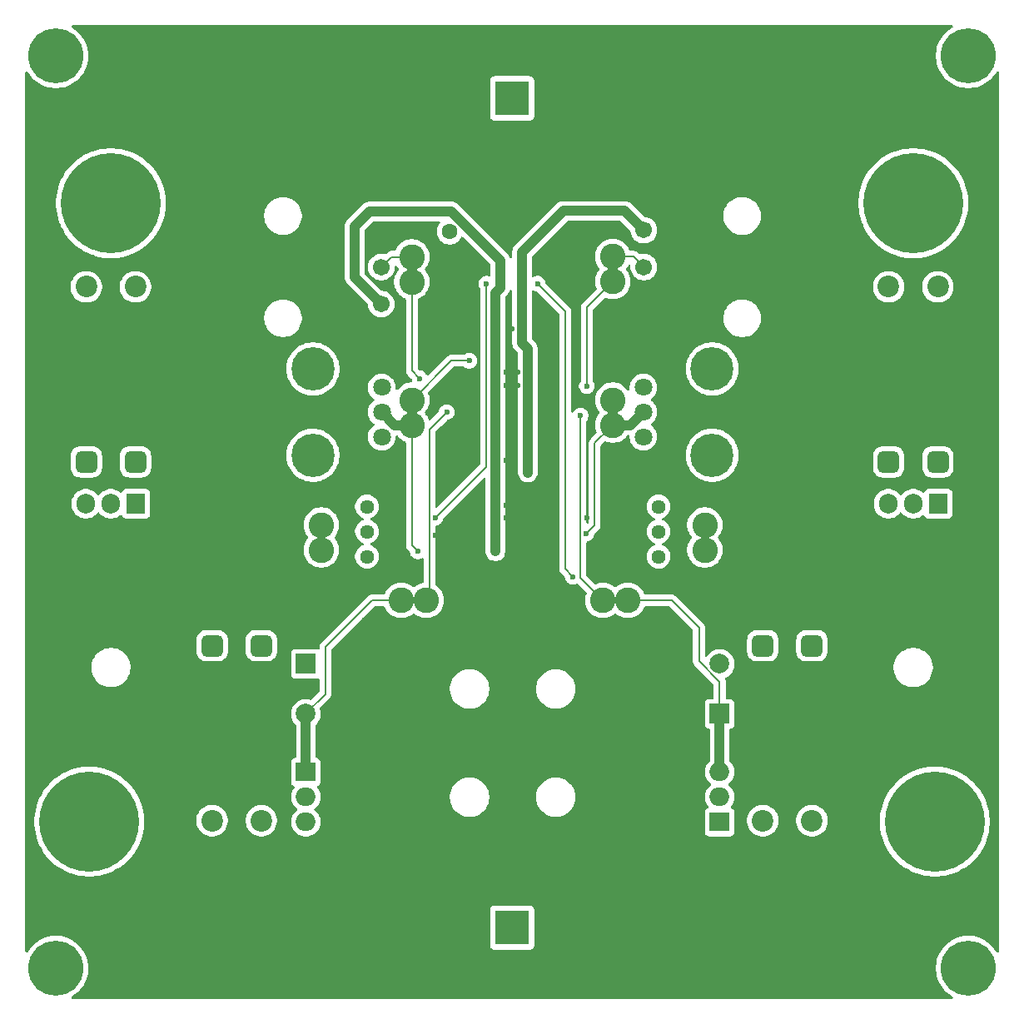
<source format=gbr>
%TF.GenerationSoftware,KiCad,Pcbnew,9.0.0*%
%TF.CreationDate,2025-08-10T21:35:16+12:00*%
%TF.ProjectId,current_gen_class_ab,63757272-656e-4745-9f67-656e5f636c61,rev?*%
%TF.SameCoordinates,Original*%
%TF.FileFunction,Copper,L3,Inr*%
%TF.FilePolarity,Positive*%
%FSLAX46Y46*%
G04 Gerber Fmt 4.6, Leading zero omitted, Abs format (unit mm)*
G04 Created by KiCad (PCBNEW 9.0.0) date 2025-08-10 21:35:16*
%MOMM*%
%LPD*%
G01*
G04 APERTURE LIST*
G04 Aperture macros list*
%AMRoundRect*
0 Rectangle with rounded corners*
0 $1 Rounding radius*
0 $2 $3 $4 $5 $6 $7 $8 $9 X,Y pos of 4 corners*
0 Add a 4 corners polygon primitive as box body*
4,1,4,$2,$3,$4,$5,$6,$7,$8,$9,$2,$3,0*
0 Add four circle primitives for the rounded corners*
1,1,$1+$1,$2,$3*
1,1,$1+$1,$4,$5*
1,1,$1+$1,$6,$7*
1,1,$1+$1,$8,$9*
0 Add four rect primitives between the rounded corners*
20,1,$1+$1,$2,$3,$4,$5,0*
20,1,$1+$1,$4,$5,$6,$7,0*
20,1,$1+$1,$6,$7,$8,$9,0*
20,1,$1+$1,$8,$9,$2,$3,0*%
G04 Aperture macros list end*
%TA.AperFunction,ComponentPad*%
%ADD10R,1.905000X2.000000*%
%TD*%
%TA.AperFunction,ComponentPad*%
%ADD11O,1.905000X2.000000*%
%TD*%
%TA.AperFunction,ComponentPad*%
%ADD12C,2.600000*%
%TD*%
%TA.AperFunction,ComponentPad*%
%ADD13RoundRect,0.550000X0.550000X-0.550000X0.550000X0.550000X-0.550000X0.550000X-0.550000X-0.550000X0*%
%TD*%
%TA.AperFunction,ComponentPad*%
%ADD14C,2.200000*%
%TD*%
%TA.AperFunction,ComponentPad*%
%ADD15RoundRect,0.550000X-0.550000X0.550000X-0.550000X-0.550000X0.550000X-0.550000X0.550000X0.550000X0*%
%TD*%
%TA.AperFunction,ComponentPad*%
%ADD16C,5.600000*%
%TD*%
%TA.AperFunction,ComponentPad*%
%ADD17R,3.500000X3.500000*%
%TD*%
%TA.AperFunction,ComponentPad*%
%ADD18C,4.000000*%
%TD*%
%TA.AperFunction,ComponentPad*%
%ADD19C,10.160000*%
%TD*%
%TA.AperFunction,ComponentPad*%
%ADD20C,1.440000*%
%TD*%
%TA.AperFunction,ComponentPad*%
%ADD21C,1.800000*%
%TD*%
%TA.AperFunction,ComponentPad*%
%ADD22C,4.400000*%
%TD*%
%TA.AperFunction,ComponentPad*%
%ADD23C,1.701800*%
%TD*%
%TA.AperFunction,ComponentPad*%
%ADD24R,2.000000X2.000000*%
%TD*%
%TA.AperFunction,ComponentPad*%
%ADD25C,2.000000*%
%TD*%
%TA.AperFunction,ComponentPad*%
%ADD26R,2.000000X1.905000*%
%TD*%
%TA.AperFunction,ComponentPad*%
%ADD27O,2.000000X1.905000*%
%TD*%
%TA.AperFunction,ComponentPad*%
%ADD28C,1.600000*%
%TD*%
%TA.AperFunction,ViaPad*%
%ADD29C,0.600000*%
%TD*%
%TA.AperFunction,Conductor*%
%ADD30C,1.000000*%
%TD*%
%TA.AperFunction,Conductor*%
%ADD31C,0.200000*%
%TD*%
G04 APERTURE END LIST*
D10*
%TO.N,-15V*%
%TO.C,Q3*%
X120740000Y-109170000D03*
D11*
%TO.N,Net-(D2-K)*%
X118200000Y-109170000D03*
%TO.N,Net-(JP2-A)*%
X115660001Y-109170000D03*
%TD*%
D12*
%TO.N,Net-(R7-Pad2)*%
%TO.C,TP2*%
X169250000Y-84029999D03*
X169250000Y-86569999D03*
%TD*%
D13*
%TO.N,Net-(JP2-A)*%
%TO.C,F2*%
X115700000Y-104900000D03*
X120700000Y-104900000D03*
D14*
%TO.N,Net-(J5-Pin_1)*%
X115700000Y-87100000D03*
X120700000Y-87100000D03*
%TD*%
D12*
%TO.N,Net-(JP4-A)*%
%TO.C,TP6*%
X147730000Y-119000000D03*
X150270000Y-119000000D03*
%TD*%
%TO.N,Net-(R14-Pad1)*%
%TO.C,TP7*%
X139600000Y-113870001D03*
X139600000Y-111330001D03*
%TD*%
%TO.N,Net-(R24-Pad2)*%
%TO.C,TP4*%
X169250000Y-98629999D03*
X169250000Y-101169999D03*
%TD*%
D15*
%TO.N,-10V*%
%TO.C,F5*%
X189500000Y-123600000D03*
X184500000Y-123600000D03*
D14*
%TO.N,Net-(J7-Pin_1)*%
X189500000Y-141400000D03*
X184500000Y-141400000D03*
%TD*%
D16*
%TO.N,unconnected-(H4-Pad1)*%
%TO.C,H4*%
X112600000Y-156400000D03*
%TD*%
D17*
%TO.N,Net-(J1-In)*%
%TO.C,J1*%
X159000000Y-67935000D03*
D18*
%TO.N,GND*%
X153975000Y-62910000D03*
X153975000Y-72960000D03*
X164025000Y-62910000D03*
X164025000Y-72960000D03*
%TD*%
D12*
%TO.N,Net-(R4-Pad2)*%
%TO.C,TP1*%
X148800000Y-86600000D03*
X148800000Y-84060000D03*
%TD*%
%TO.N,Net-(R15-Pad1)*%
%TO.C,TP8*%
X178600000Y-113870000D03*
X178600000Y-111330000D03*
%TD*%
D10*
%TO.N,+15V*%
%TO.C,Q4*%
X202340000Y-109170000D03*
D11*
%TO.N,Net-(D1-A)*%
X199800000Y-109170000D03*
%TO.N,Net-(JP1-B)*%
X197260001Y-109170000D03*
%TD*%
D16*
%TO.N,unconnected-(H2-Pad1)*%
%TO.C,H2*%
X205400000Y-63600000D03*
%TD*%
D19*
%TO.N,Net-(J6-Pin_1)*%
%TO.C,J6*%
X116000000Y-141500000D03*
%TD*%
D13*
%TO.N,Net-(JP1-B)*%
%TO.C,F1*%
X197300000Y-104900000D03*
X202300000Y-104900000D03*
D14*
%TO.N,Net-(J3-Pin_1)*%
X197300000Y-87100000D03*
X202300000Y-87100000D03*
%TD*%
D20*
%TO.N,Net-(R14-Pad1)*%
%TO.C,R19*%
X144250000Y-109460000D03*
%TO.N,Net-(R12-Pad1)*%
X144250000Y-112000000D03*
%TO.N,N/C*%
X144250000Y-114539999D03*
%TD*%
D15*
%TO.N,+10V*%
%TO.C,F4*%
X133500000Y-123600000D03*
X128500000Y-123600000D03*
D14*
%TO.N,Net-(J6-Pin_1)*%
X133500000Y-141400000D03*
X128500000Y-141400000D03*
%TD*%
D21*
%TO.N,Net-(U1A--)*%
%TO.C,RV3*%
X145750000Y-97350000D03*
%TO.N,Net-(R26-Pad2)*%
X145750000Y-99850000D03*
%TO.N,unconnected-(RV3-Pad3)*%
X145750000Y-102350000D03*
D22*
%TO.N,N/C*%
X138750000Y-104250000D03*
X138750000Y-95450001D03*
%TD*%
D17*
%TO.N,Net-(J2-In)*%
%TO.C,J2*%
X159000000Y-152275000D03*
D18*
%TO.N,GND*%
X164025000Y-157300000D03*
X164025000Y-147250000D03*
X153975000Y-157300000D03*
X153975000Y-147250000D03*
%TD*%
D19*
%TO.N,Net-(J5-Pin_1)*%
%TO.C,J5*%
X118200000Y-78600000D03*
%TD*%
D23*
%TO.N,-15V*%
%TO.C,RV1*%
X145700000Y-88850000D03*
%TO.N,Net-(R4-Pad2)*%
X145700000Y-85100001D03*
%TO.N,GND*%
X145700000Y-81350000D03*
%TD*%
D24*
%TO.N,+10V*%
%TO.C,R16*%
X138020000Y-125460000D03*
D25*
%TO.N,Net-(JP4-A)*%
X138020000Y-130539999D03*
%TD*%
D23*
%TO.N,+15V*%
%TO.C,RV2*%
X172400000Y-81350001D03*
%TO.N,Net-(R7-Pad2)*%
X172400000Y-85100000D03*
%TO.N,GND*%
X172400000Y-88850001D03*
%TD*%
D20*
%TO.N,Net-(R15-Pad1)*%
%TO.C,R18*%
X173895000Y-109460000D03*
%TO.N,Net-(R13-Pad1)*%
X173895000Y-112000000D03*
%TO.N,N/C*%
X173895000Y-114539999D03*
%TD*%
D19*
%TO.N,Net-(J3-Pin_1)*%
%TO.C,J3*%
X199800000Y-78600000D03*
%TD*%
D26*
%TO.N,Net-(JP4-A)*%
%TO.C,Q1*%
X138020000Y-136460000D03*
D27*
%TO.N,Net-(Q1-G)*%
X138020000Y-139000000D03*
%TO.N,Net-(J2-In)*%
X138020000Y-141539999D03*
%TD*%
D21*
%TO.N,Net-(U1B-+)*%
%TO.C,RV4*%
X172350000Y-102350000D03*
%TO.N,Net-(R24-Pad2)*%
X172350000Y-99850000D03*
%TO.N,unconnected-(RV4-Pad3)*%
X172350000Y-97350000D03*
D22*
%TO.N,N/C*%
X179350000Y-95450000D03*
X179350000Y-104250000D03*
%TD*%
D12*
%TO.N,Net-(R26-Pad2)*%
%TO.C,TP3*%
X148800000Y-101170001D03*
X148800000Y-98630001D03*
%TD*%
D28*
%TO.N,Net-(JP3-B)*%
%TO.C,R1*%
X152650000Y-81500000D03*
%TO.N,GND*%
X165350000Y-81500000D03*
%TD*%
D12*
%TO.N,Net-(JP5-B)*%
%TO.C,TP5*%
X168230000Y-119000000D03*
X170770000Y-119000000D03*
%TD*%
D19*
%TO.N,Net-(J7-Pin_1)*%
%TO.C,J7*%
X202000000Y-141500000D03*
%TD*%
D24*
%TO.N,Net-(JP5-B)*%
%TO.C,R17*%
X180110000Y-130540000D03*
D25*
%TO.N,-10V*%
X180110000Y-125460001D03*
%TD*%
D26*
%TO.N,Net-(J2-In)*%
%TO.C,Q2*%
X180110000Y-141540000D03*
D27*
%TO.N,Net-(Q2-G)*%
X180110000Y-139000000D03*
%TO.N,Net-(JP5-B)*%
X180110000Y-136460001D03*
%TD*%
D19*
%TO.N,GND*%
%TO.C,J4*%
X135000000Y-68600000D03*
%TD*%
D16*
%TO.N,unconnected-(H1-Pad1)*%
%TO.C,H1*%
X112600000Y-63600000D03*
%TD*%
%TO.N,unconnected-(H3-Pad1)*%
%TO.C,H3*%
X205400000Y-156400000D03*
%TD*%
D29*
%TO.N,-15V*%
X157299000Y-114000000D03*
X157299000Y-102100000D03*
%TO.N,GND*%
X180000000Y-76000000D03*
X150500000Y-126250000D03*
X170000000Y-142000000D03*
X197961438Y-155847636D03*
X152000000Y-124000000D03*
X176000000Y-127000000D03*
X117000000Y-159000000D03*
X164750000Y-136000000D03*
X155750000Y-133750000D03*
X126000000Y-159000000D03*
X195000000Y-159000000D03*
X198000000Y-100000000D03*
X145250000Y-123250000D03*
X153500000Y-131500000D03*
X166250000Y-131500000D03*
X173000000Y-126250000D03*
X149000000Y-124750000D03*
X147000000Y-67000000D03*
X170750000Y-141250000D03*
X174000000Y-117000000D03*
X144000000Y-73000000D03*
X166000000Y-84000000D03*
X150000000Y-64000000D03*
X142250000Y-125500000D03*
X152000000Y-129250000D03*
X152000000Y-142000000D03*
X141000000Y-76000000D03*
X171500000Y-143500000D03*
X152000000Y-132250000D03*
X148250000Y-131500000D03*
X176000000Y-133000000D03*
X173000000Y-141250000D03*
X147500000Y-131500000D03*
X161000000Y-113800000D03*
X159500000Y-123250000D03*
X160250000Y-142750000D03*
X148250000Y-143500000D03*
X149750000Y-123250000D03*
X168000000Y-73000000D03*
X126000000Y-156000000D03*
X168500000Y-130750000D03*
X172250000Y-139000000D03*
X169250000Y-133000000D03*
X167000000Y-130000000D03*
X159500000Y-140500000D03*
X148250000Y-139000000D03*
X147500000Y-129250000D03*
X146750000Y-136000000D03*
X111000000Y-94000000D03*
X167000000Y-127000000D03*
X160250000Y-136750000D03*
X126000000Y-91000000D03*
X143750000Y-127750000D03*
X154250000Y-125500000D03*
X145250000Y-140500000D03*
X176000000Y-125500000D03*
X168000000Y-151000000D03*
X158000000Y-141250000D03*
X204000000Y-130000000D03*
X123000000Y-121000000D03*
X132000000Y-118000000D03*
X129000000Y-82000000D03*
X117000000Y-118000000D03*
X163250000Y-124000000D03*
X176000000Y-136750000D03*
X166250000Y-134500000D03*
X153500000Y-130750000D03*
X152750000Y-142750000D03*
X157250000Y-136750000D03*
X149750000Y-135250000D03*
X165500000Y-142000000D03*
X171500000Y-141250000D03*
X158750000Y-134500000D03*
X191800000Y-111200000D03*
X164000000Y-133750000D03*
X175250000Y-141250000D03*
X164750000Y-132250000D03*
X159500000Y-127750000D03*
X161750000Y-136750000D03*
X143750000Y-123250000D03*
X158750000Y-136000000D03*
X195000000Y-67000000D03*
X168500000Y-129250000D03*
X120000000Y-124000000D03*
X143000000Y-124750000D03*
X161000000Y-136750000D03*
X165500000Y-133750000D03*
X123000000Y-118000000D03*
X174500000Y-139000000D03*
X146000000Y-126250000D03*
X158000000Y-130750000D03*
X160250000Y-139750000D03*
X132000000Y-133000000D03*
X186000000Y-106000000D03*
X143750000Y-129250000D03*
X163250000Y-143500000D03*
X138000000Y-88000000D03*
X192000000Y-79000000D03*
X201000000Y-121000000D03*
X166250000Y-125500000D03*
X174000000Y-76000000D03*
X150500000Y-136000000D03*
X154250000Y-132250000D03*
X168000000Y-76000000D03*
X157250000Y-129250000D03*
X143000000Y-130750000D03*
X149750000Y-124000000D03*
X129000000Y-79000000D03*
X170000000Y-140500000D03*
X186000000Y-73000000D03*
X144000000Y-76000000D03*
X167000000Y-143500000D03*
X152750000Y-126250000D03*
X171000000Y-64000000D03*
X201000000Y-156000000D03*
X148000000Y-146000000D03*
X166250000Y-130000000D03*
X183000000Y-70000000D03*
X163250000Y-132250000D03*
X189000000Y-91000000D03*
X160250000Y-137500000D03*
X114000000Y-115000000D03*
X114000000Y-130000000D03*
X143000000Y-124000000D03*
X152750000Y-143500000D03*
X146000000Y-136000000D03*
X120000000Y-121000000D03*
X207000000Y-82000000D03*
X165000000Y-67000000D03*
X172250000Y-140500000D03*
X166250000Y-135250000D03*
X142250000Y-140500000D03*
X172250000Y-124000000D03*
X161750000Y-133000000D03*
X174500000Y-132250000D03*
X147000000Y-121000000D03*
X183000000Y-159000000D03*
X149000000Y-125500000D03*
X147500000Y-135250000D03*
X141000000Y-61000000D03*
X160250000Y-131500000D03*
X170750000Y-124000000D03*
X175250000Y-133000000D03*
X159500000Y-143500000D03*
X132000000Y-94000000D03*
X148250000Y-123250000D03*
X135000000Y-82000000D03*
X173000000Y-139750000D03*
X174000000Y-156000000D03*
X138000000Y-76000000D03*
X151250000Y-133750000D03*
X164750000Y-142000000D03*
X123000000Y-70000000D03*
X161750000Y-134500000D03*
X186000000Y-109000000D03*
X163250000Y-131500000D03*
X143750000Y-130750000D03*
X159500000Y-132250000D03*
X170750000Y-140500000D03*
X165500000Y-132250000D03*
X174000000Y-159000000D03*
X180000000Y-91000000D03*
X135000000Y-115000000D03*
X173750000Y-139750000D03*
X147500000Y-130000000D03*
X126000000Y-61000000D03*
X186000000Y-82000000D03*
X144500000Y-133000000D03*
X146000000Y-134500000D03*
X159500000Y-124750000D03*
X142250000Y-133000000D03*
X146750000Y-131500000D03*
X201000000Y-67000000D03*
X173750000Y-141250000D03*
X153000000Y-88000000D03*
X123000000Y-153000000D03*
X159500000Y-142750000D03*
X180000000Y-159000000D03*
X145250000Y-129250000D03*
X147000000Y-76000000D03*
X161000000Y-129250000D03*
X168500000Y-136750000D03*
X173000000Y-134500000D03*
X183000000Y-153000000D03*
X172250000Y-134500000D03*
X129000000Y-70000000D03*
X168500000Y-133000000D03*
X148250000Y-137500000D03*
X168500000Y-132250000D03*
X161750000Y-130750000D03*
X169250000Y-124750000D03*
X120000000Y-133000000D03*
X175250000Y-136000000D03*
X207000000Y-121000000D03*
X186000000Y-61000000D03*
X169250000Y-124000000D03*
X160250000Y-134500000D03*
X172250000Y-130750000D03*
X132000000Y-100000000D03*
X161000000Y-127750000D03*
X158750000Y-137500000D03*
X175250000Y-139000000D03*
X166250000Y-133000000D03*
X156500000Y-130750000D03*
X158000000Y-137500000D03*
X167000000Y-133000000D03*
X158750000Y-141250000D03*
X152000000Y-123250000D03*
X149000000Y-137500000D03*
X152000000Y-139000000D03*
X120000000Y-153000000D03*
X161750000Y-132250000D03*
X154250000Y-143500000D03*
X173000000Y-127000000D03*
X149750000Y-142000000D03*
X140000000Y-118000000D03*
X158000000Y-131500000D03*
X176000000Y-138250000D03*
X155000000Y-123250000D03*
X153000000Y-121000000D03*
X126000000Y-88000000D03*
X145250000Y-141250000D03*
X147500000Y-142750000D03*
X157500000Y-72200000D03*
X158750000Y-129250000D03*
X153500000Y-135250000D03*
X167750000Y-135250000D03*
X163250000Y-123250000D03*
X155000000Y-142000000D03*
X149750000Y-139000000D03*
X158000000Y-133750000D03*
X167750000Y-137500000D03*
X183000000Y-94000000D03*
X176000000Y-142750000D03*
X154250000Y-130750000D03*
X143000000Y-127750000D03*
X143750000Y-140500000D03*
X152750000Y-124000000D03*
X143000000Y-133750000D03*
X145250000Y-135250000D03*
X154250000Y-142000000D03*
X146750000Y-123250000D03*
X111000000Y-88000000D03*
X190400000Y-120000000D03*
X123000000Y-91000000D03*
X173000000Y-130000000D03*
X153000000Y-67000000D03*
X145250000Y-136000000D03*
X141000000Y-70000000D03*
X132000000Y-115000000D03*
X177000000Y-79000000D03*
X143750000Y-142000000D03*
X120000000Y-64000000D03*
X192000000Y-61000000D03*
X176000000Y-134500000D03*
X123000000Y-150000000D03*
X167750000Y-140500000D03*
X150500000Y-133000000D03*
X170000000Y-148000000D03*
X142250000Y-138250000D03*
X198000000Y-130000000D03*
X160250000Y-135250000D03*
X149000000Y-143500000D03*
X143000000Y-141250000D03*
X156500000Y-135250000D03*
X150500000Y-127000000D03*
X143750000Y-134500000D03*
X135000000Y-153000000D03*
X192000000Y-91000000D03*
X144500000Y-127750000D03*
X170000000Y-136000000D03*
X167000000Y-130750000D03*
X167000000Y-141250000D03*
X189000000Y-61000000D03*
X158400000Y-97100000D03*
X144500000Y-123250000D03*
X174000000Y-91000000D03*
X166250000Y-128500000D03*
X195000000Y-64000000D03*
X207000000Y-124000000D03*
X174500000Y-142000000D03*
X164000000Y-142750000D03*
X147500000Y-141250000D03*
X204000000Y-124000000D03*
X152750000Y-140500000D03*
X117000000Y-61000000D03*
X147500000Y-133750000D03*
X123000000Y-64000000D03*
X156500000Y-133000000D03*
X165500000Y-140500000D03*
X144500000Y-130750000D03*
X174000000Y-103000000D03*
X159500000Y-124000000D03*
X111000000Y-73000000D03*
X144500000Y-126250000D03*
X149000000Y-128500000D03*
X157250000Y-128500000D03*
X158750000Y-143500000D03*
X148250000Y-139750000D03*
X168500000Y-126250000D03*
X145000000Y-145000000D03*
X170750000Y-132250000D03*
X207000000Y-109000000D03*
X180000000Y-147000000D03*
X158750000Y-130000000D03*
X204000000Y-97000000D03*
X138000000Y-144000000D03*
X198000000Y-61000000D03*
X170000000Y-125500000D03*
X143750000Y-136000000D03*
X169250000Y-141250000D03*
X159500000Y-133750000D03*
X173750000Y-142000000D03*
X145250000Y-128500000D03*
X174000000Y-79000000D03*
X143000000Y-127000000D03*
X167750000Y-130750000D03*
X164000000Y-143500000D03*
X159500000Y-131500000D03*
X157250000Y-130750000D03*
X145250000Y-127000000D03*
X143750000Y-127000000D03*
X150500000Y-135250000D03*
X172250000Y-136750000D03*
X143000000Y-143500000D03*
X120000000Y-130000000D03*
X183000000Y-112000000D03*
X152000000Y-126250000D03*
X174500000Y-142750000D03*
X155000000Y-124000000D03*
X145250000Y-124000000D03*
X148250000Y-126250000D03*
X143750000Y-133750000D03*
X157250000Y-131500000D03*
X189000000Y-97000000D03*
X138000000Y-159000000D03*
X114000000Y-67000000D03*
X142250000Y-142750000D03*
X160250000Y-128500000D03*
X166250000Y-123250000D03*
X146750000Y-132250000D03*
X192000000Y-153000000D03*
X157250000Y-137500000D03*
X170000000Y-133750000D03*
X146000000Y-135250000D03*
X192000000Y-64000000D03*
X146000000Y-136750000D03*
X175250000Y-140500000D03*
X164750000Y-131500000D03*
X177000000Y-153000000D03*
X126000000Y-133000000D03*
X173000000Y-136000000D03*
X132000000Y-156000000D03*
X201000000Y-100000000D03*
X175250000Y-136750000D03*
X127600000Y-120000000D03*
X198000000Y-94000000D03*
X147000000Y-153000000D03*
X175250000Y-132250000D03*
X189000000Y-153000000D03*
X126000000Y-70000000D03*
X148250000Y-140500000D03*
X151250000Y-139750000D03*
X144500000Y-141250000D03*
X168000000Y-61000000D03*
X169250000Y-140500000D03*
X172250000Y-125500000D03*
X195000000Y-115000000D03*
X152750000Y-136000000D03*
X132000000Y-97000000D03*
X183000000Y-64000000D03*
X148250000Y-136750000D03*
X162000000Y-91000000D03*
X166600000Y-110600000D03*
X173000000Y-131500000D03*
X150500000Y-140500000D03*
X151250000Y-127750000D03*
X114000000Y-73000000D03*
X154250000Y-133750000D03*
X161000000Y-143500000D03*
X173750000Y-127750000D03*
X171000000Y-159000000D03*
X153500000Y-134500000D03*
X164000000Y-134500000D03*
X204000000Y-94000000D03*
X170750000Y-128500000D03*
X111000000Y-85000000D03*
X141000000Y-64000000D03*
X155750000Y-143500000D03*
X166250000Y-139000000D03*
X156500000Y-132250000D03*
X172250000Y-141250000D03*
X168500000Y-142000000D03*
X142250000Y-133750000D03*
X147500000Y-123250000D03*
X155000000Y-143500000D03*
X172250000Y-136000000D03*
X175250000Y-133750000D03*
X117000000Y-153000000D03*
X192000000Y-115000000D03*
X165500000Y-134500000D03*
X167000000Y-133750000D03*
X145250000Y-132250000D03*
X171500000Y-130000000D03*
X174000000Y-88000000D03*
X170000000Y-136750000D03*
X170000000Y-130750000D03*
X195000000Y-156000000D03*
X180000000Y-100000000D03*
X207000000Y-115000000D03*
X192000000Y-118000000D03*
X160250000Y-124000000D03*
X160250000Y-123250000D03*
X195000000Y-61000000D03*
X132000000Y-159000000D03*
X174500000Y-129250000D03*
X159500000Y-139000000D03*
X149000000Y-133000000D03*
X195000000Y-150000000D03*
X170750000Y-138250000D03*
X159500000Y-126250000D03*
X161000000Y-130750000D03*
X163250000Y-133750000D03*
X147500000Y-137500000D03*
X155000000Y-130750000D03*
X166250000Y-136750000D03*
X165500000Y-129250000D03*
X146750000Y-133750000D03*
X157250000Y-125500000D03*
X135000000Y-61000000D03*
X135000000Y-100000000D03*
X143750000Y-128500000D03*
X167750000Y-124000000D03*
X148250000Y-135250000D03*
X155750000Y-135250000D03*
X138000000Y-156000000D03*
X167750000Y-139000000D03*
X160250000Y-132250000D03*
X150000000Y-159000000D03*
X173750000Y-137500000D03*
X170750000Y-137500000D03*
X138000000Y-100000000D03*
X156500000Y-136750000D03*
X158750000Y-132250000D03*
X138000000Y-150000000D03*
X154250000Y-135250000D03*
X171500000Y-137500000D03*
X141000000Y-91000000D03*
X170000000Y-124000000D03*
X171500000Y-142750000D03*
X149750000Y-130000000D03*
X146750000Y-127750000D03*
X167750000Y-127000000D03*
X129000000Y-97000000D03*
X160250000Y-130750000D03*
X119000000Y-94000000D03*
X163000000Y-104000000D03*
X142250000Y-129250000D03*
X152000000Y-103000000D03*
X204000000Y-153000000D03*
X143000000Y-136750000D03*
X161000000Y-140500000D03*
X171500000Y-132250000D03*
X135000000Y-103000000D03*
X144000000Y-153000000D03*
X152750000Y-133750000D03*
X177000000Y-156000000D03*
X156500000Y-137500000D03*
X172250000Y-139750000D03*
X153500000Y-132250000D03*
X144500000Y-138250000D03*
X146000000Y-141250000D03*
X170750000Y-134500000D03*
X189000000Y-115000000D03*
X141000000Y-73000000D03*
X157250000Y-140500000D03*
X164000000Y-136750000D03*
X159500000Y-136000000D03*
X111000000Y-127000000D03*
X148250000Y-125500000D03*
X167000000Y-136750000D03*
X144500000Y-137500000D03*
X143750000Y-132250000D03*
X150500000Y-136750000D03*
X167750000Y-131500000D03*
X158000000Y-126250000D03*
X165500000Y-143500000D03*
X176000000Y-131500000D03*
X143750000Y-124000000D03*
X147500000Y-128500000D03*
X144000000Y-70000000D03*
X153500000Y-124000000D03*
X132000000Y-85000000D03*
X170000000Y-115000000D03*
X173000000Y-139000000D03*
X166250000Y-141250000D03*
X201000000Y-150000000D03*
X155750000Y-132250000D03*
X150500000Y-125500000D03*
X149750000Y-132250000D03*
X161000000Y-142750000D03*
X174000000Y-73000000D03*
X189000000Y-88000000D03*
X173750000Y-136750000D03*
X149750000Y-125500000D03*
X146000000Y-127000000D03*
X169250000Y-138250000D03*
X155750000Y-123250000D03*
X180000000Y-156000000D03*
X149000000Y-130750000D03*
X195000000Y-153000000D03*
X178000000Y-118000000D03*
X162500000Y-142000000D03*
X198000000Y-150000000D03*
X150500000Y-128500000D03*
X174500000Y-123250000D03*
X166250000Y-142000000D03*
X141000000Y-159000000D03*
X170000000Y-126250000D03*
X148250000Y-132250000D03*
X149750000Y-138250000D03*
X151250000Y-128500000D03*
X161000000Y-124000000D03*
X170750000Y-127750000D03*
X129000000Y-100000000D03*
X143000000Y-139750000D03*
X148250000Y-142000000D03*
X158750000Y-126250000D03*
X135000000Y-118000000D03*
X170750000Y-130000000D03*
X207000000Y-70000000D03*
X161000000Y-118000000D03*
X135000000Y-97000000D03*
X168000000Y-145000000D03*
X173750000Y-131500000D03*
X145250000Y-138250000D03*
X157250000Y-143500000D03*
X146000000Y-128500000D03*
X142250000Y-143500000D03*
X159500000Y-138250000D03*
X166250000Y-139750000D03*
X155000000Y-125500000D03*
X158000000Y-142000000D03*
X170000000Y-123250000D03*
X159500000Y-137500000D03*
X170750000Y-133750000D03*
X159600000Y-95800000D03*
X158000000Y-143500000D03*
X154250000Y-136000000D03*
X158750000Y-131500000D03*
X145250000Y-136750000D03*
X174500000Y-138250000D03*
X168500000Y-131500000D03*
X132000000Y-112000000D03*
X143000000Y-136000000D03*
X195000000Y-94000000D03*
X167000000Y-125500000D03*
X170000000Y-128500000D03*
X120000000Y-150000000D03*
X158750000Y-133000000D03*
X158750000Y-125500000D03*
X146750000Y-136750000D03*
X163250000Y-130750000D03*
X173000000Y-137500000D03*
X186000000Y-76000000D03*
X150500000Y-134500000D03*
X143750000Y-133000000D03*
X114000000Y-150000000D03*
X157000000Y-118000000D03*
X152750000Y-131500000D03*
X144000000Y-121000000D03*
X170750000Y-142750000D03*
X164000000Y-125500000D03*
X158400000Y-95800000D03*
X201000000Y-133000000D03*
X151250000Y-124000000D03*
X171500000Y-124750000D03*
X117000000Y-64000000D03*
X171500000Y-126250000D03*
X180000000Y-67000000D03*
X158400000Y-104800000D03*
X166250000Y-143500000D03*
X168500000Y-141250000D03*
X158000000Y-123250000D03*
X132000000Y-106000000D03*
X150500000Y-139750000D03*
X170000000Y-139000000D03*
X161000000Y-116000000D03*
X183000000Y-73000000D03*
X189000000Y-73000000D03*
X175250000Y-130000000D03*
X177000000Y-100000000D03*
X149000000Y-126250000D03*
X174000000Y-97000000D03*
X159500000Y-130000000D03*
X152000000Y-140500000D03*
X151250000Y-125500000D03*
X173000000Y-132250000D03*
X156500000Y-124750000D03*
X143000000Y-137500000D03*
X149000000Y-139000000D03*
X143750000Y-125500000D03*
X144000000Y-67000000D03*
X155000000Y-124750000D03*
X174500000Y-125500000D03*
X143750000Y-136750000D03*
X156500000Y-131500000D03*
X153500000Y-142000000D03*
X144500000Y-127000000D03*
X162500000Y-136750000D03*
X144500000Y-124750000D03*
X183000000Y-61000000D03*
X152000000Y-139750000D03*
X177000000Y-88000000D03*
X176000000Y-139750000D03*
X201000000Y-159000000D03*
X189000000Y-103000000D03*
X204000000Y-118000000D03*
X198000000Y-159000000D03*
X161000000Y-134500000D03*
X170000000Y-132250000D03*
X145250000Y-127750000D03*
X165500000Y-131500000D03*
X186000000Y-115000000D03*
X173000000Y-129250000D03*
X167750000Y-129250000D03*
X160250000Y-143500000D03*
X173000000Y-136750000D03*
X173750000Y-130000000D03*
X161000000Y-131500000D03*
X161750000Y-126250000D03*
X189000000Y-130000000D03*
X204000000Y-121000000D03*
X167000000Y-132250000D03*
X175250000Y-135250000D03*
X154000000Y-85400000D03*
X180000000Y-144000000D03*
X166250000Y-138250000D03*
X161000000Y-136000000D03*
X169250000Y-136750000D03*
X166250000Y-133750000D03*
X149750000Y-137500000D03*
X144500000Y-132250000D03*
X156000000Y-67000000D03*
X145250000Y-143500000D03*
X192000000Y-127000000D03*
X161750000Y-125500000D03*
X174500000Y-140500000D03*
X164000000Y-141250000D03*
X158750000Y-124000000D03*
X167750000Y-142750000D03*
X159200000Y-101200000D03*
X167000000Y-142750000D03*
X198000000Y-115000000D03*
X161000000Y-125500000D03*
X161000000Y-128500000D03*
X150500000Y-139000000D03*
X174500000Y-130750000D03*
X174500000Y-131500000D03*
X173000000Y-133000000D03*
X175250000Y-131500000D03*
X172000000Y-145000000D03*
X164750000Y-123250000D03*
X167000000Y-127750000D03*
X163250000Y-142000000D03*
X141000000Y-156000000D03*
X173750000Y-126250000D03*
X120000000Y-118000000D03*
X147500000Y-130750000D03*
X143000000Y-128500000D03*
X123000000Y-156000000D03*
X207000000Y-103000000D03*
X183000000Y-97000000D03*
X144000000Y-97000000D03*
X165500000Y-123250000D03*
X174500000Y-137500000D03*
X135000000Y-94000000D03*
X151250000Y-137500000D03*
X156500000Y-136000000D03*
X192000000Y-67000000D03*
X146000000Y-131500000D03*
X157250000Y-142750000D03*
X168500000Y-130000000D03*
X171000000Y-121000000D03*
X201500000Y-123700000D03*
X173000000Y-124000000D03*
X204000000Y-150000000D03*
X157250000Y-139000000D03*
X183000000Y-106000000D03*
X144500000Y-136750000D03*
X147000000Y-159000000D03*
X169250000Y-130750000D03*
X169250000Y-139750000D03*
X171500000Y-133750000D03*
X175250000Y-143500000D03*
X149750000Y-136750000D03*
X158000000Y-124750000D03*
X165500000Y-137500000D03*
X164000000Y-135250000D03*
X154250000Y-124000000D03*
X173750000Y-143500000D03*
X153000000Y-70000000D03*
X170200000Y-106000000D03*
X152000000Y-135250000D03*
X120000000Y-159000000D03*
X155750000Y-124750000D03*
X152000000Y-133750000D03*
X147500000Y-124000000D03*
X165500000Y-125500000D03*
X198000000Y-121000000D03*
X172250000Y-127000000D03*
X144000000Y-156000000D03*
X161750000Y-131500000D03*
X129000000Y-76000000D03*
X155000000Y-133000000D03*
X159500000Y-142000000D03*
X168500000Y-133750000D03*
X150500000Y-124000000D03*
X168500000Y-136000000D03*
X155000000Y-131500000D03*
X117000000Y-121000000D03*
X201000000Y-130000000D03*
X198000000Y-153000000D03*
X143000000Y-135250000D03*
X132000000Y-79000000D03*
X173000000Y-138250000D03*
X173000000Y-125500000D03*
X173750000Y-132250000D03*
X167000000Y-135250000D03*
X183000000Y-150000000D03*
X174000000Y-70000000D03*
X117000000Y-133000000D03*
X152000000Y-133000000D03*
X145250000Y-131500000D03*
X176000000Y-135250000D03*
X129000000Y-156000000D03*
X166000000Y-88000000D03*
X146750000Y-139000000D03*
X152750000Y-136750000D03*
X157250000Y-136000000D03*
X192000000Y-88000000D03*
X152750000Y-141250000D03*
X149000000Y-134500000D03*
X173750000Y-142750000D03*
X148250000Y-142750000D03*
X170750000Y-142000000D03*
X162500000Y-142750000D03*
X168500000Y-143500000D03*
X173750000Y-123250000D03*
X170750000Y-136750000D03*
X192000000Y-150000000D03*
X149750000Y-133750000D03*
X167750000Y-127750000D03*
X198000000Y-124000000D03*
X169250000Y-123250000D03*
X189000000Y-82000000D03*
X172250000Y-129250000D03*
X162500000Y-134500000D03*
X158000000Y-127000000D03*
X173750000Y-127000000D03*
X146750000Y-127000000D03*
X177000000Y-76000000D03*
X167750000Y-124750000D03*
X173750000Y-128500000D03*
X142250000Y-142000000D03*
X114000000Y-124000000D03*
X170750000Y-126250000D03*
X168500000Y-135250000D03*
X119000000Y-100000000D03*
X149000000Y-140500000D03*
X168500000Y-142750000D03*
X207000000Y-106000000D03*
X161750000Y-143500000D03*
X207000000Y-118000000D03*
X148250000Y-138250000D03*
X164750000Y-124000000D03*
X151250000Y-133000000D03*
X173000000Y-143500000D03*
X155750000Y-142000000D03*
X146000000Y-123250000D03*
X161000000Y-139750000D03*
X114000000Y-153000000D03*
X142250000Y-124000000D03*
X125000000Y-111000000D03*
X166250000Y-124750000D03*
X167750000Y-133750000D03*
X111000000Y-112000000D03*
X173750000Y-133000000D03*
X162500000Y-133750000D03*
X111000000Y-67000000D03*
X143000000Y-139000000D03*
X151000000Y-145000000D03*
X126000000Y-82000000D03*
X175250000Y-130750000D03*
X135000000Y-133000000D03*
X170000000Y-143500000D03*
X148250000Y-133750000D03*
X149750000Y-142750000D03*
X129000000Y-61000000D03*
X157250000Y-141250000D03*
X207000000Y-153000000D03*
X147500000Y-136000000D03*
X155000000Y-133750000D03*
X147500000Y-138250000D03*
X132000000Y-150000000D03*
X144500000Y-130000000D03*
X153500000Y-141250000D03*
X173750000Y-129250000D03*
X195000000Y-127000000D03*
X161750000Y-130000000D03*
X147000000Y-64000000D03*
X172250000Y-132250000D03*
X157000000Y-116000000D03*
X157250000Y-127750000D03*
X189000000Y-133000000D03*
X167750000Y-134500000D03*
X158000000Y-136750000D03*
X175250000Y-142000000D03*
X173000000Y-142750000D03*
X147500000Y-127750000D03*
X164000000Y-136000000D03*
X152750000Y-134500000D03*
X170000000Y-142750000D03*
X158000000Y-132250000D03*
X195000000Y-121000000D03*
X168500000Y-138250000D03*
X144500000Y-134500000D03*
X146750000Y-143500000D03*
X161000000Y-124750000D03*
X151000000Y-150000000D03*
X167000000Y-142000000D03*
X207000000Y-130000000D03*
X120000000Y-67000000D03*
X142250000Y-134500000D03*
X152000000Y-141250000D03*
X172250000Y-123250000D03*
X175250000Y-137500000D03*
X114000000Y-118000000D03*
X159700000Y-110600000D03*
X126000000Y-76000000D03*
X198000000Y-97000000D03*
X152000000Y-134500000D03*
X123600000Y-95800000D03*
X159500000Y-128500000D03*
X189000000Y-100000000D03*
X135000000Y-85000000D03*
X147000000Y-148000000D03*
X144000000Y-94000000D03*
X159500000Y-135250000D03*
X173750000Y-135250000D03*
X174500000Y-124750000D03*
X168500000Y-139000000D03*
X148000000Y-93000000D03*
X183000000Y-156000000D03*
X167000000Y-139000000D03*
X143750000Y-139750000D03*
X156500000Y-140500000D03*
X153500000Y-133750000D03*
X192000000Y-97000000D03*
X175250000Y-127750000D03*
X144500000Y-129250000D03*
X173750000Y-124000000D03*
X126000000Y-67000000D03*
X186000000Y-67000000D03*
X165500000Y-136750000D03*
X149750000Y-130750000D03*
X175250000Y-142750000D03*
X120000000Y-70000000D03*
X165500000Y-133000000D03*
X143000000Y-117000000D03*
X149750000Y-129250000D03*
X171000000Y-91000000D03*
X142250000Y-135250000D03*
X161000000Y-127000000D03*
X146000000Y-139000000D03*
X126000000Y-64000000D03*
X164750000Y-130000000D03*
X146750000Y-139750000D03*
X176000000Y-137500000D03*
X132000000Y-153000000D03*
X146000000Y-142750000D03*
X143000000Y-134500000D03*
X173000000Y-133750000D03*
X111000000Y-150000000D03*
X150000000Y-121000000D03*
X153500000Y-125500000D03*
X171000000Y-94000000D03*
X155000000Y-134500000D03*
X156500000Y-133750000D03*
X166250000Y-130750000D03*
X150500000Y-142000000D03*
X174500000Y-128500000D03*
X142250000Y-139750000D03*
X159700000Y-109300000D03*
X160250000Y-142000000D03*
X175250000Y-123250000D03*
X168000000Y-148000000D03*
X158750000Y-142750000D03*
X151250000Y-123250000D03*
X143000000Y-125500000D03*
X144000000Y-100000000D03*
X154250000Y-133000000D03*
X155750000Y-142750000D03*
X189000000Y-76000000D03*
X159500000Y-133000000D03*
X111000000Y-106000000D03*
X161750000Y-142750000D03*
X126000000Y-79000000D03*
X145250000Y-133000000D03*
X167000000Y-137500000D03*
X132000000Y-76000000D03*
X149000000Y-135250000D03*
X141000000Y-88000000D03*
X207000000Y-79000000D03*
X207000000Y-100000000D03*
X204000000Y-133000000D03*
X144500000Y-124000000D03*
X174500000Y-143500000D03*
X169250000Y-143500000D03*
X161750000Y-124000000D03*
X153500000Y-124750000D03*
X148250000Y-129250000D03*
X149750000Y-143500000D03*
X143000000Y-138250000D03*
X163250000Y-125500000D03*
X160250000Y-129250000D03*
X160250000Y-140500000D03*
X142250000Y-136750000D03*
X158000000Y-140500000D03*
X143000000Y-123250000D03*
X132000000Y-130000000D03*
X153000000Y-85000000D03*
X157250000Y-142000000D03*
X160250000Y-133750000D03*
X169250000Y-142000000D03*
X144500000Y-128500000D03*
X129000000Y-103000000D03*
X150500000Y-123250000D03*
X171500000Y-138250000D03*
X165500000Y-135250000D03*
X162500000Y-124750000D03*
X158750000Y-127750000D03*
X157250000Y-133000000D03*
X167750000Y-130000000D03*
X159500000Y-139750000D03*
X174000000Y-61000000D03*
X111000000Y-82000000D03*
X195000000Y-133000000D03*
X186000000Y-64000000D03*
X175250000Y-124750000D03*
X159500000Y-141250000D03*
X150000000Y-76000000D03*
X150500000Y-141250000D03*
X177000000Y-67000000D03*
X146750000Y-133000000D03*
X161000000Y-142000000D03*
X156500000Y-143500000D03*
X146750000Y-124000000D03*
X192000000Y-70000000D03*
X189000000Y-67000000D03*
X174500000Y-130000000D03*
X170750000Y-136000000D03*
X177000000Y-70000000D03*
X201000000Y-115000000D03*
X177000000Y-73000000D03*
X158000000Y-138250000D03*
X144500000Y-142000000D03*
X149000000Y-127000000D03*
X129000000Y-150000000D03*
X175250000Y-134500000D03*
X117000000Y-150000000D03*
X158750000Y-133750000D03*
X176000000Y-124000000D03*
X189000000Y-85000000D03*
X170750000Y-131500000D03*
X147500000Y-132250000D03*
X142250000Y-139000000D03*
X147000000Y-61000000D03*
X111000000Y-121000000D03*
X204000000Y-115000000D03*
X135000000Y-76000000D03*
X161000000Y-137500000D03*
X168000000Y-159000000D03*
X147500000Y-139000000D03*
X183000000Y-76000000D03*
X183000000Y-85000000D03*
X149000000Y-133750000D03*
X151250000Y-139000000D03*
X153500000Y-136000000D03*
X144500000Y-131500000D03*
X146000000Y-140500000D03*
X151250000Y-129250000D03*
X166250000Y-140500000D03*
X144500000Y-139000000D03*
X123000000Y-159000000D03*
X161750000Y-142000000D03*
X152000000Y-131500000D03*
X163250000Y-135250000D03*
X138000000Y-147000000D03*
X167000000Y-128500000D03*
X152000000Y-142750000D03*
X177000000Y-91000000D03*
X172250000Y-135250000D03*
X155750000Y-124000000D03*
X167000000Y-124000000D03*
X129000000Y-109000000D03*
X146750000Y-137500000D03*
X192000000Y-130000000D03*
X159500000Y-127000000D03*
X145250000Y-124750000D03*
X167750000Y-132250000D03*
X207000000Y-88000000D03*
X153500000Y-133000000D03*
X152750000Y-125500000D03*
X151250000Y-136000000D03*
X144500000Y-142750000D03*
X166250000Y-124000000D03*
X145250000Y-126250000D03*
X158750000Y-124750000D03*
X143750000Y-137500000D03*
X146000000Y-130750000D03*
X162500000Y-133000000D03*
X167000000Y-134500000D03*
X207000000Y-150000000D03*
X147000000Y-70000000D03*
X171000000Y-70000000D03*
X129000000Y-73000000D03*
X168500000Y-123250000D03*
X146000000Y-143500000D03*
X141000000Y-153000000D03*
X147500000Y-133000000D03*
X177000000Y-150000000D03*
X169250000Y-137500000D03*
X171500000Y-131500000D03*
X156500000Y-123250000D03*
X170750000Y-139750000D03*
X176000000Y-124750000D03*
X180000000Y-73000000D03*
X144500000Y-136000000D03*
X171500000Y-130750000D03*
X129000000Y-91000000D03*
X146000000Y-138250000D03*
X168500000Y-127000000D03*
X150500000Y-142750000D03*
X174500000Y-127000000D03*
X175250000Y-129250000D03*
X146000000Y-130000000D03*
X117000000Y-70000000D03*
X115000000Y-94000000D03*
X159000000Y-61000000D03*
X160250000Y-125500000D03*
X170000000Y-146000000D03*
X142000000Y-120000000D03*
X165500000Y-130750000D03*
X162500000Y-125500000D03*
X171500000Y-124000000D03*
X146000000Y-124750000D03*
X158000000Y-142750000D03*
X167750000Y-142000000D03*
X126000000Y-150000000D03*
X169250000Y-139000000D03*
X168000000Y-91000000D03*
X198000000Y-118000000D03*
X123000000Y-73000000D03*
X170000000Y-138250000D03*
X148250000Y-141250000D03*
X165000000Y-70000000D03*
X135000000Y-159000000D03*
X166250000Y-129250000D03*
X158000000Y-136000000D03*
X171500000Y-136750000D03*
X155750000Y-125500000D03*
X150500000Y-130000000D03*
X129000000Y-106000000D03*
X158000000Y-128500000D03*
X157250000Y-130000000D03*
X207000000Y-112000000D03*
X162500000Y-136000000D03*
X154250000Y-142750000D03*
X159500000Y-134500000D03*
X171000000Y-61000000D03*
X123000000Y-94000000D03*
X115000000Y-100000000D03*
X143000000Y-132250000D03*
X174500000Y-136000000D03*
X152000000Y-127750000D03*
X150500000Y-137500000D03*
X207000000Y-97000000D03*
X180000000Y-79000000D03*
X154250000Y-124750000D03*
X167750000Y-125500000D03*
X144500000Y-140500000D03*
X146750000Y-141250000D03*
X151250000Y-131500000D03*
X166250000Y-127750000D03*
X174000000Y-150000000D03*
X163000000Y-102000000D03*
X135000000Y-109000000D03*
X146000000Y-142000000D03*
X150500000Y-133750000D03*
X155750000Y-136000000D03*
X149000000Y-148000000D03*
X150000000Y-91000000D03*
X174000000Y-64000000D03*
X150000000Y-67000000D03*
X172250000Y-133750000D03*
X147000000Y-106000000D03*
X189000000Y-150000000D03*
X173750000Y-136000000D03*
X168500000Y-127750000D03*
X144500000Y-143500000D03*
X147000000Y-156000000D03*
X172250000Y-143500000D03*
X126000000Y-118000000D03*
X152000000Y-143500000D03*
X177000000Y-159000000D03*
X158000000Y-139000000D03*
X192000000Y-159000000D03*
X204000000Y-91000000D03*
X146000000Y-139750000D03*
X149750000Y-133000000D03*
X129000000Y-88000000D03*
X173750000Y-139000000D03*
X162500000Y-124000000D03*
X173000000Y-135250000D03*
X143750000Y-139000000D03*
X171000000Y-153000000D03*
X146000000Y-133000000D03*
X166250000Y-132250000D03*
X144000000Y-64000000D03*
X141000000Y-67000000D03*
X149000000Y-142750000D03*
X192000000Y-82000000D03*
X156500000Y-142000000D03*
X157250000Y-132250000D03*
X151250000Y-134500000D03*
X151250000Y-143500000D03*
X170000000Y-130000000D03*
X192000000Y-133000000D03*
X155750000Y-130750000D03*
X146750000Y-142000000D03*
X171500000Y-129250000D03*
X129000000Y-159000000D03*
X174000000Y-67000000D03*
X143750000Y-142750000D03*
X163250000Y-124750000D03*
X142250000Y-124750000D03*
X152750000Y-137500000D03*
X170000000Y-127000000D03*
X173000000Y-128500000D03*
X149000000Y-131500000D03*
X160250000Y-130000000D03*
X145250000Y-137500000D03*
X144500000Y-125500000D03*
X138000000Y-153000000D03*
X165000000Y-121000000D03*
X171500000Y-142000000D03*
X160250000Y-126250000D03*
X159000000Y-64000000D03*
X148250000Y-130750000D03*
X201000000Y-153000000D03*
X152750000Y-130000000D03*
X189000000Y-79000000D03*
X149000000Y-141250000D03*
X164000000Y-132250000D03*
X161000000Y-126250000D03*
X148250000Y-134500000D03*
X161000000Y-139000000D03*
X158750000Y-135250000D03*
X167000000Y-131500000D03*
X167750000Y-136000000D03*
X158750000Y-136750000D03*
X146000000Y-124000000D03*
X165500000Y-124750000D03*
X166250000Y-142750000D03*
X149750000Y-128500000D03*
X167000000Y-129250000D03*
X155000000Y-136000000D03*
X201000000Y-61000000D03*
X176000000Y-133750000D03*
X168500000Y-140500000D03*
X162500000Y-132250000D03*
X159000000Y-91400000D03*
X201000000Y-112000000D03*
X143750000Y-138250000D03*
X171500000Y-133000000D03*
X192000000Y-121000000D03*
X189000000Y-70000000D03*
X180000000Y-153000000D03*
X173750000Y-140500000D03*
X165500000Y-141250000D03*
X160250000Y-127750000D03*
X135000000Y-130000000D03*
X158000000Y-135250000D03*
X150500000Y-131500000D03*
X159500000Y-129250000D03*
X117000000Y-156000000D03*
X111000000Y-124000000D03*
X146000000Y-127750000D03*
X167000000Y-126250000D03*
X174000000Y-94000000D03*
X126000000Y-121000000D03*
X192000000Y-85000000D03*
X165500000Y-142750000D03*
X148250000Y-136000000D03*
X123000000Y-124000000D03*
X147500000Y-139750000D03*
X176000000Y-128500000D03*
X143000000Y-142750000D03*
X183000000Y-100000000D03*
X171000000Y-67000000D03*
X158000000Y-134500000D03*
X164750000Y-133000000D03*
X176000000Y-143500000D03*
X126000000Y-85000000D03*
X160250000Y-138250000D03*
X148250000Y-127750000D03*
X167750000Y-136750000D03*
X167750000Y-143500000D03*
X155000000Y-142750000D03*
X201000000Y-118000000D03*
X146750000Y-142750000D03*
X164000000Y-124750000D03*
X126000000Y-124000000D03*
X167750000Y-141250000D03*
X149000000Y-130000000D03*
X164750000Y-143500000D03*
X174000000Y-153000000D03*
X159500000Y-125500000D03*
X143000000Y-131500000D03*
X158750000Y-140500000D03*
X158000000Y-133000000D03*
X207000000Y-127000000D03*
X156000000Y-70000000D03*
X183000000Y-115000000D03*
X117000000Y-67000000D03*
X170000000Y-139750000D03*
X146750000Y-140500000D03*
X156500000Y-130000000D03*
X115000000Y-97000000D03*
X207000000Y-94000000D03*
X111000000Y-91000000D03*
X149000000Y-127750000D03*
X149000000Y-139750000D03*
X159500000Y-130750000D03*
X146750000Y-134500000D03*
X164000000Y-130750000D03*
X126000000Y-73000000D03*
X175250000Y-128500000D03*
X142250000Y-123250000D03*
X166250000Y-137500000D03*
X170750000Y-143500000D03*
X135000000Y-106000000D03*
X150500000Y-124750000D03*
X143750000Y-126250000D03*
X153500000Y-136750000D03*
X162500000Y-135250000D03*
X155750000Y-141250000D03*
X170000000Y-141250000D03*
X152750000Y-124750000D03*
X169250000Y-129250000D03*
X198000000Y-70000000D03*
X183000000Y-103000000D03*
X172250000Y-131500000D03*
X170750000Y-130750000D03*
X201000000Y-94000000D03*
X183000000Y-109000000D03*
X146750000Y-130750000D03*
X168500000Y-124750000D03*
X142250000Y-130000000D03*
X146000000Y-133750000D03*
X149000000Y-136000000D03*
X173750000Y-124750000D03*
X186000000Y-133000000D03*
X147500000Y-127000000D03*
X154250000Y-131500000D03*
X180000000Y-70000000D03*
X138000000Y-61000000D03*
X201000000Y-70000000D03*
X144000000Y-103000000D03*
X172250000Y-128500000D03*
X132000000Y-109000000D03*
X186000000Y-153000000D03*
X170750000Y-133000000D03*
X114000000Y-70000000D03*
X156500000Y-126250000D03*
X141000000Y-150000000D03*
X198000000Y-133000000D03*
X192000000Y-73000000D03*
X153500000Y-123250000D03*
X151250000Y-142750000D03*
X168000000Y-67000000D03*
X149750000Y-127750000D03*
X144000000Y-150000000D03*
X161000000Y-141250000D03*
X156000000Y-76000000D03*
X195000000Y-70000000D03*
X150500000Y-138250000D03*
X153000000Y-91000000D03*
X150500000Y-127750000D03*
X132000000Y-82000000D03*
X176000000Y-127750000D03*
X150500000Y-132250000D03*
X172250000Y-130000000D03*
X161000000Y-121000000D03*
X176000000Y-130750000D03*
X151250000Y-127000000D03*
X173750000Y-134500000D03*
X164750000Y-141250000D03*
X129000000Y-64000000D03*
X160250000Y-139000000D03*
X126000000Y-130000000D03*
X146000000Y-132250000D03*
X111000000Y-97000000D03*
X120000000Y-156000000D03*
X135000000Y-156000000D03*
X158400000Y-110600000D03*
X163250000Y-142750000D03*
X144500000Y-139750000D03*
X173750000Y-138250000D03*
X175250000Y-124000000D03*
X155750000Y-134500000D03*
X163250000Y-133000000D03*
X152000000Y-105000000D03*
X207000000Y-67000000D03*
X153500000Y-143500000D03*
X162500000Y-143500000D03*
X142250000Y-126250000D03*
X152750000Y-130750000D03*
X177000000Y-147000000D03*
X111000000Y-153000000D03*
X168500000Y-134500000D03*
X149000000Y-138250000D03*
X148000000Y-116000000D03*
X170750000Y-127000000D03*
X170750000Y-125500000D03*
X168000000Y-156000000D03*
X146000000Y-129250000D03*
X167000000Y-123250000D03*
X174000000Y-106000000D03*
X129000000Y-130000000D03*
X148250000Y-130000000D03*
X152000000Y-137500000D03*
X156500000Y-134500000D03*
X161750000Y-123250000D03*
X180000000Y-150000000D03*
X164750000Y-133750000D03*
X164750000Y-130750000D03*
X186000000Y-130000000D03*
X193800000Y-95600000D03*
X132000000Y-103000000D03*
X145250000Y-125500000D03*
X145250000Y-142000000D03*
X163250000Y-136000000D03*
X111000000Y-133000000D03*
X142250000Y-131500000D03*
X149750000Y-134500000D03*
X168500000Y-137500000D03*
X204000000Y-127000000D03*
X149750000Y-131500000D03*
X180000000Y-61000000D03*
X155000000Y-103000000D03*
X143750000Y-124750000D03*
X158750000Y-123250000D03*
X169250000Y-126250000D03*
X168000000Y-94000000D03*
X158000000Y-139750000D03*
X177000000Y-61000000D03*
X162500000Y-141250000D03*
X150500000Y-130750000D03*
X143000000Y-130000000D03*
X171500000Y-139000000D03*
X173000000Y-140500000D03*
X111000000Y-109000000D03*
X158000000Y-130000000D03*
X152750000Y-142000000D03*
X158750000Y-142000000D03*
X142250000Y-130750000D03*
X171500000Y-136000000D03*
X158000000Y-129250000D03*
X169250000Y-132250000D03*
X152000000Y-130000000D03*
X158750000Y-127000000D03*
X165500000Y-126250000D03*
X174500000Y-133750000D03*
X168500000Y-139750000D03*
X111000000Y-79000000D03*
X174500000Y-136750000D03*
X161000000Y-133750000D03*
X161750000Y-141250000D03*
X167000000Y-139750000D03*
X120000000Y-61000000D03*
X176000000Y-130000000D03*
X164200000Y-85400000D03*
X152000000Y-138250000D03*
X129000000Y-118000000D03*
X169250000Y-135250000D03*
X171000000Y-73000000D03*
X152750000Y-123250000D03*
X146750000Y-135250000D03*
X159600000Y-97100000D03*
X147500000Y-134500000D03*
X169250000Y-130000000D03*
X183000000Y-118000000D03*
X170000000Y-131500000D03*
X142250000Y-128500000D03*
X153000000Y-76000000D03*
X174500000Y-139750000D03*
X151250000Y-136750000D03*
X204000000Y-70000000D03*
X161000000Y-135250000D03*
X170750000Y-123250000D03*
X147500000Y-142000000D03*
X164000000Y-123250000D03*
X171500000Y-135250000D03*
X148250000Y-128500000D03*
X170750000Y-124750000D03*
X152000000Y-128500000D03*
X180000000Y-88000000D03*
X149750000Y-136000000D03*
X129000000Y-85000000D03*
X150000000Y-156000000D03*
X170000000Y-134500000D03*
X180000000Y-82000000D03*
X173750000Y-133750000D03*
X195000000Y-118000000D03*
X147500000Y-143500000D03*
X129000000Y-115000000D03*
X111000000Y-130000000D03*
X111000000Y-103000000D03*
X170750000Y-135250000D03*
X170000000Y-124750000D03*
X150000000Y-70000000D03*
X123000000Y-67000000D03*
X156500000Y-125500000D03*
X174000000Y-121000000D03*
X150500000Y-129250000D03*
X175250000Y-139750000D03*
X160250000Y-124750000D03*
X157250000Y-126250000D03*
X192000000Y-100000000D03*
X170000000Y-133000000D03*
X111000000Y-115000000D03*
X147000000Y-73000000D03*
X171500000Y-128500000D03*
X173000000Y-124750000D03*
X174000000Y-100000000D03*
X151250000Y-141250000D03*
X161000000Y-132250000D03*
X149750000Y-140500000D03*
X186000000Y-70000000D03*
X164750000Y-134500000D03*
X145250000Y-130750000D03*
X151250000Y-130000000D03*
X151250000Y-132250000D03*
X174500000Y-133000000D03*
X164750000Y-136750000D03*
X145250000Y-142750000D03*
X169250000Y-142750000D03*
X151250000Y-142000000D03*
X160250000Y-136000000D03*
X161000000Y-138250000D03*
X149750000Y-126250000D03*
X111000000Y-70000000D03*
X111000000Y-100000000D03*
X169250000Y-131500000D03*
X174500000Y-141250000D03*
X151250000Y-135250000D03*
X167750000Y-133000000D03*
X141000000Y-85000000D03*
X160250000Y-127000000D03*
X169250000Y-134500000D03*
X180000000Y-85000000D03*
X157250000Y-138250000D03*
X142250000Y-141250000D03*
X142250000Y-137500000D03*
X126000000Y-94000000D03*
X157250000Y-124750000D03*
X158750000Y-139000000D03*
X123000000Y-127000000D03*
X155000000Y-132250000D03*
X144000000Y-106000000D03*
X186000000Y-156000000D03*
X151250000Y-138250000D03*
X176000000Y-129250000D03*
X152000000Y-124750000D03*
X167000000Y-136000000D03*
X149750000Y-127000000D03*
X146750000Y-138250000D03*
X157250000Y-123250000D03*
X145250000Y-130000000D03*
X143000000Y-133000000D03*
X114000000Y-127000000D03*
X170000000Y-129250000D03*
X176000000Y-123250000D03*
X149750000Y-141250000D03*
X173000000Y-123250000D03*
X172250000Y-127750000D03*
X170000000Y-135250000D03*
X143000000Y-126250000D03*
X152750000Y-133000000D03*
X176000000Y-141250000D03*
X198000000Y-67000000D03*
X123000000Y-115000000D03*
X201000000Y-97000000D03*
X161750000Y-135250000D03*
X149000000Y-124000000D03*
X158000000Y-124000000D03*
X189000000Y-94000000D03*
X146000000Y-137500000D03*
X155000000Y-135250000D03*
X168500000Y-124000000D03*
X141000000Y-100000000D03*
X159500000Y-136750000D03*
X155750000Y-136750000D03*
X176000000Y-126250000D03*
X120000000Y-115000000D03*
X146750000Y-126250000D03*
X164000000Y-142000000D03*
X172250000Y-142750000D03*
X192000000Y-124000000D03*
X171500000Y-139750000D03*
X176000000Y-136000000D03*
X171000000Y-76000000D03*
X167000000Y-140500000D03*
X117000000Y-130000000D03*
X143000000Y-142000000D03*
X169250000Y-127000000D03*
X152000000Y-136000000D03*
X135000000Y-112000000D03*
X168000000Y-70000000D03*
X161000000Y-130000000D03*
X144500000Y-133750000D03*
X169250000Y-128500000D03*
X186000000Y-112000000D03*
X158000000Y-127750000D03*
X169250000Y-125500000D03*
X161750000Y-124750000D03*
X164750000Y-142750000D03*
X195000000Y-91000000D03*
X145250000Y-139000000D03*
X158750000Y-128500000D03*
X173750000Y-130750000D03*
X173000000Y-130750000D03*
X168500000Y-128500000D03*
X198000000Y-112000000D03*
X170750000Y-139000000D03*
X156500000Y-141250000D03*
X147500000Y-136750000D03*
X189000000Y-156000000D03*
X176000000Y-139000000D03*
X157250000Y-127000000D03*
X126000000Y-115000000D03*
X148250000Y-124750000D03*
X162000000Y-70000000D03*
X143750000Y-135250000D03*
X160250000Y-141250000D03*
X162500000Y-131500000D03*
X149750000Y-139750000D03*
X207000000Y-85000000D03*
X207000000Y-133000000D03*
X161750000Y-136000000D03*
X201000000Y-64000000D03*
X147500000Y-124750000D03*
X151250000Y-126250000D03*
X150500000Y-143500000D03*
X171500000Y-123250000D03*
X177000000Y-64000000D03*
X171500000Y-125500000D03*
X147500000Y-126250000D03*
X181000000Y-120000000D03*
X172250000Y-133000000D03*
X152000000Y-136750000D03*
X154250000Y-123250000D03*
X170750000Y-129250000D03*
X189000000Y-64000000D03*
X129000000Y-112000000D03*
X129000000Y-153000000D03*
X168500000Y-125500000D03*
X171500000Y-127000000D03*
X149750000Y-124750000D03*
X173750000Y-125500000D03*
X167000000Y-138250000D03*
X158000000Y-125500000D03*
X174500000Y-135250000D03*
X169250000Y-133750000D03*
X167000000Y-124750000D03*
X165500000Y-130000000D03*
X172250000Y-142000000D03*
X142250000Y-136000000D03*
X162500000Y-123250000D03*
X143750000Y-130000000D03*
X162000000Y-67000000D03*
X169250000Y-136000000D03*
X145250000Y-133750000D03*
X132000000Y-61000000D03*
X129000000Y-133000000D03*
X145250000Y-139750000D03*
X149000000Y-132250000D03*
X171500000Y-134500000D03*
X172250000Y-126250000D03*
X170000000Y-127750000D03*
X158750000Y-138250000D03*
X183000000Y-67000000D03*
X146750000Y-129250000D03*
X164750000Y-124750000D03*
X171000000Y-156000000D03*
X207000000Y-91000000D03*
X141000000Y-147000000D03*
X149000000Y-136750000D03*
X172250000Y-138250000D03*
X161000000Y-123250000D03*
X192000000Y-94000000D03*
X170000000Y-137500000D03*
X153500000Y-142750000D03*
X172250000Y-137500000D03*
X155750000Y-133000000D03*
X198000000Y-91000000D03*
X138000000Y-91000000D03*
X144500000Y-135250000D03*
X135000000Y-150000000D03*
X167750000Y-126250000D03*
X176000000Y-142000000D03*
X146750000Y-124750000D03*
X164750000Y-125500000D03*
X164000000Y-133000000D03*
X158400000Y-109300000D03*
X164000000Y-124000000D03*
X147500000Y-140500000D03*
X186000000Y-85000000D03*
X167750000Y-123250000D03*
X171500000Y-140500000D03*
X145250000Y-134500000D03*
X151250000Y-124750000D03*
X152000000Y-125500000D03*
X161750000Y-133750000D03*
X143750000Y-143500000D03*
X155000000Y-105000000D03*
X143750000Y-141250000D03*
X129000000Y-67000000D03*
X180000000Y-64000000D03*
X148250000Y-127000000D03*
X154250000Y-134500000D03*
X123000000Y-133000000D03*
X114000000Y-121000000D03*
X176000000Y-132250000D03*
X151250000Y-130750000D03*
X123000000Y-130000000D03*
X147000000Y-112000000D03*
X151200000Y-112400000D03*
X126000000Y-127000000D03*
X175250000Y-126250000D03*
X166250000Y-126250000D03*
X167750000Y-138250000D03*
X163250000Y-134500000D03*
X164000000Y-131500000D03*
X174500000Y-124000000D03*
X132000000Y-88000000D03*
X207000000Y-76000000D03*
X149000000Y-142000000D03*
X163000000Y-106000000D03*
X167750000Y-139750000D03*
X177000000Y-82000000D03*
X162000000Y-76000000D03*
X147500000Y-125500000D03*
X155750000Y-131500000D03*
X195000000Y-130000000D03*
X144000000Y-61000000D03*
X198000000Y-64000000D03*
X143000000Y-129250000D03*
X146750000Y-128500000D03*
X149000000Y-129250000D03*
X174500000Y-126250000D03*
X167750000Y-128500000D03*
X165000000Y-76000000D03*
X157000000Y-121000000D03*
X204000000Y-100000000D03*
X114000000Y-133000000D03*
X143000000Y-140500000D03*
X142250000Y-127750000D03*
X143750000Y-131500000D03*
X156500000Y-142750000D03*
X146750000Y-130000000D03*
X169250000Y-127750000D03*
X166250000Y-127000000D03*
X144000000Y-159000000D03*
X158750000Y-130750000D03*
X166250000Y-136000000D03*
X186000000Y-150000000D03*
X142250000Y-132250000D03*
X175250000Y-125500000D03*
X150000000Y-73000000D03*
X151250000Y-140500000D03*
X186000000Y-159000000D03*
X192000000Y-156000000D03*
X173000000Y-127750000D03*
X152750000Y-132250000D03*
X164750000Y-135250000D03*
X160250000Y-133000000D03*
X157250000Y-139750000D03*
X201000000Y-91000000D03*
X157250000Y-135250000D03*
X142250000Y-127000000D03*
X146750000Y-125500000D03*
X158750000Y-139750000D03*
X175250000Y-127000000D03*
X119000000Y-97000000D03*
X156500000Y-124000000D03*
X162500000Y-130750000D03*
X149000000Y-123250000D03*
X204000000Y-112000000D03*
X165500000Y-136000000D03*
X157250000Y-133750000D03*
X150000000Y-61000000D03*
X171500000Y-127750000D03*
X111000000Y-76000000D03*
X152000000Y-127000000D03*
X111000000Y-118000000D03*
X175250000Y-138250000D03*
X139000000Y-80000000D03*
X123000000Y-61000000D03*
X176000000Y-140500000D03*
X165500000Y-124000000D03*
X174500000Y-134500000D03*
X117000000Y-115000000D03*
X172250000Y-124750000D03*
X146000000Y-125500000D03*
X148250000Y-124000000D03*
X148250000Y-133000000D03*
X126000000Y-153000000D03*
X174500000Y-127750000D03*
X157250000Y-124000000D03*
X195000000Y-124000000D03*
X189000000Y-159000000D03*
X192000000Y-76000000D03*
X144000000Y-91000000D03*
X152750000Y-135250000D03*
X173000000Y-142000000D03*
X161000000Y-133000000D03*
X186000000Y-79000000D03*
X207000000Y-73000000D03*
X152000000Y-130750000D03*
X157250000Y-134500000D03*
X168000000Y-64000000D03*
%TO.N,Net-(R4-Pad2)*%
X149600000Y-96425000D03*
%TO.N,Net-(R7-Pad2)*%
X166600000Y-97200000D03*
%TO.N,+15V*%
X160000000Y-91400000D03*
X160600000Y-106000000D03*
%TO.N,Net-(D3-A)*%
X156400000Y-86800000D03*
X151200000Y-110600000D03*
%TO.N,Net-(D3-K-Pad1)*%
X161600000Y-86800000D03*
X165200000Y-116600000D03*
%TO.N,Net-(JP4-A)*%
X152350000Y-99850000D03*
%TO.N,Net-(JP5-B)*%
X165949000Y-100200000D03*
%TO.N,Net-(R26-Pad2)*%
X149400000Y-114000000D03*
X154647140Y-94622023D03*
%TO.N,Net-(R24-Pad2)*%
X166550000Y-112200000D03*
%TD*%
D30*
%TO.N,-15V*%
X152836272Y-79451900D02*
X144500000Y-79451900D01*
X143000000Y-80951900D02*
X143000000Y-86150000D01*
X157800000Y-84415628D02*
X152836272Y-79451900D01*
X144500000Y-79451900D02*
X143000000Y-80951900D01*
X157299000Y-87701000D02*
X157800000Y-87200000D01*
X157299000Y-102100000D02*
X157299000Y-87701000D01*
X157800000Y-87200000D02*
X157800000Y-84415628D01*
X143000000Y-86150000D02*
X145700000Y-88850000D01*
X157299000Y-102100000D02*
X157299000Y-114000000D01*
D31*
%TO.N,Net-(R4-Pad2)*%
X148800000Y-95625000D02*
X148800000Y-86600000D01*
X145700000Y-85100001D02*
X146740001Y-84060000D01*
X149600000Y-96425000D02*
X148800000Y-95625000D01*
D30*
X148800000Y-84060000D02*
X148800000Y-86600000D01*
D31*
X146740001Y-84060000D02*
X148800000Y-84060000D01*
%TO.N,Net-(R7-Pad2)*%
X166600000Y-89219999D02*
X169250000Y-86569999D01*
X166600000Y-97200000D02*
X166600000Y-89219999D01*
D30*
X169250000Y-84029999D02*
X169250000Y-86569999D01*
D31*
X172400000Y-85100000D02*
X171329999Y-84029999D01*
X171329999Y-84029999D02*
X169250000Y-84029999D01*
D30*
%TO.N,+15V*%
X172400000Y-81350001D02*
X170449999Y-79400000D01*
X164200000Y-79400000D02*
X160000000Y-83600000D01*
X160000000Y-91400000D02*
X160000000Y-92800000D01*
X160000000Y-83600000D02*
X160000000Y-91400000D01*
X160600000Y-93400000D02*
X160600000Y-106000000D01*
X170449999Y-79400000D02*
X164200000Y-79400000D01*
X160000000Y-92800000D02*
X160600000Y-93400000D01*
D31*
%TO.N,Net-(D3-A)*%
X151200000Y-110600000D02*
X156400000Y-105400000D01*
X156400000Y-86800000D02*
X156400000Y-86600000D01*
X156400000Y-105400000D02*
X156400000Y-86800000D01*
%TO.N,Net-(D3-K-Pad1)*%
X164400000Y-115800000D02*
X164400000Y-89600000D01*
X164400000Y-89600000D02*
X161600000Y-86800000D01*
X165200000Y-116600000D02*
X164400000Y-115800000D01*
%TO.N,Net-(JP1-B)*%
X197260001Y-104939999D02*
X197300000Y-104900000D01*
%TO.N,Net-(JP4-A)*%
X150600000Y-118670000D02*
X150270000Y-119000000D01*
X150600000Y-101600000D02*
X150600000Y-118670000D01*
X140000000Y-123750000D02*
X140000000Y-128559999D01*
X152350000Y-99850000D02*
X150600000Y-101600000D01*
X150270000Y-119000000D02*
X147730000Y-119000000D01*
X144750000Y-119000000D02*
X140000000Y-123750000D01*
X140000000Y-128559999D02*
X138020000Y-130539999D01*
D30*
X138020000Y-130539999D02*
X138020000Y-136460000D01*
D31*
X147730000Y-119000000D02*
X144750000Y-119000000D01*
%TO.N,Net-(JP5-B)*%
X180110000Y-130540000D02*
X180110000Y-127299893D01*
X180110000Y-127299893D02*
X178000000Y-125189893D01*
X165949000Y-116719000D02*
X168230000Y-119000000D01*
X178000000Y-125189893D02*
X178000000Y-121750000D01*
D30*
X180110000Y-136460001D02*
X180110000Y-130540000D01*
D31*
X175250000Y-119000000D02*
X170770000Y-119000000D01*
X168230000Y-119000000D02*
X170770000Y-119000000D01*
X178000000Y-121750000D02*
X175250000Y-119000000D01*
X165949000Y-100200000D02*
X165949000Y-116719000D01*
%TO.N,Net-(R26-Pad2)*%
X152807978Y-94622023D02*
X148800000Y-98630001D01*
X154647140Y-94622023D02*
X152807978Y-94622023D01*
D30*
X148800000Y-101170001D02*
X148800000Y-98630001D01*
D31*
X149400000Y-114000000D02*
X148800000Y-113400000D01*
X148800000Y-113400000D02*
X148800000Y-101170001D01*
D30*
X147070001Y-101170001D02*
X145750000Y-99850000D01*
X148800000Y-101170001D02*
X147070001Y-101170001D01*
D31*
%TO.N,Net-(R24-Pad2)*%
X166550000Y-112200000D02*
X167400000Y-111350000D01*
D30*
X169250000Y-101169999D02*
X171030001Y-101169999D01*
D31*
X167400000Y-111350000D02*
X167400000Y-103019999D01*
D30*
X171030001Y-101169999D02*
X172350000Y-99850000D01*
X169250000Y-101169999D02*
X169250000Y-98629999D01*
D31*
X167400000Y-103019999D02*
X169250000Y-101169999D01*
%TD*%
%TA.AperFunction,Conductor*%
%TO.N,GND*%
G36*
X203769228Y-60520185D02*
G01*
X203814983Y-60572989D01*
X203824927Y-60642147D01*
X203795902Y-60705703D01*
X203760642Y-60733858D01*
X203701169Y-60765646D01*
X203701151Y-60765657D01*
X203431532Y-60945811D01*
X203431518Y-60945821D01*
X203180841Y-61151546D01*
X202951546Y-61380841D01*
X202745821Y-61631518D01*
X202745811Y-61631532D01*
X202565657Y-61901151D01*
X202565646Y-61901169D01*
X202412788Y-62187145D01*
X202412786Y-62187150D01*
X202288686Y-62486752D01*
X202194548Y-62797086D01*
X202194545Y-62797097D01*
X202131287Y-63115125D01*
X202131284Y-63115142D01*
X202099500Y-63437860D01*
X202099500Y-63762139D01*
X202131284Y-64084857D01*
X202131287Y-64084874D01*
X202194545Y-64402902D01*
X202194548Y-64402913D01*
X202288686Y-64713247D01*
X202412786Y-65012849D01*
X202412788Y-65012854D01*
X202565646Y-65298830D01*
X202565657Y-65298848D01*
X202745811Y-65568467D01*
X202745821Y-65568481D01*
X202951546Y-65819158D01*
X203180841Y-66048453D01*
X203180846Y-66048457D01*
X203180847Y-66048458D01*
X203431524Y-66254183D01*
X203701158Y-66434347D01*
X203701167Y-66434352D01*
X203701169Y-66434353D01*
X203987145Y-66587211D01*
X203987147Y-66587211D01*
X203987153Y-66587215D01*
X204286754Y-66711314D01*
X204597077Y-66805449D01*
X204597083Y-66805450D01*
X204597086Y-66805451D01*
X204597097Y-66805454D01*
X204796528Y-66845122D01*
X204915132Y-66868714D01*
X205237857Y-66900500D01*
X205237860Y-66900500D01*
X205562140Y-66900500D01*
X205562143Y-66900500D01*
X205884868Y-66868714D01*
X206042295Y-66837399D01*
X206202902Y-66805454D01*
X206202913Y-66805451D01*
X206202913Y-66805450D01*
X206202923Y-66805449D01*
X206513246Y-66711314D01*
X206812847Y-66587215D01*
X207098842Y-66434347D01*
X207368476Y-66254183D01*
X207619153Y-66048458D01*
X207848458Y-65819153D01*
X208054183Y-65568476D01*
X208234347Y-65298842D01*
X208266142Y-65239358D01*
X208315104Y-65189514D01*
X208383242Y-65174053D01*
X208448921Y-65197885D01*
X208491290Y-65253442D01*
X208499500Y-65297811D01*
X208499500Y-154702188D01*
X208479815Y-154769227D01*
X208427011Y-154814982D01*
X208357853Y-154824926D01*
X208294297Y-154795901D01*
X208266142Y-154760642D01*
X208258613Y-154746556D01*
X208234347Y-154701158D01*
X208054183Y-154431524D01*
X207848458Y-154180847D01*
X207848457Y-154180846D01*
X207848453Y-154180841D01*
X207619158Y-153951546D01*
X207368481Y-153745821D01*
X207368480Y-153745820D01*
X207368476Y-153745817D01*
X207098842Y-153565653D01*
X207098837Y-153565650D01*
X207098830Y-153565646D01*
X206812854Y-153412788D01*
X206812849Y-153412786D01*
X206513247Y-153288686D01*
X206202913Y-153194548D01*
X206202902Y-153194545D01*
X205884874Y-153131287D01*
X205884857Y-153131284D01*
X205640812Y-153107248D01*
X205562143Y-153099500D01*
X205237857Y-153099500D01*
X205165099Y-153106666D01*
X204915142Y-153131284D01*
X204915125Y-153131287D01*
X204597097Y-153194545D01*
X204597086Y-153194548D01*
X204286752Y-153288686D01*
X203987150Y-153412786D01*
X203987145Y-153412788D01*
X203701169Y-153565646D01*
X203701151Y-153565657D01*
X203431532Y-153745811D01*
X203431518Y-153745821D01*
X203180841Y-153951546D01*
X202951546Y-154180841D01*
X202745821Y-154431518D01*
X202745811Y-154431532D01*
X202565657Y-154701151D01*
X202565646Y-154701169D01*
X202412788Y-154987145D01*
X202412786Y-154987150D01*
X202288686Y-155286752D01*
X202194548Y-155597086D01*
X202194545Y-155597097D01*
X202131287Y-155915125D01*
X202131284Y-155915142D01*
X202099500Y-156237860D01*
X202099500Y-156562139D01*
X202131284Y-156884857D01*
X202131287Y-156884874D01*
X202194545Y-157202902D01*
X202194548Y-157202913D01*
X202288686Y-157513247D01*
X202412786Y-157812849D01*
X202412788Y-157812854D01*
X202565646Y-158098830D01*
X202565657Y-158098848D01*
X202745811Y-158368467D01*
X202745821Y-158368481D01*
X202951546Y-158619158D01*
X203180841Y-158848453D01*
X203180846Y-158848457D01*
X203180847Y-158848458D01*
X203431524Y-159054183D01*
X203701158Y-159234347D01*
X203701167Y-159234352D01*
X203701169Y-159234353D01*
X203760642Y-159266142D01*
X203810486Y-159315104D01*
X203825947Y-159383242D01*
X203802115Y-159448921D01*
X203746558Y-159491290D01*
X203702189Y-159499500D01*
X114297811Y-159499500D01*
X114230772Y-159479815D01*
X114185017Y-159427011D01*
X114175073Y-159357853D01*
X114204098Y-159294297D01*
X114239358Y-159266142D01*
X114244375Y-159263460D01*
X114298842Y-159234347D01*
X114568476Y-159054183D01*
X114819153Y-158848458D01*
X115048458Y-158619153D01*
X115254183Y-158368476D01*
X115434347Y-158098842D01*
X115587215Y-157812847D01*
X115711314Y-157513246D01*
X115805449Y-157202923D01*
X115805451Y-157202913D01*
X115805454Y-157202902D01*
X115852354Y-156967115D01*
X115868714Y-156884868D01*
X115900500Y-156562143D01*
X115900500Y-156237857D01*
X115868714Y-155915132D01*
X115845122Y-155796528D01*
X115805454Y-155597097D01*
X115805451Y-155597086D01*
X115805450Y-155597083D01*
X115805449Y-155597077D01*
X115711314Y-155286754D01*
X115587215Y-154987153D01*
X115495187Y-154814982D01*
X115434353Y-154701169D01*
X115434352Y-154701167D01*
X115434347Y-154701158D01*
X115254183Y-154431524D01*
X115048458Y-154180847D01*
X115048457Y-154180846D01*
X115048453Y-154180841D01*
X114819158Y-153951546D01*
X114568481Y-153745821D01*
X114568480Y-153745820D01*
X114568476Y-153745817D01*
X114298842Y-153565653D01*
X114298837Y-153565650D01*
X114298830Y-153565646D01*
X114012854Y-153412788D01*
X114012849Y-153412786D01*
X113713247Y-153288686D01*
X113402913Y-153194548D01*
X113402902Y-153194545D01*
X113084874Y-153131287D01*
X113084857Y-153131284D01*
X112840812Y-153107248D01*
X112762143Y-153099500D01*
X112437857Y-153099500D01*
X112365099Y-153106666D01*
X112115142Y-153131284D01*
X112115125Y-153131287D01*
X111797097Y-153194545D01*
X111797086Y-153194548D01*
X111486752Y-153288686D01*
X111187150Y-153412786D01*
X111187145Y-153412788D01*
X110901169Y-153565646D01*
X110901151Y-153565657D01*
X110631532Y-153745811D01*
X110631518Y-153745821D01*
X110380841Y-153951546D01*
X110151546Y-154180841D01*
X109945821Y-154431518D01*
X109945811Y-154431532D01*
X109765657Y-154701151D01*
X109765651Y-154701161D01*
X109733858Y-154760642D01*
X109684895Y-154810486D01*
X109616757Y-154825946D01*
X109551078Y-154802114D01*
X109508709Y-154746556D01*
X109500500Y-154702188D01*
X109500500Y-150477135D01*
X156749500Y-150477135D01*
X156749500Y-154072870D01*
X156749501Y-154072876D01*
X156755908Y-154132483D01*
X156806202Y-154267328D01*
X156806206Y-154267335D01*
X156892452Y-154382544D01*
X156892455Y-154382547D01*
X157007664Y-154468793D01*
X157007671Y-154468797D01*
X157142517Y-154519091D01*
X157142516Y-154519091D01*
X157149444Y-154519835D01*
X157202127Y-154525500D01*
X160797872Y-154525499D01*
X160857483Y-154519091D01*
X160992331Y-154468796D01*
X161107546Y-154382546D01*
X161193796Y-154267331D01*
X161244091Y-154132483D01*
X161250500Y-154072873D01*
X161250499Y-150477128D01*
X161244091Y-150417517D01*
X161193796Y-150282669D01*
X161193795Y-150282668D01*
X161193793Y-150282664D01*
X161107547Y-150167455D01*
X161107544Y-150167452D01*
X160992335Y-150081206D01*
X160992328Y-150081202D01*
X160857482Y-150030908D01*
X160857483Y-150030908D01*
X160797883Y-150024501D01*
X160797881Y-150024500D01*
X160797873Y-150024500D01*
X160797864Y-150024500D01*
X157202129Y-150024500D01*
X157202123Y-150024501D01*
X157142516Y-150030908D01*
X157007671Y-150081202D01*
X157007664Y-150081206D01*
X156892455Y-150167452D01*
X156892452Y-150167455D01*
X156806206Y-150282664D01*
X156806202Y-150282671D01*
X156755908Y-150417517D01*
X156749501Y-150477116D01*
X156749501Y-150477123D01*
X156749500Y-150477135D01*
X109500500Y-150477135D01*
X109500500Y-141280736D01*
X110419500Y-141280736D01*
X110419500Y-141719263D01*
X110453905Y-142156424D01*
X110453905Y-142156425D01*
X110522503Y-142589539D01*
X110619366Y-142992999D01*
X110624874Y-143015942D01*
X110624878Y-143015953D01*
X110760380Y-143432991D01*
X110928191Y-143838119D01*
X110928197Y-143838133D01*
X111127279Y-144228855D01*
X111127286Y-144228868D01*
X111127289Y-144228873D01*
X111356397Y-144602742D01*
X111356405Y-144602753D01*
X111614151Y-144957512D01*
X111614161Y-144957526D01*
X111898945Y-145290963D01*
X111898951Y-145290970D01*
X112209030Y-145601049D01*
X112209036Y-145601054D01*
X112542473Y-145885838D01*
X112542480Y-145885843D01*
X112897248Y-146143596D01*
X112897252Y-146143598D01*
X112897257Y-146143602D01*
X113271126Y-146372710D01*
X113271131Y-146372713D01*
X113271136Y-146372715D01*
X113271145Y-146372721D01*
X113661867Y-146571803D01*
X114067003Y-146739617D01*
X114067008Y-146739619D01*
X114173050Y-146774073D01*
X114484058Y-146875126D01*
X114910458Y-146977496D01*
X115343576Y-147046095D01*
X115780742Y-147080500D01*
X115780750Y-147080500D01*
X116219250Y-147080500D01*
X116219258Y-147080500D01*
X116656424Y-147046095D01*
X117089542Y-146977496D01*
X117515942Y-146875126D01*
X117932997Y-146739617D01*
X118338133Y-146571803D01*
X118728855Y-146372721D01*
X119102752Y-146143596D01*
X119457520Y-145885843D01*
X119790970Y-145601049D01*
X120101049Y-145290970D01*
X120385843Y-144957520D01*
X120643596Y-144602752D01*
X120872721Y-144228855D01*
X121071803Y-143838133D01*
X121239617Y-143432997D01*
X121375126Y-143015942D01*
X121477496Y-142589542D01*
X121546095Y-142156424D01*
X121580500Y-141719258D01*
X121580500Y-141280742D01*
X121579972Y-141274038D01*
X126899500Y-141274038D01*
X126899500Y-141525961D01*
X126938910Y-141774785D01*
X127016760Y-142014383D01*
X127131132Y-142238848D01*
X127279201Y-142442649D01*
X127279205Y-142442654D01*
X127457345Y-142620794D01*
X127457350Y-142620798D01*
X127614300Y-142734828D01*
X127661155Y-142768870D01*
X127804184Y-142841747D01*
X127885616Y-142883239D01*
X127885618Y-142883239D01*
X127885621Y-142883241D01*
X128125215Y-142961090D01*
X128374038Y-143000500D01*
X128374039Y-143000500D01*
X128625961Y-143000500D01*
X128625962Y-143000500D01*
X128874785Y-142961090D01*
X129114379Y-142883241D01*
X129338845Y-142768870D01*
X129542656Y-142620793D01*
X129720793Y-142442656D01*
X129868870Y-142238845D01*
X129983241Y-142014379D01*
X130061090Y-141774785D01*
X130100500Y-141525962D01*
X130100500Y-141274038D01*
X131899500Y-141274038D01*
X131899500Y-141525961D01*
X131938910Y-141774785D01*
X132016760Y-142014383D01*
X132131132Y-142238848D01*
X132279201Y-142442649D01*
X132279205Y-142442654D01*
X132457345Y-142620794D01*
X132457350Y-142620798D01*
X132614300Y-142734828D01*
X132661155Y-142768870D01*
X132804184Y-142841747D01*
X132885616Y-142883239D01*
X132885618Y-142883239D01*
X132885621Y-142883241D01*
X133125215Y-142961090D01*
X133374038Y-143000500D01*
X133374039Y-143000500D01*
X133625961Y-143000500D01*
X133625962Y-143000500D01*
X133874785Y-142961090D01*
X134114379Y-142883241D01*
X134338845Y-142768870D01*
X134542656Y-142620793D01*
X134720793Y-142442656D01*
X134868870Y-142238845D01*
X134983241Y-142014379D01*
X135061090Y-141774785D01*
X135100500Y-141525962D01*
X135100500Y-141274038D01*
X135061090Y-141025215D01*
X134983241Y-140785621D01*
X134983239Y-140785618D01*
X134983239Y-140785616D01*
X134885315Y-140593431D01*
X134868870Y-140561155D01*
X134759384Y-140410460D01*
X134720798Y-140357350D01*
X134720794Y-140357345D01*
X134542654Y-140179205D01*
X134542649Y-140179201D01*
X134338848Y-140031132D01*
X134338847Y-140031131D01*
X134338845Y-140031130D01*
X134268747Y-139995413D01*
X134114383Y-139916760D01*
X133874785Y-139838910D01*
X133625962Y-139799500D01*
X133374038Y-139799500D01*
X133249626Y-139819205D01*
X133125214Y-139838910D01*
X132885616Y-139916760D01*
X132661151Y-140031132D01*
X132457350Y-140179201D01*
X132457345Y-140179205D01*
X132279205Y-140357345D01*
X132279201Y-140357350D01*
X132131132Y-140561151D01*
X132016760Y-140785616D01*
X131938910Y-141025214D01*
X131899500Y-141274038D01*
X130100500Y-141274038D01*
X130061090Y-141025215D01*
X129983241Y-140785621D01*
X129983239Y-140785618D01*
X129983239Y-140785616D01*
X129885315Y-140593431D01*
X129868870Y-140561155D01*
X129759384Y-140410460D01*
X129720798Y-140357350D01*
X129720794Y-140357345D01*
X129542654Y-140179205D01*
X129542649Y-140179201D01*
X129338848Y-140031132D01*
X129338847Y-140031131D01*
X129338845Y-140031130D01*
X129268747Y-139995413D01*
X129114383Y-139916760D01*
X128874785Y-139838910D01*
X128625962Y-139799500D01*
X128374038Y-139799500D01*
X128249626Y-139819205D01*
X128125214Y-139838910D01*
X127885616Y-139916760D01*
X127661151Y-140031132D01*
X127457350Y-140179201D01*
X127457345Y-140179205D01*
X127279205Y-140357345D01*
X127279201Y-140357350D01*
X127131132Y-140561151D01*
X127016760Y-140785616D01*
X126938910Y-141025214D01*
X126899500Y-141274038D01*
X121579972Y-141274038D01*
X121560390Y-141025214D01*
X121546095Y-140843576D01*
X121477496Y-140410458D01*
X121375126Y-139984058D01*
X121239617Y-139567003D01*
X121071803Y-139161867D01*
X120872721Y-138771145D01*
X120872715Y-138771136D01*
X120872713Y-138771131D01*
X120872710Y-138771126D01*
X120643602Y-138397257D01*
X120643598Y-138397252D01*
X120643596Y-138397248D01*
X120385843Y-138042480D01*
X120385838Y-138042473D01*
X120101054Y-137709036D01*
X120101049Y-137709030D01*
X119790970Y-137398951D01*
X119713841Y-137333076D01*
X119457526Y-137114161D01*
X119457512Y-137114151D01*
X119102753Y-136856405D01*
X119102742Y-136856397D01*
X118728873Y-136627289D01*
X118728868Y-136627286D01*
X118728858Y-136627281D01*
X118728855Y-136627279D01*
X118338133Y-136428197D01*
X118338119Y-136428191D01*
X117932991Y-136260380D01*
X117636256Y-136163966D01*
X117515942Y-136124874D01*
X117515930Y-136124871D01*
X117089539Y-136022503D01*
X116656425Y-135953905D01*
X116219263Y-135919500D01*
X116219258Y-135919500D01*
X115780742Y-135919500D01*
X115780736Y-135919500D01*
X115343575Y-135953905D01*
X115343574Y-135953905D01*
X114910460Y-136022503D01*
X114484069Y-136124871D01*
X114484063Y-136124872D01*
X114484058Y-136124874D01*
X114484046Y-136124878D01*
X114067008Y-136260380D01*
X113661880Y-136428191D01*
X113661867Y-136428197D01*
X113271131Y-136627286D01*
X113271126Y-136627289D01*
X112897257Y-136856397D01*
X112897246Y-136856405D01*
X112542487Y-137114151D01*
X112542473Y-137114161D01*
X112209036Y-137398945D01*
X112209022Y-137398958D01*
X111898958Y-137709022D01*
X111898945Y-137709036D01*
X111614161Y-138042473D01*
X111614151Y-138042487D01*
X111356405Y-138397246D01*
X111356397Y-138397257D01*
X111127289Y-138771126D01*
X111127286Y-138771131D01*
X110928197Y-139161867D01*
X110928191Y-139161880D01*
X110760380Y-139567008D01*
X110624878Y-139984046D01*
X110624871Y-139984069D01*
X110522503Y-140410460D01*
X110453905Y-140843574D01*
X110453905Y-140843575D01*
X110419500Y-141280736D01*
X109500500Y-141280736D01*
X109500500Y-125698872D01*
X116199500Y-125698872D01*
X116199500Y-125961127D01*
X116226123Y-126163339D01*
X116233730Y-126221116D01*
X116291713Y-126437511D01*
X116301602Y-126474418D01*
X116301605Y-126474428D01*
X116401953Y-126716690D01*
X116401958Y-126716700D01*
X116533075Y-126943803D01*
X116692718Y-127151851D01*
X116692726Y-127151860D01*
X116878140Y-127337274D01*
X116878148Y-127337281D01*
X117086196Y-127496924D01*
X117313299Y-127628041D01*
X117313309Y-127628046D01*
X117555571Y-127728394D01*
X117555581Y-127728398D01*
X117808884Y-127796270D01*
X118068880Y-127830500D01*
X118068887Y-127830500D01*
X118331113Y-127830500D01*
X118331120Y-127830500D01*
X118591116Y-127796270D01*
X118844419Y-127728398D01*
X119086697Y-127628043D01*
X119313803Y-127496924D01*
X119521851Y-127337282D01*
X119521855Y-127337277D01*
X119521860Y-127337274D01*
X119707274Y-127151860D01*
X119707277Y-127151855D01*
X119707282Y-127151851D01*
X119866924Y-126943803D01*
X119998043Y-126716697D01*
X120098398Y-126474419D01*
X120166270Y-126221116D01*
X120200500Y-125961120D01*
X120200500Y-125698880D01*
X120182032Y-125558609D01*
X120166270Y-125438884D01*
X120161660Y-125421678D01*
X120098398Y-125185581D01*
X120064284Y-125103223D01*
X119998046Y-124943309D01*
X119998041Y-124943299D01*
X119866924Y-124716196D01*
X119707281Y-124508148D01*
X119707274Y-124508140D01*
X119521860Y-124322726D01*
X119521851Y-124322718D01*
X119313803Y-124163075D01*
X119086700Y-124031958D01*
X119086690Y-124031953D01*
X118844428Y-123931605D01*
X118844421Y-123931603D01*
X118844419Y-123931602D01*
X118591116Y-123863730D01*
X118533339Y-123856123D01*
X118331127Y-123829500D01*
X118331120Y-123829500D01*
X118068880Y-123829500D01*
X118068872Y-123829500D01*
X117837772Y-123859926D01*
X117808884Y-123863730D01*
X117555581Y-123931602D01*
X117555571Y-123931605D01*
X117313309Y-124031953D01*
X117313299Y-124031958D01*
X117086196Y-124163075D01*
X116878148Y-124322718D01*
X116692718Y-124508148D01*
X116533075Y-124716196D01*
X116401958Y-124943299D01*
X116401953Y-124943309D01*
X116301605Y-125185571D01*
X116301602Y-125185581D01*
X116233730Y-125438884D01*
X116199500Y-125698872D01*
X109500500Y-125698872D01*
X109500500Y-122998392D01*
X126899500Y-122998392D01*
X126899500Y-124201608D01*
X126901082Y-124217669D01*
X126914699Y-124355932D01*
X126931742Y-124412116D01*
X126974768Y-124553954D01*
X127072315Y-124736450D01*
X127072317Y-124736452D01*
X127203589Y-124896410D01*
X127260737Y-124943309D01*
X127363550Y-125027685D01*
X127546046Y-125125232D01*
X127744066Y-125185300D01*
X127744065Y-125185300D01*
X127782647Y-125189100D01*
X127898392Y-125200500D01*
X127898395Y-125200500D01*
X129101605Y-125200500D01*
X129101608Y-125200500D01*
X129255934Y-125185300D01*
X129453954Y-125125232D01*
X129636450Y-125027685D01*
X129796410Y-124896410D01*
X129927685Y-124736450D01*
X130025232Y-124553954D01*
X130085300Y-124355934D01*
X130100500Y-124201608D01*
X130100500Y-122998392D01*
X131899500Y-122998392D01*
X131899500Y-124201608D01*
X131901082Y-124217669D01*
X131914699Y-124355932D01*
X131931742Y-124412116D01*
X131974768Y-124553954D01*
X132072315Y-124736450D01*
X132072317Y-124736452D01*
X132203589Y-124896410D01*
X132260737Y-124943309D01*
X132363550Y-125027685D01*
X132546046Y-125125232D01*
X132744066Y-125185300D01*
X132744065Y-125185300D01*
X132782647Y-125189100D01*
X132898392Y-125200500D01*
X132898395Y-125200500D01*
X134101605Y-125200500D01*
X134101608Y-125200500D01*
X134255934Y-125185300D01*
X134453954Y-125125232D01*
X134636450Y-125027685D01*
X134796410Y-124896410D01*
X134927685Y-124736450D01*
X135025232Y-124553954D01*
X135068252Y-124412135D01*
X136519500Y-124412135D01*
X136519500Y-126507870D01*
X136519501Y-126507876D01*
X136525908Y-126567483D01*
X136576202Y-126702328D01*
X136576206Y-126702335D01*
X136662452Y-126817544D01*
X136662455Y-126817547D01*
X136777664Y-126903793D01*
X136777671Y-126903797D01*
X136912517Y-126954091D01*
X136912516Y-126954091D01*
X136919444Y-126954835D01*
X136972127Y-126960500D01*
X139067872Y-126960499D01*
X139127483Y-126954091D01*
X139232168Y-126915045D01*
X139301858Y-126910062D01*
X139363181Y-126943547D01*
X139396666Y-127004870D01*
X139399500Y-127031228D01*
X139399500Y-128259901D01*
X139379815Y-128326940D01*
X139363181Y-128347582D01*
X138623563Y-129087199D01*
X138562240Y-129120684D01*
X138497564Y-129117449D01*
X138371370Y-129076446D01*
X138138097Y-129039499D01*
X138138092Y-129039499D01*
X137901908Y-129039499D01*
X137901903Y-129039499D01*
X137668631Y-129076445D01*
X137444003Y-129149432D01*
X137233566Y-129256656D01*
X137124550Y-129335861D01*
X137042490Y-129395482D01*
X137042488Y-129395484D01*
X137042487Y-129395484D01*
X136875485Y-129562486D01*
X136875485Y-129562487D01*
X136875483Y-129562489D01*
X136815862Y-129644549D01*
X136736657Y-129753565D01*
X136629433Y-129964002D01*
X136556446Y-130188630D01*
X136519500Y-130421901D01*
X136519500Y-130658096D01*
X136556446Y-130891367D01*
X136629433Y-131115995D01*
X136736657Y-131326432D01*
X136875483Y-131517509D01*
X136875485Y-131517511D01*
X136983181Y-131625207D01*
X137016666Y-131686530D01*
X137019500Y-131712888D01*
X137019500Y-134890523D01*
X136999815Y-134957562D01*
X136947011Y-135003317D01*
X136919865Y-135010766D01*
X136920068Y-135011624D01*
X136912520Y-135013407D01*
X136777671Y-135063702D01*
X136777664Y-135063706D01*
X136662455Y-135149952D01*
X136662452Y-135149955D01*
X136576206Y-135265164D01*
X136576202Y-135265171D01*
X136525908Y-135400017D01*
X136519501Y-135459616D01*
X136519501Y-135459623D01*
X136519500Y-135459635D01*
X136519500Y-137460370D01*
X136519501Y-137460376D01*
X136525908Y-137519983D01*
X136576202Y-137654828D01*
X136576206Y-137654835D01*
X136662452Y-137770044D01*
X136662455Y-137770047D01*
X136777664Y-137856293D01*
X136777669Y-137856296D01*
X136805539Y-137866690D01*
X136861473Y-137908561D01*
X136885891Y-137974024D01*
X136871040Y-138042298D01*
X136862525Y-138055759D01*
X136729783Y-138238461D01*
X136625950Y-138442244D01*
X136555278Y-138659750D01*
X136555278Y-138659753D01*
X136522155Y-138868886D01*
X136519500Y-138885646D01*
X136519500Y-139114354D01*
X136537389Y-139227299D01*
X136555278Y-139340246D01*
X136555278Y-139340249D01*
X136625950Y-139557755D01*
X136729783Y-139761538D01*
X136864214Y-139946566D01*
X137025934Y-140108286D01*
X137110437Y-140169681D01*
X137153103Y-140225011D01*
X137159082Y-140294624D01*
X137126476Y-140356419D01*
X137110438Y-140370317D01*
X137025932Y-140431714D01*
X136864216Y-140593430D01*
X136864216Y-140593431D01*
X136864214Y-140593433D01*
X136810820Y-140666924D01*
X136729783Y-140778460D01*
X136625950Y-140982243D01*
X136555278Y-141199749D01*
X136555278Y-141199752D01*
X136519500Y-141425645D01*
X136519500Y-141654352D01*
X136555278Y-141880245D01*
X136555278Y-141880248D01*
X136625950Y-142097754D01*
X136697840Y-142238845D01*
X136729783Y-142301537D01*
X136864214Y-142486565D01*
X137025934Y-142648285D01*
X137210962Y-142782716D01*
X137343101Y-142850044D01*
X137414744Y-142886548D01*
X137632251Y-142957220D01*
X137632252Y-142957220D01*
X137632255Y-142957221D01*
X137858146Y-142992999D01*
X137858147Y-142992999D01*
X138181853Y-142992999D01*
X138181854Y-142992999D01*
X138407745Y-142957221D01*
X138407748Y-142957220D01*
X138407749Y-142957220D01*
X138625255Y-142886548D01*
X138625255Y-142886547D01*
X138625258Y-142886547D01*
X138829038Y-142782716D01*
X139014066Y-142648285D01*
X139175786Y-142486565D01*
X139310217Y-142301537D01*
X139414048Y-142097757D01*
X139484722Y-141880244D01*
X139520500Y-141654353D01*
X139520500Y-141425645D01*
X139484722Y-141199754D01*
X139484721Y-141199750D01*
X139484721Y-141199749D01*
X139414049Y-140982243D01*
X139371326Y-140898394D01*
X139310217Y-140778461D01*
X139175786Y-140593433D01*
X139014066Y-140431713D01*
X138929559Y-140370315D01*
X138886896Y-140314987D01*
X138880917Y-140245374D01*
X138913523Y-140183579D01*
X138929548Y-140169691D01*
X139014066Y-140108286D01*
X139175786Y-139946566D01*
X139310217Y-139761538D01*
X139414048Y-139557758D01*
X139484722Y-139340245D01*
X139520500Y-139114354D01*
X139520500Y-138885646D01*
X139517843Y-138868872D01*
X152679500Y-138868872D01*
X152679500Y-139131127D01*
X152706123Y-139333339D01*
X152713730Y-139391116D01*
X152760859Y-139567003D01*
X152781602Y-139644418D01*
X152781605Y-139644428D01*
X152881953Y-139886690D01*
X152881958Y-139886700D01*
X153013075Y-140113803D01*
X153172718Y-140321851D01*
X153172726Y-140321860D01*
X153358140Y-140507274D01*
X153358148Y-140507281D01*
X153566196Y-140666924D01*
X153793299Y-140798041D01*
X153793309Y-140798046D01*
X154035571Y-140898394D01*
X154035581Y-140898398D01*
X154288884Y-140966270D01*
X154548880Y-141000500D01*
X154548887Y-141000500D01*
X154811113Y-141000500D01*
X154811120Y-141000500D01*
X155071116Y-140966270D01*
X155324419Y-140898398D01*
X155566697Y-140798043D01*
X155793803Y-140666924D01*
X156001851Y-140507282D01*
X156001855Y-140507277D01*
X156001860Y-140507274D01*
X156187274Y-140321860D01*
X156187277Y-140321855D01*
X156187282Y-140321851D01*
X156346924Y-140113803D01*
X156478043Y-139886697D01*
X156578398Y-139644419D01*
X156646270Y-139391116D01*
X156680500Y-139131120D01*
X156680500Y-138868880D01*
X156680499Y-138868872D01*
X161449500Y-138868872D01*
X161449500Y-139131127D01*
X161476123Y-139333339D01*
X161483730Y-139391116D01*
X161530859Y-139567003D01*
X161551602Y-139644418D01*
X161551605Y-139644428D01*
X161651953Y-139886690D01*
X161651958Y-139886700D01*
X161783075Y-140113803D01*
X161942718Y-140321851D01*
X161942726Y-140321860D01*
X162128140Y-140507274D01*
X162128148Y-140507281D01*
X162336196Y-140666924D01*
X162563299Y-140798041D01*
X162563309Y-140798046D01*
X162805571Y-140898394D01*
X162805581Y-140898398D01*
X163058884Y-140966270D01*
X163318880Y-141000500D01*
X163318887Y-141000500D01*
X163581113Y-141000500D01*
X163581120Y-141000500D01*
X163841116Y-140966270D01*
X164094419Y-140898398D01*
X164336697Y-140798043D01*
X164563803Y-140666924D01*
X164771851Y-140507282D01*
X164771855Y-140507277D01*
X164771860Y-140507274D01*
X164957274Y-140321860D01*
X164957277Y-140321855D01*
X164957282Y-140321851D01*
X165116924Y-140113803D01*
X165248043Y-139886697D01*
X165348398Y-139644419D01*
X165416270Y-139391116D01*
X165450500Y-139131120D01*
X165450500Y-138868880D01*
X165416270Y-138608884D01*
X165348398Y-138355581D01*
X165299886Y-138238462D01*
X165248046Y-138113309D01*
X165248041Y-138113299D01*
X165116924Y-137886196D01*
X164978173Y-137705375D01*
X164957282Y-137678149D01*
X164957281Y-137678148D01*
X164957274Y-137678140D01*
X164771860Y-137492726D01*
X164771851Y-137492718D01*
X164563803Y-137333075D01*
X164336700Y-137201958D01*
X164336690Y-137201953D01*
X164094428Y-137101605D01*
X164094421Y-137101603D01*
X164094419Y-137101602D01*
X163841116Y-137033730D01*
X163783339Y-137026123D01*
X163581127Y-136999500D01*
X163581120Y-136999500D01*
X163318880Y-136999500D01*
X163318872Y-136999500D01*
X163087772Y-137029926D01*
X163058884Y-137033730D01*
X162805581Y-137101602D01*
X162805571Y-137101605D01*
X162563309Y-137201953D01*
X162563299Y-137201958D01*
X162336196Y-137333075D01*
X162128148Y-137492718D01*
X161942718Y-137678148D01*
X161783075Y-137886196D01*
X161651958Y-138113299D01*
X161651953Y-138113309D01*
X161551605Y-138355571D01*
X161551602Y-138355581D01*
X161483730Y-138608885D01*
X161449500Y-138868872D01*
X156680499Y-138868872D01*
X156646270Y-138608884D01*
X156578398Y-138355581D01*
X156529886Y-138238462D01*
X156478046Y-138113309D01*
X156478041Y-138113299D01*
X156346924Y-137886196D01*
X156208173Y-137705375D01*
X156187282Y-137678149D01*
X156187281Y-137678148D01*
X156187274Y-137678140D01*
X156001860Y-137492726D01*
X156001851Y-137492718D01*
X155793803Y-137333075D01*
X155566700Y-137201958D01*
X155566690Y-137201953D01*
X155324428Y-137101605D01*
X155324421Y-137101603D01*
X155324419Y-137101602D01*
X155071116Y-137033730D01*
X155013339Y-137026123D01*
X154811127Y-136999500D01*
X154811120Y-136999500D01*
X154548880Y-136999500D01*
X154548872Y-136999500D01*
X154317772Y-137029926D01*
X154288884Y-137033730D01*
X154035581Y-137101602D01*
X154035571Y-137101605D01*
X153793309Y-137201953D01*
X153793299Y-137201958D01*
X153566196Y-137333075D01*
X153358148Y-137492718D01*
X153172718Y-137678148D01*
X153013075Y-137886196D01*
X152881958Y-138113299D01*
X152881953Y-138113309D01*
X152781605Y-138355571D01*
X152781602Y-138355581D01*
X152713730Y-138608885D01*
X152679500Y-138868872D01*
X139517843Y-138868872D01*
X139484722Y-138659755D01*
X139484721Y-138659751D01*
X139484721Y-138659750D01*
X139414049Y-138442244D01*
X139310216Y-138238461D01*
X139177472Y-138055755D01*
X139153994Y-137989953D01*
X139169819Y-137921899D01*
X139219925Y-137873204D01*
X139234455Y-137866692D01*
X139262331Y-137856296D01*
X139377546Y-137770046D01*
X139463796Y-137654831D01*
X139514091Y-137519983D01*
X139520500Y-137460373D01*
X139520499Y-135459628D01*
X139514091Y-135400017D01*
X139512021Y-135394468D01*
X139463797Y-135265171D01*
X139463793Y-135265164D01*
X139377547Y-135149955D01*
X139377544Y-135149952D01*
X139262335Y-135063706D01*
X139262328Y-135063702D01*
X139127482Y-135013408D01*
X139119938Y-135011626D01*
X139120474Y-135009353D01*
X139066688Y-134987071D01*
X139026843Y-134929677D01*
X139020500Y-134890524D01*
X139020500Y-131712888D01*
X139040185Y-131645849D01*
X139056819Y-131625207D01*
X139094162Y-131587864D01*
X139164517Y-131517509D01*
X139303343Y-131326432D01*
X139410568Y-131115991D01*
X139483553Y-130891367D01*
X139520500Y-130658096D01*
X139520500Y-130421901D01*
X139483553Y-130188634D01*
X139483553Y-130188631D01*
X139442547Y-130062432D01*
X139440553Y-129992592D01*
X139472796Y-129936436D01*
X140368713Y-129040520D01*
X140368716Y-129040519D01*
X140480520Y-128928715D01*
X140530639Y-128841903D01*
X140559577Y-128791784D01*
X140600501Y-128639056D01*
X140600501Y-128480942D01*
X140600501Y-128473347D01*
X140600500Y-128473329D01*
X140600500Y-127868872D01*
X152679500Y-127868872D01*
X152679500Y-128131127D01*
X152703217Y-128311264D01*
X152713730Y-128391116D01*
X152735759Y-128473329D01*
X152781602Y-128644418D01*
X152781605Y-128644428D01*
X152881953Y-128886690D01*
X152881958Y-128886700D01*
X153013075Y-129113803D01*
X153172718Y-129321851D01*
X153172726Y-129321860D01*
X153358140Y-129507274D01*
X153358148Y-129507281D01*
X153566196Y-129666924D01*
X153793299Y-129798041D01*
X153793309Y-129798046D01*
X154035571Y-129898394D01*
X154035581Y-129898398D01*
X154288884Y-129966270D01*
X154548880Y-130000500D01*
X154548887Y-130000500D01*
X154811113Y-130000500D01*
X154811120Y-130000500D01*
X155071116Y-129966270D01*
X155324419Y-129898398D01*
X155566697Y-129798043D01*
X155793803Y-129666924D01*
X156001851Y-129507282D01*
X156001855Y-129507277D01*
X156001860Y-129507274D01*
X156187274Y-129321860D01*
X156187277Y-129321855D01*
X156187282Y-129321851D01*
X156346924Y-129113803D01*
X156478043Y-128886697D01*
X156578398Y-128644419D01*
X156646270Y-128391116D01*
X156680500Y-128131120D01*
X156680500Y-127868880D01*
X156680499Y-127868872D01*
X161449500Y-127868872D01*
X161449500Y-128131127D01*
X161473217Y-128311264D01*
X161483730Y-128391116D01*
X161505759Y-128473329D01*
X161551602Y-128644418D01*
X161551605Y-128644428D01*
X161651953Y-128886690D01*
X161651958Y-128886700D01*
X161783075Y-129113803D01*
X161942718Y-129321851D01*
X161942726Y-129321860D01*
X162128140Y-129507274D01*
X162128148Y-129507281D01*
X162336196Y-129666924D01*
X162563299Y-129798041D01*
X162563309Y-129798046D01*
X162805571Y-129898394D01*
X162805581Y-129898398D01*
X163058884Y-129966270D01*
X163318880Y-130000500D01*
X163318887Y-130000500D01*
X163581113Y-130000500D01*
X163581120Y-130000500D01*
X163841116Y-129966270D01*
X164094419Y-129898398D01*
X164336697Y-129798043D01*
X164563803Y-129666924D01*
X164771851Y-129507282D01*
X164771855Y-129507277D01*
X164771860Y-129507274D01*
X164957274Y-129321860D01*
X164957277Y-129321855D01*
X164957282Y-129321851D01*
X165116924Y-129113803D01*
X165248043Y-128886697D01*
X165348398Y-128644419D01*
X165416270Y-128391116D01*
X165450500Y-128131120D01*
X165450500Y-127868880D01*
X165416270Y-127608884D01*
X165348398Y-127355581D01*
X165264014Y-127151860D01*
X165248046Y-127113309D01*
X165248041Y-127113299D01*
X165116924Y-126886196D01*
X164957281Y-126678148D01*
X164957274Y-126678140D01*
X164771860Y-126492726D01*
X164771851Y-126492718D01*
X164563803Y-126333075D01*
X164336700Y-126201958D01*
X164336690Y-126201953D01*
X164094428Y-126101605D01*
X164094421Y-126101603D01*
X164094419Y-126101602D01*
X163841116Y-126033730D01*
X163783339Y-126026123D01*
X163581127Y-125999500D01*
X163581120Y-125999500D01*
X163318880Y-125999500D01*
X163318872Y-125999500D01*
X163087772Y-126029926D01*
X163058884Y-126033730D01*
X162805581Y-126101602D01*
X162805571Y-126101605D01*
X162563309Y-126201953D01*
X162563299Y-126201958D01*
X162336196Y-126333075D01*
X162128148Y-126492718D01*
X161942718Y-126678148D01*
X161783075Y-126886196D01*
X161651958Y-127113299D01*
X161651953Y-127113309D01*
X161551605Y-127355571D01*
X161551602Y-127355581D01*
X161499876Y-127548628D01*
X161483730Y-127608885D01*
X161449500Y-127868872D01*
X156680499Y-127868872D01*
X156646270Y-127608884D01*
X156578398Y-127355581D01*
X156494014Y-127151860D01*
X156478046Y-127113309D01*
X156478041Y-127113299D01*
X156346924Y-126886196D01*
X156187281Y-126678148D01*
X156187274Y-126678140D01*
X156001860Y-126492726D01*
X156001851Y-126492718D01*
X155793803Y-126333075D01*
X155566700Y-126201958D01*
X155566690Y-126201953D01*
X155324428Y-126101605D01*
X155324421Y-126101603D01*
X155324419Y-126101602D01*
X155071116Y-126033730D01*
X155013339Y-126026123D01*
X154811127Y-125999500D01*
X154811120Y-125999500D01*
X154548880Y-125999500D01*
X154548872Y-125999500D01*
X154317772Y-126029926D01*
X154288884Y-126033730D01*
X154035581Y-126101602D01*
X154035571Y-126101605D01*
X153793309Y-126201953D01*
X153793299Y-126201958D01*
X153566196Y-126333075D01*
X153358148Y-126492718D01*
X153172718Y-126678148D01*
X153013075Y-126886196D01*
X152881958Y-127113299D01*
X152881953Y-127113309D01*
X152781605Y-127355571D01*
X152781602Y-127355581D01*
X152729876Y-127548628D01*
X152713730Y-127608885D01*
X152679500Y-127868872D01*
X140600500Y-127868872D01*
X140600500Y-124050097D01*
X140620185Y-123983058D01*
X140636819Y-123962416D01*
X144962416Y-119636819D01*
X145023739Y-119603334D01*
X145050097Y-119600500D01*
X145947034Y-119600500D01*
X146014073Y-119620185D01*
X146059828Y-119672989D01*
X146061595Y-119677047D01*
X146111714Y-119798045D01*
X146111719Y-119798056D01*
X146182677Y-119920957D01*
X146229727Y-120002450D01*
X146229729Y-120002453D01*
X146229730Y-120002454D01*
X146373406Y-120189697D01*
X146373412Y-120189704D01*
X146540295Y-120356587D01*
X146540301Y-120356592D01*
X146727550Y-120500273D01*
X146858918Y-120576118D01*
X146931943Y-120618280D01*
X146931948Y-120618282D01*
X146931951Y-120618284D01*
X147150007Y-120708606D01*
X147377986Y-120769693D01*
X147611989Y-120800500D01*
X147611996Y-120800500D01*
X147848004Y-120800500D01*
X147848011Y-120800500D01*
X148082014Y-120769693D01*
X148309993Y-120708606D01*
X148528049Y-120618284D01*
X148732450Y-120500273D01*
X148919698Y-120356593D01*
X148922920Y-120354121D01*
X148923814Y-120355286D01*
X148981619Y-120328469D01*
X149050835Y-120337998D01*
X149076697Y-120354619D01*
X149077080Y-120354121D01*
X149080302Y-120356593D01*
X149267550Y-120500273D01*
X149398918Y-120576118D01*
X149471943Y-120618280D01*
X149471948Y-120618282D01*
X149471951Y-120618284D01*
X149690007Y-120708606D01*
X149917986Y-120769693D01*
X150151989Y-120800500D01*
X150151996Y-120800500D01*
X150388004Y-120800500D01*
X150388011Y-120800500D01*
X150622014Y-120769693D01*
X150849993Y-120708606D01*
X151068049Y-120618284D01*
X151272450Y-120500273D01*
X151459699Y-120356592D01*
X151626592Y-120189699D01*
X151770273Y-120002450D01*
X151888284Y-119798049D01*
X151978606Y-119579993D01*
X152039693Y-119352014D01*
X152070500Y-119118011D01*
X152070500Y-118881989D01*
X152039693Y-118647986D01*
X151978606Y-118420007D01*
X151888284Y-118201951D01*
X151888282Y-118201948D01*
X151888280Y-118201943D01*
X151846118Y-118128918D01*
X151770273Y-117997550D01*
X151626592Y-117810301D01*
X151626587Y-117810295D01*
X151459704Y-117643412D01*
X151459697Y-117643406D01*
X151272458Y-117499733D01*
X151272454Y-117499730D01*
X151272450Y-117499727D01*
X151262498Y-117493981D01*
X151214283Y-117443413D01*
X151200500Y-117386595D01*
X151200500Y-111517847D01*
X151220185Y-111450808D01*
X151272989Y-111405053D01*
X151300309Y-111396230D01*
X151316291Y-111393050D01*
X151433497Y-111369737D01*
X151579179Y-111309394D01*
X151710289Y-111221789D01*
X151821789Y-111110289D01*
X151909394Y-110979179D01*
X151909887Y-110977990D01*
X151963758Y-110847931D01*
X151969737Y-110833497D01*
X151993136Y-110715865D01*
X152000638Y-110678150D01*
X152033023Y-110616239D01*
X152034518Y-110614716D01*
X156086819Y-106562416D01*
X156148142Y-106528931D01*
X156217834Y-106533915D01*
X156273767Y-106575787D01*
X156298184Y-106641251D01*
X156298500Y-106650097D01*
X156298500Y-114098541D01*
X156298500Y-114098543D01*
X156298499Y-114098543D01*
X156336947Y-114291829D01*
X156336950Y-114291839D01*
X156412364Y-114473907D01*
X156412371Y-114473920D01*
X156521860Y-114637781D01*
X156521863Y-114637785D01*
X156661214Y-114777136D01*
X156661218Y-114777139D01*
X156825079Y-114886628D01*
X156825092Y-114886635D01*
X157007160Y-114962049D01*
X157007165Y-114962051D01*
X157007169Y-114962051D01*
X157007170Y-114962052D01*
X157200456Y-115000500D01*
X157200459Y-115000500D01*
X157397543Y-115000500D01*
X157527582Y-114974632D01*
X157590835Y-114962051D01*
X157772914Y-114886632D01*
X157936782Y-114777139D01*
X158076139Y-114637782D01*
X158185632Y-114473914D01*
X158261051Y-114291835D01*
X158299500Y-114098541D01*
X158299500Y-102001459D01*
X158299500Y-88166782D01*
X158308143Y-88137345D01*
X158314667Y-88107356D01*
X158318422Y-88102338D01*
X158319185Y-88099743D01*
X158335814Y-88079104D01*
X158437778Y-87977141D01*
X158437782Y-87977139D01*
X158577139Y-87837782D01*
X158686632Y-87673914D01*
X158702927Y-87634574D01*
X158760939Y-87494520D01*
X158804780Y-87440116D01*
X158871074Y-87418051D01*
X158938773Y-87435330D01*
X158986384Y-87486467D01*
X158999500Y-87541972D01*
X158999500Y-92898544D01*
X159037947Y-93091829D01*
X159037948Y-93091832D01*
X159037949Y-93091836D01*
X159044713Y-93108164D01*
X159044714Y-93108168D01*
X159113364Y-93273907D01*
X159113371Y-93273920D01*
X159222860Y-93437781D01*
X159222863Y-93437785D01*
X159366537Y-93581459D01*
X159366559Y-93581479D01*
X159563181Y-93778101D01*
X159596666Y-93839424D01*
X159599500Y-93865782D01*
X159599500Y-106098541D01*
X159599500Y-106098543D01*
X159599499Y-106098543D01*
X159637947Y-106291829D01*
X159637950Y-106291839D01*
X159713364Y-106473907D01*
X159713371Y-106473920D01*
X159822860Y-106637781D01*
X159822863Y-106637785D01*
X159962214Y-106777136D01*
X159962218Y-106777139D01*
X160126079Y-106886628D01*
X160126092Y-106886635D01*
X160280278Y-106950500D01*
X160308165Y-106962051D01*
X160308169Y-106962051D01*
X160308170Y-106962052D01*
X160501456Y-107000500D01*
X160501459Y-107000500D01*
X160698543Y-107000500D01*
X160828582Y-106974632D01*
X160891835Y-106962051D01*
X161073914Y-106886632D01*
X161237782Y-106777139D01*
X161377139Y-106637782D01*
X161486632Y-106473914D01*
X161562051Y-106291835D01*
X161574632Y-106228582D01*
X161600500Y-106098543D01*
X161600500Y-93301456D01*
X161600499Y-93301454D01*
X161562052Y-93108168D01*
X161562051Y-93108167D01*
X161562051Y-93108165D01*
X161555287Y-93091836D01*
X161539961Y-93054834D01*
X161526628Y-93022647D01*
X161486635Y-92926092D01*
X161486628Y-92926079D01*
X161377139Y-92762218D01*
X161377136Y-92762214D01*
X161234686Y-92619764D01*
X161234655Y-92619735D01*
X161036819Y-92421899D01*
X161003334Y-92360576D01*
X161000500Y-92334218D01*
X161000500Y-87594168D01*
X161020185Y-87527129D01*
X161072989Y-87481374D01*
X161142147Y-87471430D01*
X161193392Y-87491067D01*
X161220812Y-87509389D01*
X161220827Y-87509397D01*
X161366498Y-87569735D01*
X161366503Y-87569737D01*
X161431147Y-87582595D01*
X161521849Y-87600638D01*
X161583760Y-87633023D01*
X161585339Y-87634574D01*
X163763181Y-89812416D01*
X163796666Y-89873739D01*
X163799500Y-89900097D01*
X163799500Y-115713330D01*
X163799499Y-115713348D01*
X163799499Y-115879054D01*
X163799498Y-115879054D01*
X163840423Y-116031785D01*
X163869358Y-116081900D01*
X163869359Y-116081904D01*
X163869360Y-116081904D01*
X163919479Y-116168714D01*
X163919481Y-116168717D01*
X164038349Y-116287585D01*
X164038355Y-116287590D01*
X164365425Y-116614660D01*
X164398910Y-116675983D01*
X164399361Y-116678149D01*
X164430261Y-116833491D01*
X164430264Y-116833501D01*
X164490602Y-116979172D01*
X164490609Y-116979185D01*
X164578210Y-117110288D01*
X164578213Y-117110292D01*
X164689707Y-117221786D01*
X164689711Y-117221789D01*
X164820814Y-117309390D01*
X164820827Y-117309397D01*
X164916400Y-117348984D01*
X164966503Y-117369737D01*
X165121153Y-117400499D01*
X165121156Y-117400500D01*
X165121158Y-117400500D01*
X165278844Y-117400500D01*
X165278845Y-117400499D01*
X165433497Y-117369737D01*
X165579179Y-117309394D01*
X165579182Y-117309391D01*
X165581106Y-117308595D01*
X165650575Y-117301126D01*
X165713055Y-117332401D01*
X165716240Y-117335475D01*
X166544635Y-118163870D01*
X166578120Y-118225193D01*
X166573136Y-118294885D01*
X166571515Y-118299003D01*
X166521394Y-118420006D01*
X166460306Y-118647989D01*
X166429501Y-118881979D01*
X166429500Y-118881995D01*
X166429500Y-119118004D01*
X166429501Y-119118020D01*
X166460306Y-119352010D01*
X166521394Y-119579993D01*
X166611714Y-119798045D01*
X166611719Y-119798056D01*
X166682677Y-119920957D01*
X166729727Y-120002450D01*
X166729729Y-120002453D01*
X166729730Y-120002454D01*
X166873406Y-120189697D01*
X166873412Y-120189704D01*
X167040295Y-120356587D01*
X167040301Y-120356592D01*
X167227550Y-120500273D01*
X167358918Y-120576118D01*
X167431943Y-120618280D01*
X167431948Y-120618282D01*
X167431951Y-120618284D01*
X167650007Y-120708606D01*
X167877986Y-120769693D01*
X168111989Y-120800500D01*
X168111996Y-120800500D01*
X168348004Y-120800500D01*
X168348011Y-120800500D01*
X168582014Y-120769693D01*
X168809993Y-120708606D01*
X169028049Y-120618284D01*
X169232450Y-120500273D01*
X169419698Y-120356593D01*
X169422920Y-120354121D01*
X169423814Y-120355286D01*
X169481619Y-120328469D01*
X169550835Y-120337998D01*
X169576697Y-120354619D01*
X169577080Y-120354121D01*
X169580302Y-120356593D01*
X169767550Y-120500273D01*
X169898918Y-120576118D01*
X169971943Y-120618280D01*
X169971948Y-120618282D01*
X169971951Y-120618284D01*
X170190007Y-120708606D01*
X170417986Y-120769693D01*
X170651989Y-120800500D01*
X170651996Y-120800500D01*
X170888004Y-120800500D01*
X170888011Y-120800500D01*
X171122014Y-120769693D01*
X171349993Y-120708606D01*
X171568049Y-120618284D01*
X171772450Y-120500273D01*
X171959699Y-120356592D01*
X172126592Y-120189699D01*
X172270273Y-120002450D01*
X172388284Y-119798049D01*
X172438405Y-119677047D01*
X172482246Y-119622644D01*
X172548540Y-119600579D01*
X172552966Y-119600500D01*
X174949903Y-119600500D01*
X175016942Y-119620185D01*
X175037584Y-119636819D01*
X177363181Y-121962416D01*
X177396666Y-122023739D01*
X177399500Y-122050097D01*
X177399500Y-125103223D01*
X177399499Y-125103241D01*
X177399499Y-125268947D01*
X177399498Y-125268947D01*
X177440423Y-125421680D01*
X177440424Y-125421681D01*
X177450355Y-125438881D01*
X177450357Y-125438884D01*
X177519477Y-125558605D01*
X177519481Y-125558610D01*
X177638349Y-125677478D01*
X177638355Y-125677483D01*
X179473181Y-127512309D01*
X179506666Y-127573632D01*
X179509500Y-127599990D01*
X179509500Y-128915500D01*
X179489815Y-128982539D01*
X179437011Y-129028294D01*
X179385500Y-129039500D01*
X179062130Y-129039500D01*
X179062123Y-129039501D01*
X179002516Y-129045908D01*
X178867671Y-129096202D01*
X178867664Y-129096206D01*
X178752455Y-129182452D01*
X178752452Y-129182455D01*
X178666206Y-129297664D01*
X178666202Y-129297671D01*
X178615908Y-129432517D01*
X178609501Y-129492116D01*
X178609501Y-129492123D01*
X178609500Y-129492135D01*
X178609500Y-131587870D01*
X178609501Y-131587876D01*
X178615908Y-131647483D01*
X178666202Y-131782328D01*
X178666206Y-131782335D01*
X178752452Y-131897544D01*
X178752455Y-131897547D01*
X178867664Y-131983793D01*
X178867671Y-131983797D01*
X179002517Y-132034091D01*
X179010062Y-132035874D01*
X179009523Y-132038151D01*
X179063287Y-132060408D01*
X179103147Y-132117793D01*
X179109500Y-132156975D01*
X179109500Y-135306787D01*
X179089815Y-135373826D01*
X179073181Y-135394468D01*
X178954216Y-135513432D01*
X178954216Y-135513433D01*
X178954214Y-135513435D01*
X178896480Y-135592897D01*
X178819783Y-135698462D01*
X178715950Y-135902245D01*
X178645278Y-136119751D01*
X178645278Y-136119754D01*
X178623005Y-136260380D01*
X178609500Y-136345647D01*
X178609500Y-136574355D01*
X178617884Y-136627286D01*
X178645278Y-136800247D01*
X178645278Y-136800250D01*
X178715950Y-137017756D01*
X178765066Y-137114151D01*
X178819783Y-137221539D01*
X178954214Y-137406567D01*
X179115934Y-137568287D01*
X179200437Y-137629682D01*
X179243103Y-137685012D01*
X179249082Y-137754625D01*
X179216476Y-137816420D01*
X179200438Y-137830318D01*
X179115932Y-137891715D01*
X178954216Y-138053431D01*
X178954216Y-138053432D01*
X178954214Y-138053434D01*
X178910717Y-138113303D01*
X178819783Y-138238461D01*
X178715950Y-138442244D01*
X178645278Y-138659750D01*
X178645278Y-138659753D01*
X178612155Y-138868886D01*
X178609500Y-138885646D01*
X178609500Y-139114354D01*
X178627389Y-139227299D01*
X178645278Y-139340246D01*
X178645278Y-139340249D01*
X178715950Y-139557755D01*
X178819783Y-139761538D01*
X178952525Y-139944242D01*
X178976005Y-140010046D01*
X178960180Y-140078100D01*
X178910074Y-140126795D01*
X178895541Y-140133308D01*
X178867670Y-140143703D01*
X178867664Y-140143706D01*
X178752455Y-140229952D01*
X178752452Y-140229955D01*
X178666206Y-140345164D01*
X178666202Y-140345171D01*
X178615908Y-140480017D01*
X178609501Y-140539616D01*
X178609501Y-140539623D01*
X178609500Y-140539635D01*
X178609500Y-142540370D01*
X178609501Y-142540376D01*
X178615908Y-142599983D01*
X178666202Y-142734828D01*
X178666206Y-142734835D01*
X178752452Y-142850044D01*
X178752455Y-142850047D01*
X178867664Y-142936293D01*
X178867671Y-142936297D01*
X179002517Y-142986591D01*
X179002516Y-142986591D01*
X179009444Y-142987335D01*
X179062127Y-142993000D01*
X181157872Y-142992999D01*
X181217483Y-142986591D01*
X181352331Y-142936296D01*
X181467546Y-142850046D01*
X181553796Y-142734831D01*
X181604091Y-142599983D01*
X181610500Y-142540373D01*
X181610499Y-141274038D01*
X182899500Y-141274038D01*
X182899500Y-141525961D01*
X182938910Y-141774785D01*
X183016760Y-142014383D01*
X183131132Y-142238848D01*
X183279201Y-142442649D01*
X183279205Y-142442654D01*
X183457345Y-142620794D01*
X183457350Y-142620798D01*
X183614300Y-142734828D01*
X183661155Y-142768870D01*
X183804184Y-142841747D01*
X183885616Y-142883239D01*
X183885618Y-142883239D01*
X183885621Y-142883241D01*
X184125215Y-142961090D01*
X184374038Y-143000500D01*
X184374039Y-143000500D01*
X184625961Y-143000500D01*
X184625962Y-143000500D01*
X184874785Y-142961090D01*
X185114379Y-142883241D01*
X185338845Y-142768870D01*
X185542656Y-142620793D01*
X185720793Y-142442656D01*
X185868870Y-142238845D01*
X185983241Y-142014379D01*
X186061090Y-141774785D01*
X186100500Y-141525962D01*
X186100500Y-141274038D01*
X187899500Y-141274038D01*
X187899500Y-141525961D01*
X187938910Y-141774785D01*
X188016760Y-142014383D01*
X188131132Y-142238848D01*
X188279201Y-142442649D01*
X188279205Y-142442654D01*
X188457345Y-142620794D01*
X188457350Y-142620798D01*
X188614300Y-142734828D01*
X188661155Y-142768870D01*
X188804184Y-142841747D01*
X188885616Y-142883239D01*
X188885618Y-142883239D01*
X188885621Y-142883241D01*
X189125215Y-142961090D01*
X189374038Y-143000500D01*
X189374039Y-143000500D01*
X189625961Y-143000500D01*
X189625962Y-143000500D01*
X189874785Y-142961090D01*
X190114379Y-142883241D01*
X190338845Y-142768870D01*
X190542656Y-142620793D01*
X190720793Y-142442656D01*
X190868870Y-142238845D01*
X190983241Y-142014379D01*
X191061090Y-141774785D01*
X191100500Y-141525962D01*
X191100500Y-141280736D01*
X196419500Y-141280736D01*
X196419500Y-141719263D01*
X196453905Y-142156424D01*
X196453905Y-142156425D01*
X196522503Y-142589539D01*
X196619366Y-142992999D01*
X196624874Y-143015942D01*
X196624878Y-143015953D01*
X196760380Y-143432991D01*
X196928191Y-143838119D01*
X196928197Y-143838133D01*
X197127279Y-144228855D01*
X197127286Y-144228868D01*
X197127289Y-144228873D01*
X197356397Y-144602742D01*
X197356405Y-144602753D01*
X197614151Y-144957512D01*
X197614161Y-144957526D01*
X197898945Y-145290963D01*
X197898951Y-145290970D01*
X198209030Y-145601049D01*
X198209036Y-145601054D01*
X198542473Y-145885838D01*
X198542480Y-145885843D01*
X198897248Y-146143596D01*
X198897252Y-146143598D01*
X198897257Y-146143602D01*
X199271126Y-146372710D01*
X199271131Y-146372713D01*
X199271136Y-146372715D01*
X199271145Y-146372721D01*
X199661867Y-146571803D01*
X200067003Y-146739617D01*
X200067008Y-146739619D01*
X200173050Y-146774073D01*
X200484058Y-146875126D01*
X200910458Y-146977496D01*
X201343576Y-147046095D01*
X201780742Y-147080500D01*
X201780750Y-147080500D01*
X202219250Y-147080500D01*
X202219258Y-147080500D01*
X202656424Y-147046095D01*
X203089542Y-146977496D01*
X203515942Y-146875126D01*
X203932997Y-146739617D01*
X204338133Y-146571803D01*
X204728855Y-146372721D01*
X205102752Y-146143596D01*
X205457520Y-145885843D01*
X205790970Y-145601049D01*
X206101049Y-145290970D01*
X206385843Y-144957520D01*
X206643596Y-144602752D01*
X206872721Y-144228855D01*
X207071803Y-143838133D01*
X207239617Y-143432997D01*
X207375126Y-143015942D01*
X207477496Y-142589542D01*
X207546095Y-142156424D01*
X207580500Y-141719258D01*
X207580500Y-141280742D01*
X207546095Y-140843576D01*
X207477496Y-140410458D01*
X207375126Y-139984058D01*
X207239617Y-139567003D01*
X207071803Y-139161867D01*
X206872721Y-138771145D01*
X206872715Y-138771136D01*
X206872713Y-138771131D01*
X206872710Y-138771126D01*
X206643602Y-138397257D01*
X206643598Y-138397252D01*
X206643596Y-138397248D01*
X206385843Y-138042480D01*
X206385838Y-138042473D01*
X206101054Y-137709036D01*
X206101049Y-137709030D01*
X205790970Y-137398951D01*
X205713841Y-137333076D01*
X205457526Y-137114161D01*
X205457512Y-137114151D01*
X205102753Y-136856405D01*
X205102742Y-136856397D01*
X204728873Y-136627289D01*
X204728868Y-136627286D01*
X204728858Y-136627281D01*
X204728855Y-136627279D01*
X204338133Y-136428197D01*
X204338119Y-136428191D01*
X203932991Y-136260380D01*
X203636256Y-136163966D01*
X203515942Y-136124874D01*
X203515930Y-136124871D01*
X203089539Y-136022503D01*
X202656425Y-135953905D01*
X202219263Y-135919500D01*
X202219258Y-135919500D01*
X201780742Y-135919500D01*
X201780736Y-135919500D01*
X201343575Y-135953905D01*
X201343574Y-135953905D01*
X200910460Y-136022503D01*
X200484069Y-136124871D01*
X200484063Y-136124872D01*
X200484058Y-136124874D01*
X200484046Y-136124878D01*
X200067008Y-136260380D01*
X199661880Y-136428191D01*
X199661867Y-136428197D01*
X199271131Y-136627286D01*
X199271126Y-136627289D01*
X198897257Y-136856397D01*
X198897246Y-136856405D01*
X198542487Y-137114151D01*
X198542473Y-137114161D01*
X198209036Y-137398945D01*
X198209022Y-137398958D01*
X197898958Y-137709022D01*
X197898945Y-137709036D01*
X197614161Y-138042473D01*
X197614151Y-138042487D01*
X197356405Y-138397246D01*
X197356397Y-138397257D01*
X197127289Y-138771126D01*
X197127286Y-138771131D01*
X196928197Y-139161867D01*
X196928191Y-139161880D01*
X196760380Y-139567008D01*
X196624878Y-139984046D01*
X196624871Y-139984069D01*
X196522503Y-140410460D01*
X196453905Y-140843574D01*
X196453905Y-140843575D01*
X196419500Y-141280736D01*
X191100500Y-141280736D01*
X191100500Y-141274038D01*
X191061090Y-141025215D01*
X190983241Y-140785621D01*
X190983239Y-140785618D01*
X190983239Y-140785616D01*
X190885315Y-140593431D01*
X190868870Y-140561155D01*
X190759384Y-140410460D01*
X190720798Y-140357350D01*
X190720794Y-140357345D01*
X190542654Y-140179205D01*
X190542649Y-140179201D01*
X190338848Y-140031132D01*
X190338847Y-140031131D01*
X190338845Y-140031130D01*
X190268747Y-139995413D01*
X190114383Y-139916760D01*
X189874785Y-139838910D01*
X189625962Y-139799500D01*
X189374038Y-139799500D01*
X189249626Y-139819205D01*
X189125214Y-139838910D01*
X188885616Y-139916760D01*
X188661151Y-140031132D01*
X188457350Y-140179201D01*
X188457345Y-140179205D01*
X188279205Y-140357345D01*
X188279201Y-140357350D01*
X188131132Y-140561151D01*
X188016760Y-140785616D01*
X187938910Y-141025214D01*
X187899500Y-141274038D01*
X186100500Y-141274038D01*
X186061090Y-141025215D01*
X185983241Y-140785621D01*
X185983239Y-140785618D01*
X185983239Y-140785616D01*
X185885315Y-140593431D01*
X185868870Y-140561155D01*
X185759384Y-140410460D01*
X185720798Y-140357350D01*
X185720794Y-140357345D01*
X185542654Y-140179205D01*
X185542649Y-140179201D01*
X185338848Y-140031132D01*
X185338847Y-140031131D01*
X185338845Y-140031130D01*
X185268747Y-139995413D01*
X185114383Y-139916760D01*
X184874785Y-139838910D01*
X184625962Y-139799500D01*
X184374038Y-139799500D01*
X184249626Y-139819205D01*
X184125214Y-139838910D01*
X183885616Y-139916760D01*
X183661151Y-140031132D01*
X183457350Y-140179201D01*
X183457345Y-140179205D01*
X183279205Y-140357345D01*
X183279201Y-140357350D01*
X183131132Y-140561151D01*
X183016760Y-140785616D01*
X182938910Y-141025214D01*
X182899500Y-141274038D01*
X181610499Y-141274038D01*
X181610499Y-140539628D01*
X181604091Y-140480017D01*
X181578147Y-140410458D01*
X181553797Y-140345171D01*
X181553793Y-140345164D01*
X181467547Y-140229955D01*
X181467544Y-140229952D01*
X181352335Y-140143706D01*
X181352328Y-140143702D01*
X181324459Y-140133308D01*
X181268525Y-140091437D01*
X181244108Y-140025973D01*
X181258960Y-139957700D01*
X181267460Y-139944260D01*
X181400217Y-139761538D01*
X181504048Y-139557758D01*
X181574722Y-139340245D01*
X181610500Y-139114354D01*
X181610500Y-138885646D01*
X181574722Y-138659755D01*
X181574721Y-138659751D01*
X181574721Y-138659750D01*
X181504049Y-138442244D01*
X181400216Y-138238461D01*
X181265786Y-138053434D01*
X181104066Y-137891714D01*
X181019559Y-137830316D01*
X180976896Y-137774988D01*
X180970917Y-137705375D01*
X181003523Y-137643580D01*
X181019548Y-137629692D01*
X181104066Y-137568287D01*
X181265786Y-137406567D01*
X181400217Y-137221539D01*
X181504048Y-137017759D01*
X181574722Y-136800246D01*
X181610500Y-136574355D01*
X181610500Y-136345647D01*
X181574722Y-136119756D01*
X181574721Y-136119752D01*
X181574721Y-136119751D01*
X181504049Y-135902245D01*
X181400216Y-135698462D01*
X181265786Y-135513435D01*
X181146819Y-135394468D01*
X181113334Y-135333145D01*
X181110500Y-135306787D01*
X181110500Y-132156976D01*
X181130185Y-132089937D01*
X181182989Y-132044182D01*
X181210135Y-132036736D01*
X181209932Y-132035876D01*
X181217479Y-132034092D01*
X181217481Y-132034091D01*
X181217483Y-132034091D01*
X181352331Y-131983796D01*
X181467546Y-131897546D01*
X181553796Y-131782331D01*
X181604091Y-131647483D01*
X181610500Y-131587873D01*
X181610499Y-129492128D01*
X181604091Y-129432517D01*
X181562815Y-129321851D01*
X181553797Y-129297671D01*
X181553793Y-129297664D01*
X181467547Y-129182455D01*
X181467544Y-129182452D01*
X181352335Y-129096206D01*
X181352328Y-129096202D01*
X181217482Y-129045908D01*
X181217483Y-129045908D01*
X181157883Y-129039501D01*
X181157881Y-129039500D01*
X181157873Y-129039500D01*
X181157865Y-129039500D01*
X180834500Y-129039500D01*
X180767461Y-129019815D01*
X180721706Y-128967011D01*
X180710500Y-128915500D01*
X180710500Y-127388953D01*
X180710501Y-127388940D01*
X180710501Y-127220837D01*
X180710501Y-127220836D01*
X180669577Y-127068109D01*
X180669573Y-127068102D01*
X180641595Y-127019641D01*
X180625122Y-126951741D01*
X180647975Y-126885714D01*
X180692684Y-126847158D01*
X180896433Y-126743344D01*
X181087510Y-126604518D01*
X181254517Y-126437511D01*
X181393343Y-126246434D01*
X181500568Y-126035993D01*
X181573553Y-125811369D01*
X181591371Y-125698872D01*
X197799500Y-125698872D01*
X197799500Y-125961127D01*
X197826123Y-126163339D01*
X197833730Y-126221116D01*
X197891713Y-126437511D01*
X197901602Y-126474418D01*
X197901605Y-126474428D01*
X198001953Y-126716690D01*
X198001958Y-126716700D01*
X198133075Y-126943803D01*
X198292718Y-127151851D01*
X198292726Y-127151860D01*
X198478140Y-127337274D01*
X198478148Y-127337281D01*
X198686196Y-127496924D01*
X198913299Y-127628041D01*
X198913309Y-127628046D01*
X199155571Y-127728394D01*
X199155581Y-127728398D01*
X199408884Y-127796270D01*
X199668880Y-127830500D01*
X199668887Y-127830500D01*
X199931113Y-127830500D01*
X199931120Y-127830500D01*
X200191116Y-127796270D01*
X200444419Y-127728398D01*
X200686697Y-127628043D01*
X200913803Y-127496924D01*
X201121851Y-127337282D01*
X201121855Y-127337277D01*
X201121860Y-127337274D01*
X201307274Y-127151860D01*
X201307277Y-127151855D01*
X201307282Y-127151851D01*
X201466924Y-126943803D01*
X201598043Y-126716697D01*
X201698398Y-126474419D01*
X201766270Y-126221116D01*
X201800500Y-125961120D01*
X201800500Y-125698880D01*
X201782032Y-125558609D01*
X201766270Y-125438884D01*
X201761660Y-125421678D01*
X201698398Y-125185581D01*
X201664284Y-125103223D01*
X201598046Y-124943309D01*
X201598041Y-124943299D01*
X201466924Y-124716196D01*
X201307281Y-124508148D01*
X201307274Y-124508140D01*
X201121860Y-124322726D01*
X201121851Y-124322718D01*
X200913803Y-124163075D01*
X200686700Y-124031958D01*
X200686690Y-124031953D01*
X200444428Y-123931605D01*
X200444421Y-123931603D01*
X200444419Y-123931602D01*
X200191116Y-123863730D01*
X200133339Y-123856123D01*
X199931127Y-123829500D01*
X199931120Y-123829500D01*
X199668880Y-123829500D01*
X199668872Y-123829500D01*
X199437772Y-123859926D01*
X199408884Y-123863730D01*
X199155581Y-123931602D01*
X199155571Y-123931605D01*
X198913309Y-124031953D01*
X198913299Y-124031958D01*
X198686196Y-124163075D01*
X198478148Y-124322718D01*
X198292718Y-124508148D01*
X198133075Y-124716196D01*
X198001958Y-124943299D01*
X198001953Y-124943309D01*
X197901605Y-125185571D01*
X197901602Y-125185581D01*
X197833730Y-125438884D01*
X197799500Y-125698872D01*
X181591371Y-125698872D01*
X181595085Y-125675423D01*
X181610500Y-125578098D01*
X181610500Y-125341903D01*
X181573553Y-125108632D01*
X181519834Y-124943303D01*
X181500568Y-124884009D01*
X181500566Y-124884006D01*
X181500566Y-124884004D01*
X181419418Y-124724743D01*
X181393343Y-124673568D01*
X181254517Y-124482491D01*
X181087510Y-124315484D01*
X180896433Y-124176658D01*
X180869775Y-124163075D01*
X180685996Y-124069434D01*
X180461368Y-123996447D01*
X180228097Y-123959501D01*
X180228092Y-123959501D01*
X179991908Y-123959501D01*
X179991903Y-123959501D01*
X179758631Y-123996447D01*
X179534003Y-124069434D01*
X179323566Y-124176658D01*
X179214550Y-124255863D01*
X179132490Y-124315484D01*
X179132488Y-124315486D01*
X179132487Y-124315486D01*
X178965485Y-124482488D01*
X178965485Y-124482489D01*
X178965483Y-124482491D01*
X178877773Y-124603213D01*
X178824818Y-124676099D01*
X178769488Y-124718764D01*
X178699874Y-124724743D01*
X178638079Y-124692137D01*
X178603722Y-124631298D01*
X178600500Y-124603213D01*
X178600500Y-122998392D01*
X182899500Y-122998392D01*
X182899500Y-124201608D01*
X182901082Y-124217669D01*
X182914699Y-124355932D01*
X182931742Y-124412116D01*
X182974768Y-124553954D01*
X183072315Y-124736450D01*
X183072317Y-124736452D01*
X183203589Y-124896410D01*
X183260737Y-124943309D01*
X183363550Y-125027685D01*
X183546046Y-125125232D01*
X183744066Y-125185300D01*
X183744065Y-125185300D01*
X183782647Y-125189100D01*
X183898392Y-125200500D01*
X183898395Y-125200500D01*
X185101605Y-125200500D01*
X185101608Y-125200500D01*
X185255934Y-125185300D01*
X185453954Y-125125232D01*
X185636450Y-125027685D01*
X185796410Y-124896410D01*
X185927685Y-124736450D01*
X186025232Y-124553954D01*
X186085300Y-124355934D01*
X186100500Y-124201608D01*
X186100500Y-122998392D01*
X187899500Y-122998392D01*
X187899500Y-124201608D01*
X187901082Y-124217669D01*
X187914699Y-124355932D01*
X187931742Y-124412116D01*
X187974768Y-124553954D01*
X188072315Y-124736450D01*
X188072317Y-124736452D01*
X188203589Y-124896410D01*
X188260737Y-124943309D01*
X188363550Y-125027685D01*
X188546046Y-125125232D01*
X188744066Y-125185300D01*
X188744065Y-125185300D01*
X188782647Y-125189100D01*
X188898392Y-125200500D01*
X188898395Y-125200500D01*
X190101605Y-125200500D01*
X190101608Y-125200500D01*
X190255934Y-125185300D01*
X190453954Y-125125232D01*
X190636450Y-125027685D01*
X190796410Y-124896410D01*
X190927685Y-124736450D01*
X191025232Y-124553954D01*
X191085300Y-124355934D01*
X191100500Y-124201608D01*
X191100500Y-122998392D01*
X191085300Y-122844066D01*
X191025232Y-122646046D01*
X190927685Y-122463550D01*
X190875702Y-122400209D01*
X190796410Y-122303589D01*
X190636452Y-122172317D01*
X190636453Y-122172317D01*
X190636450Y-122172315D01*
X190453954Y-122074768D01*
X190255934Y-122014700D01*
X190255932Y-122014699D01*
X190255934Y-122014699D01*
X190136805Y-122002966D01*
X190101608Y-121999500D01*
X188898392Y-121999500D01*
X188860298Y-122003251D01*
X188744067Y-122014699D01*
X188546043Y-122074769D01*
X188435898Y-122133643D01*
X188363550Y-122172315D01*
X188363548Y-122172316D01*
X188363547Y-122172317D01*
X188203589Y-122303589D01*
X188072317Y-122463547D01*
X187974769Y-122646043D01*
X187914699Y-122844067D01*
X187903251Y-122960298D01*
X187899500Y-122998392D01*
X186100500Y-122998392D01*
X186085300Y-122844066D01*
X186025232Y-122646046D01*
X185927685Y-122463550D01*
X185875702Y-122400209D01*
X185796410Y-122303589D01*
X185636452Y-122172317D01*
X185636453Y-122172317D01*
X185636450Y-122172315D01*
X185453954Y-122074768D01*
X185255934Y-122014700D01*
X185255932Y-122014699D01*
X185255934Y-122014699D01*
X185136805Y-122002966D01*
X185101608Y-121999500D01*
X183898392Y-121999500D01*
X183860298Y-122003251D01*
X183744067Y-122014699D01*
X183546043Y-122074769D01*
X183435898Y-122133643D01*
X183363550Y-122172315D01*
X183363548Y-122172316D01*
X183363547Y-122172317D01*
X183203589Y-122303589D01*
X183072317Y-122463547D01*
X182974769Y-122646043D01*
X182914699Y-122844067D01*
X182903251Y-122960298D01*
X182899500Y-122998392D01*
X178600500Y-122998392D01*
X178600500Y-121670945D01*
X178600500Y-121670943D01*
X178559577Y-121518216D01*
X178559577Y-121518215D01*
X178559577Y-121518214D01*
X178530639Y-121468095D01*
X178530637Y-121468092D01*
X178480520Y-121381284D01*
X178368716Y-121269480D01*
X178368715Y-121269479D01*
X178364385Y-121265149D01*
X178364374Y-121265139D01*
X175737590Y-118638355D01*
X175737588Y-118638352D01*
X175618717Y-118519481D01*
X175618716Y-118519480D01*
X175531904Y-118469360D01*
X175531904Y-118469359D01*
X175531900Y-118469358D01*
X175481785Y-118440423D01*
X175329057Y-118399499D01*
X175170943Y-118399499D01*
X175163347Y-118399499D01*
X175163331Y-118399500D01*
X172552966Y-118399500D01*
X172485927Y-118379815D01*
X172440172Y-118327011D01*
X172438405Y-118322953D01*
X172436617Y-118318637D01*
X172388284Y-118201951D01*
X172388282Y-118201948D01*
X172388280Y-118201943D01*
X172346118Y-118128918D01*
X172270273Y-117997550D01*
X172126592Y-117810301D01*
X172126587Y-117810295D01*
X171959704Y-117643412D01*
X171959697Y-117643406D01*
X171772454Y-117499730D01*
X171772453Y-117499729D01*
X171772450Y-117499727D01*
X171690957Y-117452677D01*
X171568056Y-117381719D01*
X171568045Y-117381714D01*
X171349993Y-117291394D01*
X171251269Y-117264941D01*
X171122014Y-117230307D01*
X171122013Y-117230306D01*
X171122010Y-117230306D01*
X170888020Y-117199501D01*
X170888017Y-117199500D01*
X170888011Y-117199500D01*
X170651989Y-117199500D01*
X170651983Y-117199500D01*
X170651979Y-117199501D01*
X170417989Y-117230306D01*
X170190006Y-117291394D01*
X169971954Y-117381714D01*
X169971943Y-117381719D01*
X169767545Y-117499730D01*
X169577080Y-117645879D01*
X169576191Y-117644720D01*
X169518338Y-117671537D01*
X169449124Y-117661983D01*
X169423298Y-117645385D01*
X169422920Y-117645879D01*
X169232454Y-117499730D01*
X169232453Y-117499729D01*
X169232450Y-117499727D01*
X169150957Y-117452677D01*
X169028056Y-117381719D01*
X169028045Y-117381714D01*
X168809993Y-117291394D01*
X168711269Y-117264941D01*
X168582014Y-117230307D01*
X168582013Y-117230306D01*
X168582010Y-117230306D01*
X168348020Y-117199501D01*
X168348017Y-117199500D01*
X168348011Y-117199500D01*
X168111989Y-117199500D01*
X168111983Y-117199500D01*
X168111979Y-117199501D01*
X167877989Y-117230306D01*
X167650006Y-117291394D01*
X167529003Y-117341515D01*
X167459534Y-117348984D01*
X167397055Y-117317708D01*
X167393870Y-117314635D01*
X166585819Y-116506584D01*
X166552334Y-116445261D01*
X166549500Y-116418903D01*
X166549500Y-113118046D01*
X166569185Y-113051007D01*
X166621989Y-113005252D01*
X166649309Y-112996429D01*
X166678848Y-112990552D01*
X166783497Y-112969737D01*
X166929179Y-112909394D01*
X167060289Y-112821789D01*
X167171789Y-112710289D01*
X167259394Y-112579179D01*
X167319737Y-112433497D01*
X167350500Y-112278842D01*
X167350638Y-112278150D01*
X167383023Y-112216239D01*
X167384515Y-112214720D01*
X167880520Y-111718716D01*
X167959577Y-111581784D01*
X168000501Y-111429057D01*
X168000501Y-111270942D01*
X168000501Y-111263347D01*
X168000500Y-111263329D01*
X168000500Y-109363945D01*
X172674500Y-109363945D01*
X172674500Y-109556055D01*
X172675174Y-109560308D01*
X172704553Y-109745802D01*
X172763916Y-109928506D01*
X172786797Y-109973412D01*
X172851135Y-110099681D01*
X172964055Y-110255102D01*
X173099898Y-110390945D01*
X173255319Y-110503865D01*
X173373434Y-110564048D01*
X173426493Y-110591083D01*
X173491081Y-110612069D01*
X173548756Y-110651506D01*
X173575955Y-110715865D01*
X173564041Y-110784711D01*
X173516797Y-110836187D01*
X173491081Y-110847931D01*
X173426493Y-110868916D01*
X173255318Y-110956135D01*
X173223593Y-110979185D01*
X173099898Y-111069055D01*
X173099896Y-111069057D01*
X173099895Y-111069057D01*
X172964057Y-111204895D01*
X172964057Y-111204896D01*
X172964055Y-111204898D01*
X172951783Y-111221789D01*
X172851135Y-111360318D01*
X172763916Y-111531493D01*
X172704553Y-111714197D01*
X172703837Y-111718717D01*
X172674500Y-111903945D01*
X172674500Y-112096055D01*
X172679569Y-112128057D01*
X172704553Y-112285802D01*
X172763916Y-112468506D01*
X172851135Y-112639681D01*
X172964055Y-112795102D01*
X173099898Y-112930945D01*
X173255319Y-113043865D01*
X173386427Y-113110668D01*
X173426495Y-113131084D01*
X173491078Y-113152068D01*
X173548754Y-113191505D01*
X173575953Y-113255863D01*
X173564039Y-113324710D01*
X173516795Y-113376186D01*
X173491080Y-113387930D01*
X173426492Y-113408916D01*
X173255318Y-113496134D01*
X173166645Y-113560559D01*
X173099898Y-113609054D01*
X173099896Y-113609056D01*
X173099895Y-113609056D01*
X172964057Y-113744894D01*
X172964057Y-113744895D01*
X172964055Y-113744897D01*
X172946749Y-113768717D01*
X172851135Y-113900317D01*
X172763916Y-114071492D01*
X172704553Y-114254196D01*
X172674500Y-114443944D01*
X172674500Y-114636053D01*
X172704553Y-114825801D01*
X172763916Y-115008505D01*
X172790004Y-115059705D01*
X172851135Y-115179680D01*
X172964055Y-115335101D01*
X173099898Y-115470944D01*
X173255319Y-115583864D01*
X173364889Y-115639693D01*
X173426493Y-115671082D01*
X173477282Y-115687584D01*
X173609199Y-115730446D01*
X173798945Y-115760499D01*
X173798946Y-115760499D01*
X173991054Y-115760499D01*
X173991055Y-115760499D01*
X174180801Y-115730446D01*
X174363509Y-115671081D01*
X174534681Y-115583864D01*
X174690102Y-115470944D01*
X174825945Y-115335101D01*
X174938865Y-115179680D01*
X175026082Y-115008508D01*
X175085447Y-114825800D01*
X175115500Y-114636054D01*
X175115500Y-114443944D01*
X175085447Y-114254198D01*
X175034872Y-114098543D01*
X175026083Y-114071492D01*
X174983552Y-113988021D01*
X174938865Y-113900318D01*
X174825945Y-113744897D01*
X174690102Y-113609054D01*
X174534681Y-113496134D01*
X174478331Y-113467422D01*
X174363506Y-113408915D01*
X174298920Y-113387930D01*
X174241244Y-113348492D01*
X174214046Y-113284134D01*
X174225961Y-113215287D01*
X174273205Y-113163812D01*
X174298921Y-113152068D01*
X174363504Y-113131084D01*
X174363506Y-113131082D01*
X174363509Y-113131082D01*
X174534681Y-113043865D01*
X174690102Y-112930945D01*
X174825945Y-112795102D01*
X174938865Y-112639681D01*
X175026082Y-112468509D01*
X175085447Y-112285801D01*
X175115500Y-112096055D01*
X175115500Y-111903945D01*
X175085447Y-111714199D01*
X175042425Y-111581790D01*
X175026083Y-111531493D01*
X175019130Y-111517847D01*
X174938865Y-111360319D01*
X174831097Y-111211989D01*
X176799500Y-111211989D01*
X176799500Y-111448011D01*
X176799500Y-111448017D01*
X176799501Y-111448020D01*
X176830306Y-111682010D01*
X176830306Y-111682013D01*
X176830307Y-111682014D01*
X176838931Y-111714199D01*
X176891394Y-111909993D01*
X176981714Y-112128045D01*
X176981719Y-112128056D01*
X177051394Y-112248735D01*
X177099727Y-112332450D01*
X177099728Y-112332451D01*
X177099730Y-112332454D01*
X177245879Y-112522920D01*
X177244720Y-112523808D01*
X177271537Y-112581662D01*
X177261983Y-112650876D01*
X177245385Y-112676701D01*
X177245879Y-112677080D01*
X177099730Y-112867545D01*
X177099727Y-112867549D01*
X177099727Y-112867550D01*
X177092014Y-112880909D01*
X176981719Y-113071943D01*
X176981714Y-113071954D01*
X176891394Y-113290006D01*
X176830306Y-113517989D01*
X176799501Y-113751979D01*
X176799500Y-113751989D01*
X176799500Y-113988011D01*
X176799500Y-113988017D01*
X176799501Y-113988020D01*
X176830306Y-114222010D01*
X176891394Y-114449993D01*
X176981714Y-114668045D01*
X176981719Y-114668056D01*
X177040426Y-114769738D01*
X177099727Y-114872450D01*
X177099728Y-114872451D01*
X177099730Y-114872454D01*
X177243406Y-115059697D01*
X177243412Y-115059704D01*
X177410295Y-115226587D01*
X177410302Y-115226593D01*
X177520306Y-115311001D01*
X177597550Y-115370273D01*
X177728918Y-115446118D01*
X177801943Y-115488280D01*
X177801948Y-115488282D01*
X177801951Y-115488284D01*
X178020007Y-115578606D01*
X178247986Y-115639693D01*
X178481989Y-115670500D01*
X178481996Y-115670500D01*
X178718004Y-115670500D01*
X178718011Y-115670500D01*
X178952014Y-115639693D01*
X179179993Y-115578606D01*
X179398049Y-115488284D01*
X179602450Y-115370273D01*
X179789699Y-115226592D01*
X179956592Y-115059699D01*
X180100273Y-114872450D01*
X180218284Y-114668049D01*
X180308606Y-114449993D01*
X180369693Y-114222014D01*
X180400500Y-113988011D01*
X180400500Y-113751989D01*
X180369693Y-113517986D01*
X180308606Y-113290007D01*
X180218284Y-113071951D01*
X180218280Y-113071944D01*
X180218280Y-113071943D01*
X180159271Y-112969738D01*
X180100273Y-112867550D01*
X179956593Y-112680302D01*
X179954121Y-112677080D01*
X179955286Y-112676185D01*
X179928469Y-112618381D01*
X179937998Y-112549165D01*
X179954619Y-112523302D01*
X179954121Y-112522920D01*
X180022743Y-112433489D01*
X180100273Y-112332450D01*
X180218284Y-112128049D01*
X180308606Y-111909993D01*
X180369693Y-111682014D01*
X180400500Y-111448011D01*
X180400500Y-111211989D01*
X180369693Y-110977986D01*
X180308606Y-110750007D01*
X180218284Y-110531951D01*
X180218280Y-110531944D01*
X180218280Y-110531943D01*
X180176118Y-110458918D01*
X180100273Y-110327550D01*
X179974828Y-110164067D01*
X179956593Y-110140302D01*
X179956587Y-110140295D01*
X179789704Y-109973412D01*
X179789697Y-109973406D01*
X179602454Y-109829730D01*
X179602451Y-109829728D01*
X179602450Y-109829727D01*
X179508102Y-109775255D01*
X179398056Y-109711719D01*
X179398045Y-109711714D01*
X179179993Y-109621394D01*
X178977306Y-109567084D01*
X178952014Y-109560307D01*
X178952013Y-109560306D01*
X178952010Y-109560306D01*
X178718020Y-109529501D01*
X178718017Y-109529500D01*
X178718011Y-109529500D01*
X178481989Y-109529500D01*
X178481983Y-109529500D01*
X178481979Y-109529501D01*
X178247989Y-109560306D01*
X178020006Y-109621394D01*
X177801954Y-109711714D01*
X177801943Y-109711719D01*
X177597545Y-109829730D01*
X177410302Y-109973406D01*
X177410295Y-109973412D01*
X177243412Y-110140295D01*
X177243406Y-110140302D01*
X177099730Y-110327545D01*
X177099727Y-110327549D01*
X177099727Y-110327550D01*
X177092014Y-110340909D01*
X176981719Y-110531943D01*
X176981714Y-110531954D01*
X176891394Y-110750006D01*
X176830306Y-110977989D01*
X176800433Y-111204901D01*
X176799500Y-111211989D01*
X174831097Y-111211989D01*
X174825945Y-111204898D01*
X174690102Y-111069055D01*
X174534681Y-110956135D01*
X174363504Y-110868915D01*
X174298919Y-110847931D01*
X174241243Y-110808494D01*
X174214044Y-110744136D01*
X174225958Y-110675289D01*
X174273202Y-110623813D01*
X174298919Y-110612069D01*
X174363504Y-110591084D01*
X174363506Y-110591082D01*
X174363509Y-110591082D01*
X174534681Y-110503865D01*
X174690102Y-110390945D01*
X174825945Y-110255102D01*
X174938865Y-110099681D01*
X175026082Y-109928509D01*
X175085447Y-109745801D01*
X175115500Y-109556055D01*
X175115500Y-109363945D01*
X175085447Y-109174199D01*
X175041594Y-109039235D01*
X175031494Y-109008146D01*
X195807001Y-109008146D01*
X195807001Y-109331853D01*
X195842779Y-109557746D01*
X195842779Y-109557749D01*
X195913451Y-109775255D01*
X195941208Y-109829731D01*
X196017284Y-109979038D01*
X196151715Y-110164066D01*
X196313435Y-110325786D01*
X196498463Y-110460217D01*
X196639249Y-110531951D01*
X196702245Y-110564049D01*
X196919752Y-110634721D01*
X196919753Y-110634721D01*
X196919756Y-110634722D01*
X197145647Y-110670500D01*
X197145648Y-110670500D01*
X197374354Y-110670500D01*
X197374355Y-110670500D01*
X197600246Y-110634722D01*
X197600249Y-110634721D01*
X197600250Y-110634721D01*
X197817756Y-110564049D01*
X197817756Y-110564048D01*
X197817759Y-110564048D01*
X198021539Y-110460217D01*
X198206567Y-110325786D01*
X198368287Y-110164066D01*
X198429685Y-110079558D01*
X198485011Y-110036896D01*
X198554625Y-110030917D01*
X198616420Y-110063522D01*
X198630314Y-110079556D01*
X198691714Y-110164066D01*
X198853434Y-110325786D01*
X199038462Y-110460217D01*
X199179248Y-110531951D01*
X199242244Y-110564049D01*
X199459751Y-110634721D01*
X199459752Y-110634721D01*
X199459755Y-110634722D01*
X199685646Y-110670500D01*
X199685647Y-110670500D01*
X199914353Y-110670500D01*
X199914354Y-110670500D01*
X200140245Y-110634722D01*
X200140248Y-110634721D01*
X200140249Y-110634721D01*
X200357755Y-110564049D01*
X200357755Y-110564048D01*
X200357758Y-110564048D01*
X200561538Y-110460217D01*
X200744245Y-110327472D01*
X200810046Y-110303994D01*
X200878100Y-110319819D01*
X200926795Y-110369924D01*
X200933308Y-110384459D01*
X200943702Y-110412328D01*
X200943706Y-110412335D01*
X201029952Y-110527544D01*
X201029955Y-110527547D01*
X201145164Y-110613793D01*
X201145171Y-110613797D01*
X201280017Y-110664091D01*
X201280016Y-110664091D01*
X201286944Y-110664835D01*
X201339627Y-110670500D01*
X203340372Y-110670499D01*
X203399983Y-110664091D01*
X203534831Y-110613796D01*
X203650046Y-110527546D01*
X203736296Y-110412331D01*
X203786591Y-110277483D01*
X203793000Y-110217873D01*
X203792999Y-108122128D01*
X203786591Y-108062517D01*
X203776660Y-108035891D01*
X203736297Y-107927671D01*
X203736293Y-107927664D01*
X203650047Y-107812455D01*
X203650044Y-107812452D01*
X203534835Y-107726206D01*
X203534828Y-107726202D01*
X203399982Y-107675908D01*
X203399983Y-107675908D01*
X203340383Y-107669501D01*
X203340381Y-107669500D01*
X203340373Y-107669500D01*
X203340364Y-107669500D01*
X201339629Y-107669500D01*
X201339623Y-107669501D01*
X201280016Y-107675908D01*
X201145171Y-107726202D01*
X201145164Y-107726206D01*
X201029955Y-107812452D01*
X201029952Y-107812455D01*
X200943706Y-107927664D01*
X200943703Y-107927670D01*
X200933308Y-107955541D01*
X200891436Y-108011474D01*
X200825972Y-108035891D01*
X200757699Y-108021039D01*
X200744250Y-108012531D01*
X200561538Y-107879783D01*
X200357755Y-107775950D01*
X200140248Y-107705278D01*
X199954812Y-107675908D01*
X199914354Y-107669500D01*
X199685646Y-107669500D01*
X199645188Y-107675908D01*
X199459753Y-107705278D01*
X199459750Y-107705278D01*
X199242244Y-107775950D01*
X199038461Y-107879783D01*
X198972551Y-107927670D01*
X198853434Y-108014214D01*
X198853432Y-108014216D01*
X198853431Y-108014216D01*
X198691715Y-108175932D01*
X198630318Y-108260438D01*
X198574987Y-108303103D01*
X198505374Y-108309082D01*
X198443579Y-108276476D01*
X198429682Y-108260437D01*
X198368287Y-108175934D01*
X198206567Y-108014214D01*
X198021539Y-107879783D01*
X197817756Y-107775950D01*
X197600249Y-107705278D01*
X197414813Y-107675908D01*
X197374355Y-107669500D01*
X197145647Y-107669500D01*
X197105189Y-107675908D01*
X196919754Y-107705278D01*
X196919751Y-107705278D01*
X196702245Y-107775950D01*
X196498462Y-107879783D01*
X196432552Y-107927670D01*
X196313435Y-108014214D01*
X196313433Y-108014216D01*
X196313432Y-108014216D01*
X196151717Y-108175931D01*
X196151717Y-108175932D01*
X196151715Y-108175934D01*
X196093981Y-108255396D01*
X196017284Y-108360961D01*
X195913451Y-108564744D01*
X195842779Y-108782250D01*
X195842779Y-108782253D01*
X195807001Y-109008146D01*
X175031494Y-109008146D01*
X175026084Y-108991495D01*
X174938864Y-108820318D01*
X174825945Y-108664898D01*
X174690102Y-108529055D01*
X174534681Y-108416135D01*
X174426397Y-108360961D01*
X174363506Y-108328916D01*
X174180802Y-108269553D01*
X174085928Y-108254526D01*
X173991055Y-108239500D01*
X173798945Y-108239500D01*
X173735696Y-108249517D01*
X173609197Y-108269553D01*
X173426493Y-108328916D01*
X173255318Y-108416135D01*
X173166645Y-108480560D01*
X173099898Y-108529055D01*
X173099896Y-108529057D01*
X173099895Y-108529057D01*
X172964057Y-108664895D01*
X172964057Y-108664896D01*
X172964055Y-108664898D01*
X172915560Y-108731645D01*
X172851135Y-108820318D01*
X172763916Y-108991493D01*
X172704553Y-109174197D01*
X172704553Y-109174199D01*
X172674500Y-109363945D01*
X168000500Y-109363945D01*
X168000500Y-104098336D01*
X176649500Y-104098336D01*
X176649500Y-104401663D01*
X176683457Y-104703048D01*
X176683460Y-104703062D01*
X176750953Y-104998771D01*
X176750957Y-104998783D01*
X176851133Y-105285068D01*
X176982733Y-105558338D01*
X176982735Y-105558341D01*
X177144108Y-105815164D01*
X177333221Y-106052304D01*
X177547696Y-106266779D01*
X177784836Y-106455892D01*
X178041659Y-106617265D01*
X178314935Y-106748868D01*
X178529951Y-106824105D01*
X178601216Y-106849042D01*
X178601228Y-106849046D01*
X178896937Y-106916540D01*
X178896946Y-106916541D01*
X178896951Y-106916542D01*
X179097874Y-106939180D01*
X179198337Y-106950499D01*
X179198340Y-106950500D01*
X179198343Y-106950500D01*
X179501660Y-106950500D01*
X179501661Y-106950499D01*
X179655694Y-106933144D01*
X179803048Y-106916542D01*
X179803051Y-106916541D01*
X179803063Y-106916540D01*
X180098772Y-106849046D01*
X180385065Y-106748868D01*
X180658341Y-106617265D01*
X180915164Y-106455892D01*
X181152304Y-106266779D01*
X181366779Y-106052304D01*
X181555892Y-105815164D01*
X181717265Y-105558341D01*
X181848868Y-105285065D01*
X181949046Y-104998772D01*
X182016540Y-104703063D01*
X182050500Y-104401657D01*
X182050500Y-104298395D01*
X195699500Y-104298395D01*
X195699500Y-105501604D01*
X195714699Y-105655932D01*
X195714700Y-105655934D01*
X195774768Y-105853954D01*
X195872315Y-106036450D01*
X195872317Y-106036452D01*
X196003589Y-106196410D01*
X196089335Y-106266779D01*
X196163550Y-106327685D01*
X196346046Y-106425232D01*
X196544066Y-106485300D01*
X196544065Y-106485300D01*
X196582647Y-106489100D01*
X196698392Y-106500500D01*
X196698395Y-106500500D01*
X197901605Y-106500500D01*
X197901608Y-106500500D01*
X198055934Y-106485300D01*
X198253954Y-106425232D01*
X198436450Y-106327685D01*
X198596410Y-106196410D01*
X198727685Y-106036450D01*
X198825232Y-105853954D01*
X198885300Y-105655934D01*
X198900500Y-105501608D01*
X198900500Y-104298395D01*
X200699500Y-104298395D01*
X200699500Y-105501604D01*
X200714699Y-105655932D01*
X200714700Y-105655934D01*
X200774768Y-105853954D01*
X200872315Y-106036450D01*
X200872317Y-106036452D01*
X201003589Y-106196410D01*
X201089335Y-106266779D01*
X201163550Y-106327685D01*
X201346046Y-106425232D01*
X201544066Y-106485300D01*
X201544065Y-106485300D01*
X201582647Y-106489100D01*
X201698392Y-106500500D01*
X201698395Y-106500500D01*
X202901605Y-106500500D01*
X202901608Y-106500500D01*
X203055934Y-106485300D01*
X203253954Y-106425232D01*
X203436450Y-106327685D01*
X203596410Y-106196410D01*
X203727685Y-106036450D01*
X203825232Y-105853954D01*
X203885300Y-105655934D01*
X203900500Y-105501608D01*
X203900500Y-104298392D01*
X203885300Y-104144066D01*
X203825232Y-103946046D01*
X203727685Y-103763550D01*
X203632770Y-103647895D01*
X203596410Y-103603589D01*
X203436452Y-103472317D01*
X203436453Y-103472317D01*
X203436450Y-103472315D01*
X203253954Y-103374768D01*
X203055934Y-103314700D01*
X203055932Y-103314699D01*
X203055934Y-103314699D01*
X202936805Y-103302966D01*
X202901608Y-103299500D01*
X201698392Y-103299500D01*
X201660298Y-103303251D01*
X201544067Y-103314699D01*
X201346043Y-103374769D01*
X201264703Y-103418247D01*
X201163550Y-103472315D01*
X201163548Y-103472316D01*
X201163547Y-103472317D01*
X201003589Y-103603589D01*
X200872317Y-103763547D01*
X200774769Y-103946043D01*
X200714699Y-104144067D01*
X200699500Y-104298395D01*
X198900500Y-104298395D01*
X198900500Y-104298392D01*
X198885300Y-104144066D01*
X198825232Y-103946046D01*
X198727685Y-103763550D01*
X198632770Y-103647895D01*
X198596410Y-103603589D01*
X198436452Y-103472317D01*
X198436453Y-103472317D01*
X198436450Y-103472315D01*
X198253954Y-103374768D01*
X198055934Y-103314700D01*
X198055932Y-103314699D01*
X198055934Y-103314699D01*
X197936805Y-103302966D01*
X197901608Y-103299500D01*
X196698392Y-103299500D01*
X196660298Y-103303251D01*
X196544067Y-103314699D01*
X196346043Y-103374769D01*
X196264703Y-103418247D01*
X196163550Y-103472315D01*
X196163548Y-103472316D01*
X196163547Y-103472317D01*
X196003589Y-103603589D01*
X195872317Y-103763547D01*
X195774769Y-103946043D01*
X195714699Y-104144067D01*
X195699500Y-104298395D01*
X182050500Y-104298395D01*
X182050500Y-104098343D01*
X182039180Y-103997874D01*
X182016542Y-103796951D01*
X182016541Y-103796946D01*
X182016540Y-103796937D01*
X181949046Y-103501228D01*
X181848868Y-103214935D01*
X181717265Y-102941659D01*
X181555892Y-102684836D01*
X181366779Y-102447696D01*
X181152304Y-102233221D01*
X180915164Y-102044108D01*
X180737785Y-101932653D01*
X180658338Y-101882733D01*
X180385068Y-101751133D01*
X180098783Y-101650957D01*
X180098771Y-101650953D01*
X179870556Y-101598864D01*
X179803063Y-101583460D01*
X179803060Y-101583459D01*
X179803048Y-101583457D01*
X179501663Y-101549500D01*
X179501657Y-101549500D01*
X179198343Y-101549500D01*
X179198336Y-101549500D01*
X178896951Y-101583457D01*
X178896937Y-101583460D01*
X178601228Y-101650953D01*
X178601216Y-101650957D01*
X178314931Y-101751133D01*
X178041661Y-101882733D01*
X177784837Y-102044107D01*
X177547696Y-102233220D01*
X177333220Y-102447696D01*
X177144107Y-102684837D01*
X176982733Y-102941661D01*
X176851133Y-103214931D01*
X176750957Y-103501216D01*
X176750953Y-103501228D01*
X176683460Y-103796937D01*
X176683457Y-103796951D01*
X176649500Y-104098336D01*
X168000500Y-104098336D01*
X168000500Y-103320095D01*
X168020185Y-103253056D01*
X168036815Y-103232418D01*
X168413870Y-102855362D01*
X168475193Y-102821878D01*
X168544885Y-102826862D01*
X168548992Y-102828478D01*
X168670007Y-102878605D01*
X168897986Y-102939692D01*
X169131989Y-102970499D01*
X169131996Y-102970499D01*
X169368004Y-102970499D01*
X169368011Y-102970499D01*
X169602014Y-102939692D01*
X169829993Y-102878605D01*
X170048049Y-102788283D01*
X170252450Y-102670272D01*
X170439699Y-102526591D01*
X170606592Y-102359698D01*
X170714543Y-102219012D01*
X170717621Y-102216764D01*
X170719206Y-102213296D01*
X170745620Y-102196320D01*
X170770971Y-102177810D01*
X170775708Y-102176984D01*
X170777984Y-102175522D01*
X170812919Y-102170499D01*
X170825500Y-102170499D01*
X170892539Y-102190184D01*
X170938294Y-102242988D01*
X170949500Y-102294499D01*
X170949500Y-102460221D01*
X170983985Y-102677952D01*
X171052103Y-102887603D01*
X171052104Y-102887606D01*
X171152187Y-103084025D01*
X171281752Y-103262358D01*
X171281756Y-103262363D01*
X171437636Y-103418243D01*
X171437641Y-103418247D01*
X171551856Y-103501228D01*
X171615978Y-103547815D01*
X171744375Y-103613237D01*
X171812393Y-103647895D01*
X171812396Y-103647896D01*
X171917221Y-103681955D01*
X172022049Y-103716015D01*
X172239778Y-103750500D01*
X172239779Y-103750500D01*
X172460221Y-103750500D01*
X172460222Y-103750500D01*
X172677951Y-103716015D01*
X172887606Y-103647895D01*
X173084022Y-103547815D01*
X173262365Y-103418242D01*
X173418242Y-103262365D01*
X173547815Y-103084022D01*
X173647895Y-102887606D01*
X173716015Y-102677951D01*
X173750500Y-102460222D01*
X173750500Y-102239778D01*
X173716015Y-102022049D01*
X173647895Y-101812394D01*
X173647895Y-101812393D01*
X173613237Y-101744375D01*
X173547815Y-101615978D01*
X173479543Y-101522009D01*
X173418247Y-101437641D01*
X173418243Y-101437636D01*
X173262365Y-101281758D01*
X173262357Y-101281752D01*
X173150270Y-101200317D01*
X173107606Y-101144989D01*
X173101627Y-101075376D01*
X173134232Y-101013580D01*
X173150265Y-100999686D01*
X173262365Y-100918242D01*
X173418242Y-100762365D01*
X173547815Y-100584022D01*
X173647895Y-100387606D01*
X173716015Y-100177951D01*
X173750500Y-99960222D01*
X173750500Y-99739778D01*
X173716015Y-99522049D01*
X173656771Y-99339711D01*
X173647896Y-99312396D01*
X173647895Y-99312393D01*
X173595718Y-99209992D01*
X173547815Y-99115978D01*
X173479523Y-99021981D01*
X173418247Y-98937641D01*
X173418243Y-98937636D01*
X173262365Y-98781758D01*
X173215931Y-98748022D01*
X173150270Y-98700317D01*
X173107606Y-98644989D01*
X173101627Y-98575376D01*
X173134232Y-98513580D01*
X173150265Y-98499686D01*
X173262365Y-98418242D01*
X173418242Y-98262365D01*
X173547815Y-98084022D01*
X173647895Y-97887606D01*
X173716015Y-97677951D01*
X173750500Y-97460222D01*
X173750500Y-97239778D01*
X173716015Y-97022049D01*
X173663463Y-96860307D01*
X173647896Y-96812396D01*
X173647895Y-96812393D01*
X173585384Y-96689711D01*
X173547815Y-96615978D01*
X173464267Y-96500983D01*
X173418247Y-96437641D01*
X173418243Y-96437636D01*
X173262363Y-96281756D01*
X173262358Y-96281752D01*
X173084025Y-96152187D01*
X173084024Y-96152186D01*
X173084022Y-96152185D01*
X173006313Y-96112590D01*
X172887606Y-96052104D01*
X172887603Y-96052103D01*
X172677952Y-95983985D01*
X172569086Y-95966742D01*
X172460222Y-95949500D01*
X172239778Y-95949500D01*
X172167201Y-95960995D01*
X172022047Y-95983985D01*
X171812396Y-96052103D01*
X171812393Y-96052104D01*
X171615974Y-96152187D01*
X171437641Y-96281752D01*
X171437636Y-96281756D01*
X171281756Y-96437636D01*
X171281752Y-96437641D01*
X171152187Y-96615974D01*
X171052104Y-96812393D01*
X171052103Y-96812396D01*
X170983985Y-97022047D01*
X170949500Y-97239778D01*
X170949500Y-97460222D01*
X170949499Y-97460222D01*
X170958334Y-97516000D01*
X170949379Y-97585293D01*
X170904383Y-97638745D01*
X170837631Y-97659384D01*
X170770317Y-97640659D01*
X170737485Y-97610883D01*
X170606593Y-97440301D01*
X170606587Y-97440294D01*
X170439704Y-97273411D01*
X170439697Y-97273405D01*
X170252454Y-97129729D01*
X170252453Y-97129728D01*
X170252450Y-97129726D01*
X170170957Y-97082676D01*
X170048056Y-97011718D01*
X170048045Y-97011713D01*
X169829993Y-96921393D01*
X169602021Y-96860308D01*
X169602014Y-96860306D01*
X169602013Y-96860305D01*
X169602010Y-96860305D01*
X169368020Y-96829500D01*
X169368017Y-96829499D01*
X169368011Y-96829499D01*
X169131989Y-96829499D01*
X169131983Y-96829499D01*
X169131979Y-96829500D01*
X168897989Y-96860305D01*
X168670006Y-96921393D01*
X168451954Y-97011713D01*
X168451943Y-97011718D01*
X168247545Y-97129729D01*
X168060302Y-97273405D01*
X168060295Y-97273411D01*
X167893412Y-97440294D01*
X167893406Y-97440301D01*
X167749730Y-97627544D01*
X167631719Y-97831942D01*
X167631714Y-97831953D01*
X167541394Y-98050005D01*
X167480306Y-98277988D01*
X167461841Y-98418247D01*
X167449500Y-98511988D01*
X167449500Y-98748010D01*
X167449500Y-98748016D01*
X167449501Y-98748019D01*
X167480306Y-98982009D01*
X167541394Y-99209992D01*
X167631714Y-99428044D01*
X167631719Y-99428055D01*
X167702677Y-99550956D01*
X167749727Y-99632449D01*
X167749729Y-99632451D01*
X167749730Y-99632453D01*
X167895879Y-99822919D01*
X167894720Y-99823807D01*
X167921537Y-99881661D01*
X167911983Y-99950875D01*
X167895385Y-99976700D01*
X167895879Y-99977079D01*
X167749730Y-100167544D01*
X167631719Y-100371942D01*
X167631714Y-100371953D01*
X167541394Y-100590005D01*
X167480306Y-100817988D01*
X167449501Y-101051978D01*
X167449500Y-101051994D01*
X167449500Y-101288003D01*
X167449501Y-101288019D01*
X167469198Y-101437636D01*
X167480307Y-101522013D01*
X167541394Y-101749992D01*
X167575801Y-101833058D01*
X167591515Y-101870993D01*
X167598984Y-101940462D01*
X167567709Y-102002942D01*
X167564635Y-102006127D01*
X167031286Y-102539477D01*
X166919481Y-102651281D01*
X166919477Y-102651286D01*
X166878774Y-102721788D01*
X166878774Y-102721789D01*
X166840423Y-102788213D01*
X166838129Y-102796776D01*
X166799499Y-102940942D01*
X166799499Y-102940944D01*
X166799499Y-103109045D01*
X166799500Y-103109058D01*
X166799500Y-111049902D01*
X166790855Y-111079342D01*
X166784332Y-111109329D01*
X166780577Y-111114344D01*
X166779815Y-111116941D01*
X166763181Y-111137583D01*
X166761181Y-111139583D01*
X166699858Y-111173068D01*
X166630166Y-111168084D01*
X166574233Y-111126212D01*
X166549816Y-111060748D01*
X166549500Y-111051902D01*
X166549500Y-100779765D01*
X166569185Y-100712726D01*
X166570398Y-100710874D01*
X166658390Y-100579185D01*
X166658390Y-100579184D01*
X166658394Y-100579179D01*
X166718737Y-100433497D01*
X166749500Y-100278842D01*
X166749500Y-100121158D01*
X166749500Y-100121155D01*
X166749499Y-100121153D01*
X166743787Y-100092439D01*
X166718737Y-99966503D01*
X166703138Y-99928844D01*
X166658397Y-99820827D01*
X166658390Y-99820814D01*
X166570789Y-99689711D01*
X166570786Y-99689707D01*
X166459292Y-99578213D01*
X166459288Y-99578210D01*
X166328185Y-99490609D01*
X166328172Y-99490602D01*
X166182501Y-99430264D01*
X166182489Y-99430261D01*
X166027845Y-99399500D01*
X166027842Y-99399500D01*
X165870158Y-99399500D01*
X165870155Y-99399500D01*
X165715510Y-99430261D01*
X165715498Y-99430264D01*
X165569827Y-99490602D01*
X165569814Y-99490609D01*
X165438711Y-99578210D01*
X165438707Y-99578213D01*
X165327213Y-99689707D01*
X165327210Y-99689711D01*
X165239609Y-99820814D01*
X165239601Y-99820829D01*
X165239060Y-99822137D01*
X165238593Y-99822716D01*
X165236736Y-99826191D01*
X165236076Y-99825838D01*
X165195219Y-99876540D01*
X165128924Y-99898604D01*
X165061225Y-99881324D01*
X165013615Y-99830186D01*
X165000500Y-99774683D01*
X165000500Y-97121153D01*
X165799500Y-97121153D01*
X165799500Y-97278846D01*
X165830261Y-97433489D01*
X165830264Y-97433501D01*
X165890602Y-97579172D01*
X165890609Y-97579185D01*
X165978210Y-97710288D01*
X165978213Y-97710292D01*
X166089707Y-97821786D01*
X166089711Y-97821789D01*
X166220814Y-97909390D01*
X166220827Y-97909397D01*
X166366498Y-97969735D01*
X166366503Y-97969737D01*
X166521153Y-98000499D01*
X166521156Y-98000500D01*
X166521158Y-98000500D01*
X166678844Y-98000500D01*
X166678845Y-98000499D01*
X166833497Y-97969737D01*
X166979179Y-97909394D01*
X167110289Y-97821789D01*
X167221789Y-97710289D01*
X167309394Y-97579179D01*
X167369737Y-97433497D01*
X167400500Y-97278842D01*
X167400500Y-97121158D01*
X167400500Y-97121155D01*
X167400499Y-97121153D01*
X167380785Y-97022047D01*
X167369737Y-96966503D01*
X167312990Y-96829502D01*
X167309397Y-96820827D01*
X167309390Y-96820814D01*
X167221398Y-96689125D01*
X167200520Y-96622447D01*
X167200500Y-96620234D01*
X167200500Y-95298336D01*
X176649500Y-95298336D01*
X176649500Y-95601663D01*
X176683457Y-95903048D01*
X176683460Y-95903062D01*
X176750953Y-96198771D01*
X176750957Y-96198783D01*
X176851133Y-96485068D01*
X176982733Y-96758338D01*
X176982734Y-96758339D01*
X176982735Y-96758341D01*
X177144108Y-97015164D01*
X177333221Y-97252304D01*
X177547696Y-97466779D01*
X177784836Y-97655892D01*
X178041659Y-97817265D01*
X178314935Y-97948868D01*
X178529951Y-98024105D01*
X178601216Y-98049042D01*
X178601219Y-98049043D01*
X178601228Y-98049046D01*
X178896937Y-98116540D01*
X178896946Y-98116541D01*
X178896951Y-98116542D01*
X179097874Y-98139180D01*
X179198337Y-98150499D01*
X179198340Y-98150500D01*
X179198343Y-98150500D01*
X179501660Y-98150500D01*
X179501661Y-98150499D01*
X179655694Y-98133144D01*
X179803048Y-98116542D01*
X179803051Y-98116541D01*
X179803063Y-98116540D01*
X180098772Y-98049046D01*
X180385065Y-97948868D01*
X180658341Y-97817265D01*
X180915164Y-97655892D01*
X181152304Y-97466779D01*
X181366779Y-97252304D01*
X181555892Y-97015164D01*
X181717265Y-96758341D01*
X181848868Y-96485065D01*
X181949046Y-96198772D01*
X182016540Y-95903063D01*
X182050500Y-95601657D01*
X182050500Y-95298343D01*
X182031793Y-95132311D01*
X182016542Y-94996951D01*
X182016541Y-94996946D01*
X182016540Y-94996937D01*
X181949046Y-94701228D01*
X181948920Y-94700869D01*
X181848868Y-94414936D01*
X181848868Y-94414935D01*
X181717265Y-94141659D01*
X181555892Y-93884836D01*
X181366779Y-93647696D01*
X181152304Y-93433221D01*
X180915164Y-93244108D01*
X180658341Y-93082735D01*
X180658338Y-93082733D01*
X180385068Y-92951133D01*
X180098783Y-92850957D01*
X180098771Y-92850953D01*
X179870556Y-92798864D01*
X179803063Y-92783460D01*
X179803060Y-92783459D01*
X179803048Y-92783457D01*
X179501663Y-92749500D01*
X179501657Y-92749500D01*
X179198343Y-92749500D01*
X179198336Y-92749500D01*
X178896951Y-92783457D01*
X178896937Y-92783460D01*
X178601228Y-92850953D01*
X178601216Y-92850957D01*
X178314931Y-92951133D01*
X178041661Y-93082733D01*
X177784837Y-93244107D01*
X177547696Y-93433220D01*
X177333220Y-93647696D01*
X177144107Y-93884837D01*
X176982733Y-94141661D01*
X176851133Y-94414931D01*
X176750957Y-94701216D01*
X176750953Y-94701228D01*
X176683460Y-94996937D01*
X176683457Y-94996951D01*
X176649500Y-95298336D01*
X167200500Y-95298336D01*
X167200500Y-90174530D01*
X180485800Y-90174530D01*
X180485800Y-90425471D01*
X180513079Y-90632666D01*
X180518553Y-90674244D01*
X180583497Y-90916621D01*
X180583500Y-90916628D01*
X180679519Y-91148439D01*
X180679524Y-91148449D01*
X180804985Y-91365754D01*
X180957738Y-91564827D01*
X180957744Y-91564834D01*
X181135166Y-91742256D01*
X181135173Y-91742262D01*
X181334246Y-91895015D01*
X181551551Y-92020476D01*
X181551561Y-92020481D01*
X181650908Y-92061632D01*
X181783380Y-92116504D01*
X182025757Y-92181448D01*
X182262560Y-92212624D01*
X182274521Y-92214199D01*
X182274537Y-92214201D01*
X182274544Y-92214201D01*
X182525456Y-92214201D01*
X182525463Y-92214201D01*
X182774243Y-92181448D01*
X183016620Y-92116504D01*
X183248445Y-92020478D01*
X183465754Y-91895015D01*
X183664828Y-91742261D01*
X183842260Y-91564829D01*
X183995014Y-91365755D01*
X184120477Y-91148446D01*
X184216503Y-90916621D01*
X184281447Y-90674244D01*
X184314200Y-90425464D01*
X184314200Y-90174538D01*
X184281447Y-89925758D01*
X184216503Y-89683381D01*
X184148867Y-89520095D01*
X184120480Y-89451562D01*
X184120475Y-89451552D01*
X183995014Y-89234247D01*
X183842261Y-89035174D01*
X183842255Y-89035167D01*
X183664830Y-88857742D01*
X183664826Y-88857739D01*
X183465753Y-88704986D01*
X183248448Y-88579525D01*
X183248438Y-88579520D01*
X183016627Y-88483501D01*
X183016628Y-88483501D01*
X183016620Y-88483498D01*
X182774243Y-88418554D01*
X182732665Y-88413080D01*
X182525470Y-88385801D01*
X182525463Y-88385801D01*
X182274537Y-88385801D01*
X182274529Y-88385801D01*
X182037733Y-88416977D01*
X182025757Y-88418554D01*
X181944964Y-88440202D01*
X181783386Y-88483496D01*
X181783372Y-88483501D01*
X181551561Y-88579520D01*
X181551551Y-88579525D01*
X181334246Y-88704986D01*
X181135173Y-88857739D01*
X181135170Y-88857742D01*
X180957744Y-89035167D01*
X180957738Y-89035174D01*
X180804985Y-89234247D01*
X180679524Y-89451552D01*
X180679519Y-89451562D01*
X180583500Y-89683373D01*
X180583495Y-89683387D01*
X180540201Y-89844965D01*
X180518554Y-89925757D01*
X180518552Y-89925766D01*
X180485800Y-90174530D01*
X167200500Y-90174530D01*
X167200500Y-89520095D01*
X167220185Y-89453056D01*
X167236814Y-89432419D01*
X168413871Y-88255361D01*
X168475192Y-88221878D01*
X168544884Y-88226862D01*
X168549003Y-88228483D01*
X168670007Y-88278605D01*
X168897986Y-88339692D01*
X169131989Y-88370499D01*
X169131996Y-88370499D01*
X169368004Y-88370499D01*
X169368011Y-88370499D01*
X169602014Y-88339692D01*
X169829993Y-88278605D01*
X170048049Y-88188283D01*
X170252450Y-88070272D01*
X170439699Y-87926591D01*
X170606592Y-87759698D01*
X170750273Y-87572449D01*
X170868284Y-87368048D01*
X170958606Y-87149992D01*
X171005753Y-86974038D01*
X195699500Y-86974038D01*
X195699500Y-87225962D01*
X195726756Y-87398049D01*
X195738910Y-87474785D01*
X195816760Y-87714383D01*
X195870173Y-87819210D01*
X195924886Y-87926591D01*
X195931132Y-87938848D01*
X196079201Y-88142649D01*
X196079205Y-88142654D01*
X196257345Y-88320794D01*
X196257350Y-88320798D01*
X196346820Y-88385801D01*
X196461155Y-88468870D01*
X196588085Y-88533544D01*
X196685616Y-88583239D01*
X196685618Y-88583239D01*
X196685621Y-88583241D01*
X196925215Y-88661090D01*
X197174038Y-88700500D01*
X197174039Y-88700500D01*
X197425961Y-88700500D01*
X197425962Y-88700500D01*
X197674785Y-88661090D01*
X197914379Y-88583241D01*
X198138845Y-88468870D01*
X198342656Y-88320793D01*
X198520793Y-88142656D01*
X198668870Y-87938845D01*
X198783241Y-87714379D01*
X198861090Y-87474785D01*
X198900500Y-87225962D01*
X198900500Y-86974038D01*
X200699500Y-86974038D01*
X200699500Y-87225962D01*
X200726756Y-87398049D01*
X200738910Y-87474785D01*
X200816760Y-87714383D01*
X200870173Y-87819210D01*
X200924886Y-87926591D01*
X200931132Y-87938848D01*
X201079201Y-88142649D01*
X201079205Y-88142654D01*
X201257345Y-88320794D01*
X201257350Y-88320798D01*
X201346820Y-88385801D01*
X201461155Y-88468870D01*
X201588085Y-88533544D01*
X201685616Y-88583239D01*
X201685618Y-88583239D01*
X201685621Y-88583241D01*
X201925215Y-88661090D01*
X202174038Y-88700500D01*
X202174039Y-88700500D01*
X202425961Y-88700500D01*
X202425962Y-88700500D01*
X202674785Y-88661090D01*
X202914379Y-88583241D01*
X203138845Y-88468870D01*
X203342656Y-88320793D01*
X203520793Y-88142656D01*
X203668870Y-87938845D01*
X203783241Y-87714379D01*
X203861090Y-87474785D01*
X203900500Y-87225962D01*
X203900500Y-86974038D01*
X203861090Y-86725215D01*
X203783241Y-86485621D01*
X203783239Y-86485618D01*
X203783239Y-86485616D01*
X203741747Y-86404184D01*
X203668870Y-86261155D01*
X203608607Y-86178210D01*
X203520798Y-86057350D01*
X203520794Y-86057345D01*
X203342654Y-85879205D01*
X203342649Y-85879201D01*
X203138848Y-85731132D01*
X203138847Y-85731131D01*
X203138845Y-85731130D01*
X203046773Y-85684217D01*
X202914383Y-85616760D01*
X202674785Y-85538910D01*
X202425962Y-85499500D01*
X202174038Y-85499500D01*
X202049626Y-85519205D01*
X201925214Y-85538910D01*
X201685616Y-85616760D01*
X201461151Y-85731132D01*
X201257350Y-85879201D01*
X201257345Y-85879205D01*
X201079205Y-86057345D01*
X201079201Y-86057350D01*
X200931132Y-86261151D01*
X200816760Y-86485616D01*
X200738910Y-86725214D01*
X200729000Y-86787782D01*
X200699500Y-86974038D01*
X198900500Y-86974038D01*
X198861090Y-86725215D01*
X198783241Y-86485621D01*
X198783239Y-86485618D01*
X198783239Y-86485616D01*
X198741747Y-86404184D01*
X198668870Y-86261155D01*
X198608607Y-86178210D01*
X198520798Y-86057350D01*
X198520794Y-86057345D01*
X198342654Y-85879205D01*
X198342649Y-85879201D01*
X198138848Y-85731132D01*
X198138847Y-85731131D01*
X198138845Y-85731130D01*
X198046773Y-85684217D01*
X197914383Y-85616760D01*
X197674785Y-85538910D01*
X197425962Y-85499500D01*
X197174038Y-85499500D01*
X197049626Y-85519205D01*
X196925214Y-85538910D01*
X196685616Y-85616760D01*
X196461151Y-85731132D01*
X196257350Y-85879201D01*
X196257345Y-85879205D01*
X196079205Y-86057345D01*
X196079201Y-86057350D01*
X195931132Y-86261151D01*
X195816760Y-86485616D01*
X195738910Y-86725214D01*
X195729000Y-86787782D01*
X195699500Y-86974038D01*
X171005753Y-86974038D01*
X171019693Y-86922013D01*
X171050500Y-86688010D01*
X171050500Y-86451988D01*
X171019693Y-86217985D01*
X170958606Y-85990006D01*
X170868284Y-85771950D01*
X170868282Y-85771947D01*
X170868280Y-85771942D01*
X170817631Y-85684217D01*
X170750273Y-85567549D01*
X170698057Y-85499500D01*
X170604121Y-85377079D01*
X170605286Y-85376184D01*
X170578469Y-85318380D01*
X170587998Y-85249164D01*
X170604619Y-85223301D01*
X170604121Y-85222919D01*
X170727252Y-85062450D01*
X170750273Y-85032449D01*
X170818388Y-84914469D01*
X170868954Y-84866255D01*
X170937561Y-84853032D01*
X171002426Y-84879000D01*
X171042954Y-84935915D01*
X171047616Y-84988683D01*
X171048982Y-84988791D01*
X171048600Y-84993641D01*
X171048600Y-85206357D01*
X171081876Y-85416455D01*
X171147606Y-85618755D01*
X171147607Y-85618758D01*
X171225664Y-85771950D01*
X171244179Y-85808288D01*
X171369210Y-85980378D01*
X171519622Y-86130790D01*
X171691712Y-86255821D01*
X171779574Y-86300589D01*
X171881241Y-86352392D01*
X171881244Y-86352393D01*
X171982394Y-86385258D01*
X172083546Y-86418124D01*
X172293642Y-86451400D01*
X172293643Y-86451400D01*
X172506357Y-86451400D01*
X172506358Y-86451400D01*
X172716454Y-86418124D01*
X172918758Y-86352392D01*
X173108288Y-86255821D01*
X173280378Y-86130790D01*
X173430790Y-85980378D01*
X173555821Y-85808288D01*
X173652392Y-85618758D01*
X173718124Y-85416454D01*
X173751400Y-85206358D01*
X173751400Y-84993642D01*
X173718124Y-84783546D01*
X173671481Y-84639993D01*
X173652393Y-84581244D01*
X173652392Y-84581241D01*
X173566163Y-84412010D01*
X173555821Y-84391712D01*
X173430790Y-84219622D01*
X173280378Y-84069210D01*
X173108288Y-83944179D01*
X173103450Y-83941714D01*
X172918758Y-83847607D01*
X172918755Y-83847606D01*
X172716455Y-83781876D01*
X172611406Y-83765238D01*
X172506358Y-83748600D01*
X172293642Y-83748600D01*
X172251622Y-83755255D01*
X172083542Y-83781876D01*
X172040760Y-83795777D01*
X172025548Y-83796211D01*
X172011289Y-83801530D01*
X171991333Y-83797188D01*
X171970919Y-83797772D01*
X171956832Y-83789683D01*
X171943016Y-83786678D01*
X171914762Y-83765527D01*
X171817589Y-83668354D01*
X171817587Y-83668351D01*
X171698716Y-83549480D01*
X171698715Y-83549479D01*
X171611903Y-83499359D01*
X171611903Y-83499358D01*
X171611899Y-83499357D01*
X171561784Y-83470422D01*
X171409056Y-83429498D01*
X171250942Y-83429498D01*
X171243346Y-83429498D01*
X171243330Y-83429499D01*
X171032966Y-83429499D01*
X170965927Y-83409814D01*
X170920172Y-83357010D01*
X170918405Y-83352952D01*
X170916617Y-83348636D01*
X170868284Y-83231950D01*
X170868282Y-83231947D01*
X170868280Y-83231942D01*
X170807159Y-83126079D01*
X170750273Y-83027549D01*
X170606592Y-82840300D01*
X170606587Y-82840294D01*
X170439704Y-82673411D01*
X170439697Y-82673405D01*
X170252454Y-82529729D01*
X170252453Y-82529728D01*
X170252450Y-82529726D01*
X170170957Y-82482676D01*
X170048056Y-82411718D01*
X170048045Y-82411713D01*
X169829993Y-82321393D01*
X169602010Y-82260305D01*
X169368020Y-82229500D01*
X169368017Y-82229499D01*
X169368011Y-82229499D01*
X169131989Y-82229499D01*
X169131983Y-82229499D01*
X169131979Y-82229500D01*
X168897989Y-82260305D01*
X168670006Y-82321393D01*
X168451954Y-82411713D01*
X168451943Y-82411718D01*
X168247545Y-82529729D01*
X168060302Y-82673405D01*
X168060295Y-82673411D01*
X167893412Y-82840294D01*
X167893406Y-82840301D01*
X167749730Y-83027544D01*
X167631719Y-83231942D01*
X167631714Y-83231953D01*
X167541394Y-83450005D01*
X167480306Y-83677988D01*
X167449501Y-83911978D01*
X167449500Y-83911994D01*
X167449500Y-84148003D01*
X167449501Y-84148019D01*
X167480306Y-84382009D01*
X167541394Y-84609992D01*
X167631714Y-84828044D01*
X167631719Y-84828055D01*
X167681612Y-84914471D01*
X167749727Y-85032449D01*
X167749729Y-85032452D01*
X167749730Y-85032453D01*
X167895879Y-85222919D01*
X167894720Y-85223807D01*
X167921537Y-85281661D01*
X167911983Y-85350875D01*
X167895385Y-85376700D01*
X167895879Y-85377079D01*
X167749730Y-85567544D01*
X167631719Y-85771942D01*
X167631714Y-85771953D01*
X167541394Y-85990005D01*
X167480306Y-86217988D01*
X167449501Y-86451978D01*
X167449500Y-86451994D01*
X167449500Y-86688003D01*
X167449501Y-86688019D01*
X167480306Y-86922009D01*
X167541394Y-87149992D01*
X167591515Y-87270993D01*
X167598984Y-87340462D01*
X167567709Y-87402942D01*
X167564635Y-87406127D01*
X166891662Y-88079101D01*
X166231286Y-88739477D01*
X166231284Y-88739479D01*
X166175382Y-88795381D01*
X166119480Y-88851282D01*
X166119479Y-88851283D01*
X166116447Y-88856536D01*
X166115752Y-88857741D01*
X166040423Y-88988214D01*
X165999499Y-89140942D01*
X165999499Y-89140944D01*
X165999499Y-89309045D01*
X165999500Y-89309058D01*
X165999500Y-96620234D01*
X165979815Y-96687273D01*
X165978602Y-96689125D01*
X165890609Y-96820814D01*
X165890602Y-96820827D01*
X165830264Y-96966498D01*
X165830261Y-96966510D01*
X165799500Y-97121153D01*
X165000500Y-97121153D01*
X165000500Y-89689059D01*
X165000501Y-89689046D01*
X165000501Y-89520945D01*
X165000501Y-89520943D01*
X164959577Y-89368215D01*
X164903597Y-89271255D01*
X164880520Y-89231284D01*
X164768716Y-89119480D01*
X164768713Y-89119478D01*
X162434574Y-86785339D01*
X162401089Y-86724016D01*
X162400638Y-86721849D01*
X162369738Y-86566510D01*
X162369737Y-86566503D01*
X162334733Y-86481995D01*
X162309397Y-86420827D01*
X162309390Y-86420814D01*
X162221789Y-86289711D01*
X162221786Y-86289707D01*
X162110292Y-86178213D01*
X162110288Y-86178210D01*
X161979185Y-86090609D01*
X161979172Y-86090602D01*
X161833501Y-86030264D01*
X161833489Y-86030261D01*
X161678845Y-85999500D01*
X161678842Y-85999500D01*
X161521158Y-85999500D01*
X161521155Y-85999500D01*
X161366510Y-86030261D01*
X161366498Y-86030264D01*
X161220827Y-86090602D01*
X161220816Y-86090608D01*
X161193390Y-86108934D01*
X161126712Y-86129811D01*
X161059332Y-86111326D01*
X161012643Y-86059346D01*
X161000500Y-86005831D01*
X161000500Y-84065782D01*
X161020185Y-83998743D01*
X161036819Y-83978101D01*
X164578101Y-80436819D01*
X164639424Y-80403334D01*
X164665782Y-80400500D01*
X169984217Y-80400500D01*
X170051256Y-80420185D01*
X170071898Y-80436819D01*
X171012593Y-81377514D01*
X171046078Y-81438837D01*
X171048529Y-81455456D01*
X171048600Y-81456358D01*
X171081876Y-81666456D01*
X171147606Y-81868756D01*
X171147607Y-81868759D01*
X171214081Y-81999219D01*
X171244179Y-82058289D01*
X171369210Y-82230379D01*
X171519622Y-82380791D01*
X171691712Y-82505822D01*
X171738626Y-82529726D01*
X171881241Y-82602393D01*
X171881244Y-82602394D01*
X171982394Y-82635259D01*
X172083546Y-82668125D01*
X172293642Y-82701401D01*
X172293643Y-82701401D01*
X172506357Y-82701401D01*
X172506358Y-82701401D01*
X172716454Y-82668125D01*
X172918758Y-82602393D01*
X173108288Y-82505822D01*
X173280378Y-82380791D01*
X173430790Y-82230379D01*
X173555821Y-82058289D01*
X173652392Y-81868759D01*
X173718124Y-81666455D01*
X173751400Y-81456359D01*
X173751400Y-81243643D01*
X173718124Y-81033547D01*
X173659578Y-80853359D01*
X173652393Y-80831245D01*
X173652392Y-80831242D01*
X173565173Y-80660067D01*
X173555821Y-80641713D01*
X173430790Y-80469623D01*
X173280378Y-80319211D01*
X173108288Y-80194180D01*
X172918758Y-80097608D01*
X172918755Y-80097607D01*
X172716455Y-80031877D01*
X172611406Y-80015239D01*
X172506358Y-79998601D01*
X172506357Y-79998601D01*
X172505455Y-79998530D01*
X172505132Y-79998407D01*
X172501546Y-79997839D01*
X172501665Y-79997085D01*
X172481165Y-79989270D01*
X172455767Y-79983745D01*
X172444449Y-79975273D01*
X172440169Y-79973641D01*
X172427513Y-79962594D01*
X172239449Y-79774530D01*
X180485800Y-79774530D01*
X180485800Y-80025471D01*
X180508012Y-80194180D01*
X180518553Y-80274244D01*
X180583497Y-80516621D01*
X180583500Y-80516628D01*
X180679519Y-80748439D01*
X180679524Y-80748449D01*
X180804985Y-80965754D01*
X180957738Y-81164827D01*
X180957744Y-81164834D01*
X181135166Y-81342256D01*
X181135173Y-81342262D01*
X181334246Y-81495015D01*
X181551551Y-81620476D01*
X181551561Y-81620481D01*
X181650908Y-81661632D01*
X181783380Y-81716504D01*
X182025757Y-81781448D01*
X182262560Y-81812624D01*
X182274521Y-81814199D01*
X182274537Y-81814201D01*
X182274544Y-81814201D01*
X182525456Y-81814201D01*
X182525463Y-81814201D01*
X182774243Y-81781448D01*
X183016620Y-81716504D01*
X183248445Y-81620478D01*
X183465754Y-81495015D01*
X183664828Y-81342261D01*
X183842260Y-81164829D01*
X183995014Y-80965755D01*
X184120477Y-80748446D01*
X184216503Y-80516621D01*
X184281447Y-80274244D01*
X184314200Y-80025464D01*
X184314200Y-79774538D01*
X184281447Y-79525758D01*
X184216503Y-79283381D01*
X184161631Y-79150909D01*
X184120480Y-79051562D01*
X184120475Y-79051552D01*
X183995014Y-78834247D01*
X183842261Y-78635174D01*
X183842255Y-78635167D01*
X183664833Y-78457745D01*
X183664826Y-78457739D01*
X183564473Y-78380736D01*
X194219500Y-78380736D01*
X194219500Y-78819263D01*
X194253905Y-79256424D01*
X194253905Y-79256425D01*
X194322503Y-79689539D01*
X194424871Y-80115930D01*
X194424874Y-80115942D01*
X194443986Y-80174762D01*
X194560380Y-80532991D01*
X194678596Y-80818386D01*
X194728197Y-80938133D01*
X194927279Y-81328855D01*
X194927286Y-81328868D01*
X194927289Y-81328873D01*
X195156397Y-81702742D01*
X195156402Y-81702749D01*
X195156404Y-81702752D01*
X195277015Y-81868759D01*
X195414151Y-82057512D01*
X195414161Y-82057526D01*
X195612976Y-82290307D01*
X195698951Y-82390970D01*
X196009030Y-82701049D01*
X196009036Y-82701054D01*
X196342473Y-82985838D01*
X196342480Y-82985843D01*
X196697248Y-83243596D01*
X196697252Y-83243598D01*
X196697257Y-83243602D01*
X197071126Y-83472710D01*
X197071131Y-83472713D01*
X197071136Y-83472715D01*
X197071145Y-83472721D01*
X197461867Y-83671803D01*
X197817855Y-83819259D01*
X197867008Y-83839619D01*
X197973050Y-83874073D01*
X198284058Y-83975126D01*
X198710458Y-84077496D01*
X199143576Y-84146095D01*
X199580742Y-84180500D01*
X199580750Y-84180500D01*
X200019250Y-84180500D01*
X200019258Y-84180500D01*
X200456424Y-84146095D01*
X200889542Y-84077496D01*
X201315942Y-83975126D01*
X201732997Y-83839617D01*
X202138133Y-83671803D01*
X202528855Y-83472721D01*
X202902752Y-83243596D01*
X203257520Y-82985843D01*
X203590970Y-82701049D01*
X203901049Y-82390970D01*
X204185843Y-82057520D01*
X204443596Y-81702752D01*
X204672721Y-81328855D01*
X204871803Y-80938133D01*
X205039617Y-80532997D01*
X205175126Y-80115942D01*
X205277496Y-79689542D01*
X205346095Y-79256424D01*
X205380500Y-78819258D01*
X205380500Y-78380742D01*
X205346095Y-77943576D01*
X205277496Y-77510458D01*
X205175126Y-77084058D01*
X205039617Y-76667003D01*
X204871803Y-76261867D01*
X204672721Y-75871145D01*
X204672715Y-75871136D01*
X204672713Y-75871131D01*
X204672710Y-75871126D01*
X204443602Y-75497257D01*
X204443598Y-75497252D01*
X204443596Y-75497248D01*
X204185843Y-75142480D01*
X204185838Y-75142473D01*
X203901054Y-74809036D01*
X203901049Y-74809030D01*
X203590970Y-74498951D01*
X203590963Y-74498945D01*
X203257526Y-74214161D01*
X203257512Y-74214151D01*
X202902753Y-73956405D01*
X202902742Y-73956397D01*
X202528873Y-73727289D01*
X202528868Y-73727286D01*
X202528858Y-73727281D01*
X202528855Y-73727279D01*
X202138133Y-73528197D01*
X202138119Y-73528191D01*
X201732991Y-73360380D01*
X201436256Y-73263966D01*
X201315942Y-73224874D01*
X201315930Y-73224871D01*
X200889539Y-73122503D01*
X200456425Y-73053905D01*
X200019263Y-73019500D01*
X200019258Y-73019500D01*
X199580742Y-73019500D01*
X199580736Y-73019500D01*
X199143575Y-73053905D01*
X199143574Y-73053905D01*
X198710460Y-73122503D01*
X198284069Y-73224871D01*
X198284063Y-73224872D01*
X198284058Y-73224874D01*
X198284046Y-73224878D01*
X197867008Y-73360380D01*
X197461880Y-73528191D01*
X197461867Y-73528197D01*
X197071131Y-73727286D01*
X197071126Y-73727289D01*
X196697257Y-73956397D01*
X196697246Y-73956405D01*
X196342487Y-74214151D01*
X196342473Y-74214161D01*
X196009036Y-74498945D01*
X196009022Y-74498958D01*
X195698958Y-74809022D01*
X195698945Y-74809036D01*
X195414161Y-75142473D01*
X195414151Y-75142487D01*
X195156405Y-75497246D01*
X195156397Y-75497257D01*
X194927289Y-75871126D01*
X194927286Y-75871131D01*
X194728197Y-76261867D01*
X194728191Y-76261880D01*
X194560380Y-76667008D01*
X194424878Y-77084046D01*
X194424871Y-77084069D01*
X194322503Y-77510460D01*
X194253905Y-77943574D01*
X194253905Y-77943575D01*
X194219500Y-78380736D01*
X183564473Y-78380736D01*
X183465753Y-78304986D01*
X183248448Y-78179525D01*
X183248438Y-78179520D01*
X183016627Y-78083501D01*
X183016628Y-78083501D01*
X183016620Y-78083498D01*
X182774243Y-78018554D01*
X182732665Y-78013080D01*
X182525470Y-77985801D01*
X182525463Y-77985801D01*
X182274537Y-77985801D01*
X182274529Y-77985801D01*
X182037733Y-78016977D01*
X182025757Y-78018554D01*
X181944964Y-78040202D01*
X181783386Y-78083496D01*
X181783372Y-78083501D01*
X181551561Y-78179520D01*
X181551551Y-78179525D01*
X181334246Y-78304986D01*
X181135173Y-78457739D01*
X181135166Y-78457745D01*
X180957744Y-78635167D01*
X180957738Y-78635174D01*
X180804985Y-78834247D01*
X180679524Y-79051552D01*
X180679519Y-79051562D01*
X180583500Y-79283373D01*
X180583496Y-79283386D01*
X180518554Y-79525757D01*
X180518552Y-79525766D01*
X180485800Y-79774530D01*
X172239449Y-79774530D01*
X171231478Y-78766559D01*
X171231458Y-78766537D01*
X171087784Y-78622863D01*
X171087780Y-78622860D01*
X170923915Y-78513369D01*
X170923910Y-78513366D01*
X170851314Y-78483296D01*
X170795164Y-78460038D01*
X170741835Y-78437949D01*
X170741831Y-78437948D01*
X170741827Y-78437946D01*
X170645187Y-78418724D01*
X170548543Y-78399500D01*
X170548540Y-78399500D01*
X164101459Y-78399500D01*
X164101455Y-78399500D01*
X164004812Y-78418724D01*
X163908167Y-78437947D01*
X163908161Y-78437949D01*
X163854834Y-78460037D01*
X163854834Y-78460038D01*
X163829278Y-78470624D01*
X163726089Y-78513366D01*
X163726084Y-78513369D01*
X163562219Y-78622859D01*
X163510322Y-78674757D01*
X163422861Y-78762218D01*
X163422858Y-78762221D01*
X159362221Y-82822858D01*
X159362218Y-82822861D01*
X159314784Y-82870295D01*
X159222859Y-82962219D01*
X159113371Y-83126079D01*
X159113364Y-83126092D01*
X159037950Y-83308160D01*
X159037947Y-83308170D01*
X158999500Y-83501456D01*
X158999500Y-84073655D01*
X158979815Y-84140694D01*
X158927011Y-84186449D01*
X158857853Y-84196393D01*
X158794297Y-84167368D01*
X158760939Y-84121107D01*
X158686635Y-83941720D01*
X158686628Y-83941707D01*
X158577140Y-83777847D01*
X158547893Y-83748600D01*
X158437782Y-83638489D01*
X158437781Y-83638488D01*
X153620480Y-78821188D01*
X153620478Y-78821185D01*
X153620478Y-78821186D01*
X153613411Y-78814119D01*
X153613411Y-78814118D01*
X153474054Y-78674761D01*
X153474053Y-78674760D01*
X153474052Y-78674759D01*
X153310188Y-78565269D01*
X153310183Y-78565266D01*
X153237587Y-78535196D01*
X153181437Y-78511938D01*
X153128108Y-78489849D01*
X153128104Y-78489848D01*
X153128100Y-78489846D01*
X153031460Y-78470624D01*
X152934816Y-78451400D01*
X152934813Y-78451400D01*
X144598540Y-78451400D01*
X144401459Y-78451400D01*
X144401456Y-78451400D01*
X144208171Y-78489847D01*
X144208163Y-78489849D01*
X144151382Y-78513369D01*
X144026083Y-78565269D01*
X143862222Y-78674757D01*
X143862214Y-78674763D01*
X142574385Y-79962594D01*
X142362220Y-80174759D01*
X142362218Y-80174761D01*
X142292538Y-80244440D01*
X142222859Y-80314119D01*
X142113371Y-80477980D01*
X142113364Y-80477993D01*
X142090582Y-80532997D01*
X142065295Y-80594047D01*
X142045551Y-80641713D01*
X142040966Y-80652781D01*
X142037948Y-80660067D01*
X142037947Y-80660071D01*
X141999500Y-80853354D01*
X141999500Y-86248542D01*
X142009853Y-86300589D01*
X142009853Y-86300590D01*
X142033231Y-86418122D01*
X142033232Y-86418122D01*
X142033232Y-86418124D01*
X142033769Y-86420821D01*
X142037950Y-86441839D01*
X142113364Y-86623907D01*
X142113371Y-86623920D01*
X142222859Y-86787780D01*
X142222860Y-86787781D01*
X142222861Y-86787782D01*
X142362218Y-86927139D01*
X142362219Y-86927139D01*
X142369286Y-86934206D01*
X142369285Y-86934206D01*
X142369289Y-86934209D01*
X144312593Y-88877513D01*
X144346078Y-88938836D01*
X144348529Y-88955455D01*
X144348600Y-88956357D01*
X144381876Y-89166455D01*
X144447606Y-89368755D01*
X144447607Y-89368758D01*
X144544179Y-89558288D01*
X144669210Y-89730378D01*
X144819622Y-89880790D01*
X144991712Y-90005821D01*
X145084670Y-90053185D01*
X145181241Y-90102392D01*
X145181244Y-90102393D01*
X145282394Y-90135258D01*
X145383546Y-90168124D01*
X145593642Y-90201400D01*
X145593643Y-90201400D01*
X145806357Y-90201400D01*
X145806358Y-90201400D01*
X146016454Y-90168124D01*
X146218758Y-90102392D01*
X146408288Y-90005821D01*
X146580378Y-89880790D01*
X146730790Y-89730378D01*
X146855821Y-89558288D01*
X146952392Y-89368758D01*
X147018124Y-89166454D01*
X147051400Y-88956358D01*
X147051400Y-88743642D01*
X147018124Y-88533546D01*
X146985258Y-88432394D01*
X146952393Y-88331244D01*
X146952392Y-88331241D01*
X146894836Y-88218282D01*
X146855821Y-88141712D01*
X146730790Y-87969622D01*
X146580378Y-87819210D01*
X146408288Y-87694179D01*
X146368516Y-87673914D01*
X146218758Y-87597607D01*
X146218755Y-87597606D01*
X146016455Y-87531876D01*
X145806359Y-87498600D01*
X145805454Y-87498529D01*
X145805130Y-87498405D01*
X145801546Y-87497838D01*
X145801665Y-87497084D01*
X145740168Y-87473639D01*
X145727514Y-87462593D01*
X144036819Y-85771898D01*
X144003334Y-85710575D01*
X144000500Y-85684217D01*
X144000500Y-81417682D01*
X144020185Y-81350643D01*
X144036819Y-81330001D01*
X144878102Y-80488719D01*
X144939425Y-80455234D01*
X144965783Y-80452400D01*
X151560255Y-80452400D01*
X151627294Y-80472085D01*
X151673049Y-80524889D01*
X151682993Y-80594047D01*
X151660573Y-80649285D01*
X151537715Y-80818386D01*
X151444781Y-81000776D01*
X151381522Y-81195465D01*
X151358272Y-81342262D01*
X151349500Y-81397648D01*
X151349500Y-81602352D01*
X151352371Y-81620476D01*
X151381522Y-81804534D01*
X151444781Y-81999223D01*
X151537715Y-82181613D01*
X151658028Y-82347213D01*
X151802786Y-82491971D01*
X151954772Y-82602393D01*
X151968390Y-82612287D01*
X152077976Y-82668124D01*
X152150776Y-82705218D01*
X152150778Y-82705218D01*
X152150781Y-82705220D01*
X152255137Y-82739127D01*
X152345465Y-82768477D01*
X152446557Y-82784488D01*
X152547648Y-82800500D01*
X152547649Y-82800500D01*
X152752351Y-82800500D01*
X152752352Y-82800500D01*
X152954534Y-82768477D01*
X153149219Y-82705220D01*
X153331610Y-82612287D01*
X153424590Y-82544732D01*
X153497213Y-82491971D01*
X153497215Y-82491968D01*
X153497219Y-82491966D01*
X153641966Y-82347219D01*
X153641968Y-82347215D01*
X153641971Y-82347213D01*
X153762284Y-82181614D01*
X153762285Y-82181613D01*
X153762287Y-82181610D01*
X153816031Y-82076130D01*
X153864005Y-82025335D01*
X153931826Y-82008540D01*
X153997961Y-82031077D01*
X154014197Y-82044745D01*
X156763181Y-84793729D01*
X156796666Y-84855052D01*
X156799500Y-84881410D01*
X156799500Y-85913444D01*
X156779815Y-85980483D01*
X156727011Y-86026238D01*
X156657853Y-86036182D01*
X156650434Y-86034884D01*
X156638911Y-86032505D01*
X156633497Y-86030263D01*
X156483226Y-86000371D01*
X156482702Y-86000263D01*
X156482615Y-86000216D01*
X156480141Y-85999641D01*
X156479058Y-85999500D01*
X156479057Y-85999500D01*
X156320943Y-85999500D01*
X156320940Y-85999500D01*
X156319871Y-85999639D01*
X156316443Y-86000436D01*
X156166506Y-86030261D01*
X156166500Y-86030263D01*
X156020827Y-86090602D01*
X156020814Y-86090609D01*
X155889711Y-86178210D01*
X155889707Y-86178213D01*
X155778213Y-86289707D01*
X155778210Y-86289711D01*
X155690609Y-86420814D01*
X155690602Y-86420827D01*
X155630264Y-86566498D01*
X155630261Y-86566510D01*
X155599500Y-86721153D01*
X155599500Y-86878846D01*
X155630261Y-87033489D01*
X155630264Y-87033501D01*
X155690602Y-87179172D01*
X155690609Y-87179185D01*
X155778602Y-87310874D01*
X155799480Y-87377551D01*
X155799500Y-87379765D01*
X155799500Y-105099902D01*
X155779815Y-105166941D01*
X155763181Y-105187583D01*
X151412181Y-109538583D01*
X151350858Y-109572068D01*
X151281166Y-109567084D01*
X151225233Y-109525212D01*
X151200816Y-109459748D01*
X151200500Y-109450902D01*
X151200500Y-101900097D01*
X151220185Y-101833058D01*
X151236819Y-101812416D01*
X151767483Y-101281752D01*
X152364664Y-100684571D01*
X152425985Y-100651088D01*
X152428152Y-100650637D01*
X152428841Y-100650500D01*
X152428842Y-100650500D01*
X152583497Y-100619737D01*
X152729179Y-100559394D01*
X152860289Y-100471789D01*
X152971789Y-100360289D01*
X153059394Y-100229179D01*
X153119737Y-100083497D01*
X153150500Y-99928842D01*
X153150500Y-99771158D01*
X153150500Y-99771155D01*
X153150499Y-99771153D01*
X153122910Y-99632455D01*
X153119737Y-99616503D01*
X153103876Y-99578210D01*
X153059397Y-99470827D01*
X153059390Y-99470814D01*
X152971789Y-99339711D01*
X152971786Y-99339707D01*
X152860292Y-99228213D01*
X152860288Y-99228210D01*
X152729185Y-99140609D01*
X152729172Y-99140602D01*
X152583501Y-99080264D01*
X152583489Y-99080261D01*
X152428845Y-99049500D01*
X152428842Y-99049500D01*
X152271158Y-99049500D01*
X152271155Y-99049500D01*
X152116510Y-99080261D01*
X152116498Y-99080264D01*
X151970827Y-99140602D01*
X151970814Y-99140609D01*
X151839711Y-99228210D01*
X151839707Y-99228213D01*
X151728213Y-99339707D01*
X151728210Y-99339711D01*
X151640609Y-99470814D01*
X151640602Y-99470827D01*
X151580264Y-99616498D01*
X151580261Y-99616508D01*
X151549362Y-99771848D01*
X151516977Y-99833759D01*
X151515426Y-99835337D01*
X150713509Y-100637253D01*
X150652186Y-100670738D01*
X150582494Y-100665754D01*
X150526561Y-100623882D01*
X150510596Y-100593576D01*
X150510159Y-100593758D01*
X150508604Y-100590005D01*
X150443774Y-100433489D01*
X150418288Y-100371960D01*
X150418280Y-100371944D01*
X150335857Y-100229185D01*
X150300273Y-100167551D01*
X150220930Y-100064149D01*
X150154121Y-99977081D01*
X150155286Y-99976186D01*
X150128469Y-99918382D01*
X150137998Y-99849166D01*
X150154619Y-99823303D01*
X150154121Y-99822921D01*
X150217918Y-99739778D01*
X150300273Y-99632451D01*
X150417006Y-99430263D01*
X150418280Y-99428057D01*
X150418281Y-99428055D01*
X150418284Y-99428050D01*
X150508606Y-99209994D01*
X150569693Y-98982015D01*
X150600500Y-98748012D01*
X150600500Y-98511990D01*
X150569693Y-98277987D01*
X150508606Y-98050008D01*
X150466712Y-97948868D01*
X150458484Y-97929004D01*
X150451015Y-97859535D01*
X150482290Y-97797055D01*
X150485335Y-97793899D01*
X153020394Y-95258842D01*
X153081717Y-95225357D01*
X153108075Y-95222523D01*
X154067374Y-95222523D01*
X154134413Y-95242208D01*
X154136265Y-95243421D01*
X154267954Y-95331413D01*
X154267967Y-95331420D01*
X154376234Y-95376265D01*
X154413643Y-95391760D01*
X154518332Y-95412584D01*
X154568293Y-95422522D01*
X154568296Y-95422523D01*
X154568298Y-95422523D01*
X154725984Y-95422523D01*
X154725985Y-95422522D01*
X154880637Y-95391760D01*
X155026319Y-95331417D01*
X155157429Y-95243812D01*
X155268929Y-95132312D01*
X155356534Y-95001202D01*
X155416877Y-94855520D01*
X155447640Y-94700865D01*
X155447640Y-94543181D01*
X155447640Y-94543178D01*
X155447639Y-94543176D01*
X155422130Y-94414935D01*
X155416877Y-94388526D01*
X155360868Y-94253307D01*
X155356537Y-94242850D01*
X155356530Y-94242837D01*
X155268929Y-94111734D01*
X155268926Y-94111730D01*
X155157432Y-94000236D01*
X155157428Y-94000233D01*
X155026325Y-93912632D01*
X155026312Y-93912625D01*
X154880641Y-93852287D01*
X154880629Y-93852284D01*
X154725985Y-93821523D01*
X154725982Y-93821523D01*
X154568298Y-93821523D01*
X154568295Y-93821523D01*
X154413650Y-93852284D01*
X154413638Y-93852287D01*
X154267967Y-93912625D01*
X154267954Y-93912632D01*
X154136265Y-94000625D01*
X154069587Y-94021503D01*
X154067374Y-94021523D01*
X152894647Y-94021523D01*
X152894631Y-94021522D01*
X152887035Y-94021522D01*
X152728921Y-94021522D01*
X152648988Y-94042940D01*
X152576194Y-94062445D01*
X152543830Y-94081131D01*
X152543829Y-94081130D01*
X152439265Y-94141500D01*
X152439260Y-94141504D01*
X152327456Y-94253309D01*
X150506183Y-96074581D01*
X150444860Y-96108066D01*
X150375168Y-96103082D01*
X150319235Y-96061210D01*
X150310408Y-96047338D01*
X150221789Y-95914711D01*
X150221786Y-95914707D01*
X150110292Y-95803213D01*
X150110288Y-95803210D01*
X149979185Y-95715609D01*
X149979172Y-95715602D01*
X149833501Y-95655264D01*
X149833491Y-95655261D01*
X149678149Y-95624361D01*
X149616238Y-95591976D01*
X149614660Y-95590425D01*
X149436819Y-95412584D01*
X149403334Y-95351261D01*
X149400500Y-95324903D01*
X149400500Y-88382965D01*
X149420185Y-88315926D01*
X149472989Y-88270171D01*
X149477048Y-88268404D01*
X149598037Y-88218289D01*
X149598037Y-88218288D01*
X149598049Y-88218284D01*
X149802450Y-88100273D01*
X149989699Y-87956592D01*
X150156592Y-87789699D01*
X150300273Y-87602450D01*
X150418284Y-87398049D01*
X150508606Y-87179993D01*
X150569693Y-86952014D01*
X150600500Y-86718011D01*
X150600500Y-86481989D01*
X150569693Y-86247986D01*
X150508606Y-86020007D01*
X150418284Y-85801951D01*
X150418282Y-85801948D01*
X150418280Y-85801943D01*
X150350310Y-85684217D01*
X150300273Y-85597550D01*
X150161315Y-85416456D01*
X150154121Y-85407080D01*
X150155286Y-85406185D01*
X150128469Y-85348381D01*
X150137998Y-85279165D01*
X150154619Y-85253302D01*
X150154121Y-85252920D01*
X150208814Y-85181641D01*
X150300273Y-85062450D01*
X150418284Y-84858049D01*
X150508606Y-84639993D01*
X150569693Y-84412014D01*
X150600500Y-84178011D01*
X150600500Y-83941989D01*
X150569693Y-83707986D01*
X150508606Y-83480007D01*
X150418284Y-83261951D01*
X150418282Y-83261948D01*
X150418280Y-83261943D01*
X150376118Y-83188918D01*
X150300273Y-83057550D01*
X150156592Y-82870301D01*
X150156587Y-82870295D01*
X149989704Y-82703412D01*
X149989697Y-82703406D01*
X149802454Y-82559730D01*
X149802453Y-82559729D01*
X149802450Y-82559727D01*
X149709082Y-82505821D01*
X149598056Y-82441719D01*
X149598045Y-82441714D01*
X149379993Y-82351394D01*
X149152010Y-82290306D01*
X148918020Y-82259501D01*
X148918017Y-82259500D01*
X148918011Y-82259500D01*
X148681989Y-82259500D01*
X148681983Y-82259500D01*
X148681979Y-82259501D01*
X148447989Y-82290306D01*
X148220006Y-82351394D01*
X148001954Y-82441714D01*
X148001943Y-82441719D01*
X147797545Y-82559730D01*
X147610302Y-82703406D01*
X147610295Y-82703412D01*
X147443412Y-82870295D01*
X147443406Y-82870302D01*
X147299730Y-83057545D01*
X147181719Y-83261943D01*
X147181714Y-83261954D01*
X147131595Y-83382953D01*
X147119051Y-83398518D01*
X147110747Y-83416703D01*
X147097576Y-83425167D01*
X147087754Y-83437356D01*
X147068786Y-83443668D01*
X147051969Y-83454477D01*
X147024408Y-83458439D01*
X147021460Y-83459421D01*
X147017034Y-83459500D01*
X146826671Y-83459500D01*
X146826655Y-83459499D01*
X146819059Y-83459499D01*
X146660944Y-83459499D01*
X146584580Y-83479961D01*
X146508215Y-83500423D01*
X146508210Y-83500426D01*
X146371291Y-83579475D01*
X146371287Y-83579478D01*
X146185236Y-83765528D01*
X146123912Y-83799012D01*
X146059239Y-83795778D01*
X146016453Y-83781876D01*
X145839633Y-83753871D01*
X145806358Y-83748601D01*
X145593642Y-83748601D01*
X145523610Y-83759693D01*
X145383544Y-83781877D01*
X145181244Y-83847607D01*
X145181241Y-83847608D01*
X144991711Y-83944180D01*
X144895035Y-84014420D01*
X144819622Y-84069211D01*
X144819620Y-84069213D01*
X144819619Y-84069213D01*
X144669212Y-84219620D01*
X144669212Y-84219621D01*
X144669210Y-84219623D01*
X144615514Y-84293528D01*
X144544179Y-84391712D01*
X144447607Y-84581242D01*
X144447606Y-84581245D01*
X144381876Y-84783545D01*
X144370076Y-84858049D01*
X144348600Y-84993643D01*
X144348600Y-85206359D01*
X144355380Y-85249164D01*
X144381876Y-85416456D01*
X144447606Y-85618756D01*
X144447607Y-85618759D01*
X144540950Y-85801951D01*
X144544179Y-85808289D01*
X144669210Y-85980379D01*
X144819622Y-86130791D01*
X144991712Y-86255822D01*
X145079572Y-86300589D01*
X145181241Y-86352393D01*
X145181244Y-86352394D01*
X145282394Y-86385259D01*
X145383546Y-86418125D01*
X145593642Y-86451401D01*
X145593643Y-86451401D01*
X145806357Y-86451401D01*
X145806358Y-86451401D01*
X146016454Y-86418125D01*
X146218758Y-86352393D01*
X146408288Y-86255822D01*
X146580378Y-86130791D01*
X146730790Y-85980379D01*
X146855821Y-85808289D01*
X146952392Y-85618759D01*
X147018124Y-85416455D01*
X147051400Y-85206359D01*
X147051400Y-85095108D01*
X147071085Y-85028069D01*
X147123889Y-84982314D01*
X147193047Y-84972370D01*
X147256603Y-85001395D01*
X147282784Y-85033105D01*
X147299727Y-85062450D01*
X147299729Y-85062453D01*
X147299730Y-85062454D01*
X147445879Y-85252920D01*
X147444720Y-85253808D01*
X147471537Y-85311662D01*
X147461983Y-85380876D01*
X147445385Y-85406701D01*
X147445879Y-85407080D01*
X147299730Y-85597545D01*
X147181719Y-85801943D01*
X147181714Y-85801954D01*
X147091394Y-86020006D01*
X147030306Y-86247989D01*
X146999501Y-86481979D01*
X146999500Y-86481995D01*
X146999500Y-86718004D01*
X146999501Y-86718020D01*
X147030306Y-86952010D01*
X147091394Y-87179993D01*
X147181714Y-87398045D01*
X147181719Y-87398056D01*
X147239728Y-87498529D01*
X147299727Y-87602450D01*
X147299729Y-87602453D01*
X147299730Y-87602454D01*
X147443406Y-87789697D01*
X147443412Y-87789704D01*
X147610295Y-87956587D01*
X147610301Y-87956592D01*
X147797550Y-88100273D01*
X148001951Y-88218284D01*
X148001956Y-88218286D01*
X148001962Y-88218289D01*
X148122952Y-88268404D01*
X148177356Y-88312244D01*
X148199421Y-88378538D01*
X148199500Y-88382965D01*
X148199500Y-95538330D01*
X148199499Y-95538348D01*
X148199499Y-95704054D01*
X148199498Y-95704054D01*
X148202594Y-95715609D01*
X148240423Y-95856785D01*
X148267142Y-95903063D01*
X148269358Y-95906900D01*
X148269359Y-95906904D01*
X148269360Y-95906904D01*
X148319479Y-95993714D01*
X148319481Y-95993717D01*
X148438349Y-96112585D01*
X148438355Y-96112590D01*
X148765425Y-96439660D01*
X148774122Y-96455587D01*
X148786889Y-96468490D01*
X148797946Y-96499219D01*
X148798910Y-96500983D01*
X148799048Y-96501623D01*
X148799500Y-96503754D01*
X148799500Y-96503842D01*
X148830263Y-96658497D01*
X148834450Y-96668606D01*
X148836820Y-96679783D01*
X148834983Y-96703685D01*
X148837545Y-96727522D01*
X148832355Y-96737889D01*
X148831467Y-96749448D01*
X148816999Y-96768562D01*
X148806268Y-96790000D01*
X148796297Y-96795915D01*
X148789301Y-96805159D01*
X148766795Y-96813418D01*
X148746178Y-96825650D01*
X148726849Y-96828077D01*
X148723709Y-96829230D01*
X148721534Y-96828745D01*
X148715516Y-96829501D01*
X148681989Y-96829501D01*
X148681983Y-96829501D01*
X148681979Y-96829502D01*
X148447989Y-96860307D01*
X148220006Y-96921395D01*
X148001954Y-97011715D01*
X148001943Y-97011720D01*
X147812402Y-97121153D01*
X147797554Y-97129726D01*
X147797545Y-97129731D01*
X147610302Y-97273407D01*
X147610295Y-97273413D01*
X147443412Y-97440296D01*
X147372876Y-97532221D01*
X147316448Y-97573423D01*
X147246702Y-97577578D01*
X147185781Y-97543365D01*
X147153029Y-97481648D01*
X147150500Y-97456734D01*
X147150500Y-97239778D01*
X147133070Y-97129729D01*
X147116015Y-97022049D01*
X147063463Y-96860307D01*
X147047896Y-96812396D01*
X147047895Y-96812393D01*
X146985384Y-96689711D01*
X146947815Y-96615978D01*
X146864267Y-96500983D01*
X146818247Y-96437641D01*
X146818243Y-96437636D01*
X146662363Y-96281756D01*
X146662358Y-96281752D01*
X146484025Y-96152187D01*
X146484024Y-96152186D01*
X146484022Y-96152185D01*
X146406313Y-96112590D01*
X146287606Y-96052104D01*
X146287603Y-96052103D01*
X146077952Y-95983985D01*
X145969086Y-95966742D01*
X145860222Y-95949500D01*
X145639778Y-95949500D01*
X145567201Y-95960995D01*
X145422047Y-95983985D01*
X145212396Y-96052103D01*
X145212393Y-96052104D01*
X145015974Y-96152187D01*
X144837641Y-96281752D01*
X144837636Y-96281756D01*
X144681756Y-96437636D01*
X144681752Y-96437641D01*
X144552187Y-96615974D01*
X144452104Y-96812393D01*
X144452103Y-96812396D01*
X144383985Y-97022047D01*
X144349500Y-97239778D01*
X144349500Y-97460221D01*
X144383985Y-97677952D01*
X144452103Y-97887603D01*
X144452104Y-97887606D01*
X144509627Y-98000499D01*
X144534853Y-98050007D01*
X144552187Y-98084025D01*
X144681752Y-98262358D01*
X144681756Y-98262363D01*
X144837636Y-98418243D01*
X144837641Y-98418247D01*
X144949727Y-98499682D01*
X144992393Y-98555011D01*
X144998372Y-98624625D01*
X144965767Y-98686420D01*
X144949727Y-98700318D01*
X144837641Y-98781752D01*
X144837636Y-98781756D01*
X144681756Y-98937636D01*
X144681752Y-98937641D01*
X144552187Y-99115974D01*
X144452104Y-99312393D01*
X144452103Y-99312396D01*
X144383985Y-99522047D01*
X144383985Y-99522049D01*
X144349500Y-99739778D01*
X144349500Y-99960222D01*
X144352110Y-99976700D01*
X144383985Y-100177952D01*
X144452103Y-100387603D01*
X144452104Y-100387606D01*
X144515826Y-100512664D01*
X144549720Y-100579185D01*
X144552187Y-100584025D01*
X144681752Y-100762358D01*
X144681756Y-100762363D01*
X144837636Y-100918243D01*
X144837641Y-100918247D01*
X144949727Y-100999682D01*
X144992393Y-101055011D01*
X144998372Y-101124625D01*
X144965767Y-101186420D01*
X144949727Y-101200318D01*
X144837641Y-101281752D01*
X144837636Y-101281756D01*
X144681756Y-101437636D01*
X144681752Y-101437641D01*
X144552187Y-101615974D01*
X144452104Y-101812393D01*
X144452103Y-101812396D01*
X144383985Y-102022047D01*
X144349500Y-102239778D01*
X144349500Y-102460221D01*
X144383985Y-102677952D01*
X144452103Y-102887603D01*
X144452104Y-102887606D01*
X144552187Y-103084025D01*
X144681752Y-103262358D01*
X144681756Y-103262363D01*
X144837636Y-103418243D01*
X144837641Y-103418247D01*
X144951856Y-103501228D01*
X145015978Y-103547815D01*
X145144375Y-103613237D01*
X145212393Y-103647895D01*
X145212396Y-103647896D01*
X145317221Y-103681955D01*
X145422049Y-103716015D01*
X145639778Y-103750500D01*
X145639779Y-103750500D01*
X145860221Y-103750500D01*
X145860222Y-103750500D01*
X146077951Y-103716015D01*
X146287606Y-103647895D01*
X146484022Y-103547815D01*
X146662365Y-103418242D01*
X146818242Y-103262365D01*
X146947815Y-103084022D01*
X147047895Y-102887606D01*
X147116015Y-102677951D01*
X147150500Y-102460222D01*
X147150500Y-102343267D01*
X147170185Y-102276228D01*
X147222989Y-102230473D01*
X147292147Y-102220529D01*
X147355703Y-102249554D01*
X147372876Y-102267781D01*
X147443406Y-102359698D01*
X147443412Y-102359705D01*
X147610295Y-102526588D01*
X147610300Y-102526592D01*
X147610301Y-102526593D01*
X147797550Y-102670274D01*
X148001951Y-102788285D01*
X148001956Y-102788287D01*
X148001962Y-102788290D01*
X148122952Y-102838405D01*
X148177356Y-102882245D01*
X148199421Y-102948539D01*
X148199500Y-102952966D01*
X148199500Y-113313330D01*
X148199499Y-113313348D01*
X148199499Y-113479054D01*
X148199498Y-113479054D01*
X148199499Y-113479057D01*
X148240423Y-113631785D01*
X148244872Y-113639491D01*
X148244875Y-113639501D01*
X148244877Y-113639500D01*
X148319475Y-113768709D01*
X148319481Y-113768717D01*
X148438349Y-113887585D01*
X148438355Y-113887590D01*
X148565425Y-114014660D01*
X148598910Y-114075983D01*
X148599361Y-114078149D01*
X148630261Y-114233491D01*
X148630264Y-114233501D01*
X148690602Y-114379172D01*
X148690609Y-114379185D01*
X148778210Y-114510288D01*
X148778213Y-114510292D01*
X148889707Y-114621786D01*
X148889711Y-114621789D01*
X149020814Y-114709390D01*
X149020827Y-114709397D01*
X149096280Y-114740650D01*
X149166503Y-114769737D01*
X149321153Y-114800499D01*
X149321156Y-114800500D01*
X149321158Y-114800500D01*
X149478844Y-114800500D01*
X149478845Y-114800499D01*
X149633497Y-114769737D01*
X149779179Y-114709394D01*
X149779184Y-114709390D01*
X149779187Y-114709389D01*
X149806608Y-114691067D01*
X149873285Y-114670188D01*
X149940666Y-114688672D01*
X149987356Y-114740650D01*
X149999500Y-114794168D01*
X149999500Y-117113317D01*
X149979815Y-117180356D01*
X149927011Y-117226111D01*
X149907599Y-117233090D01*
X149788731Y-117264941D01*
X149690006Y-117291394D01*
X149471954Y-117381714D01*
X149471943Y-117381719D01*
X149267545Y-117499730D01*
X149077080Y-117645879D01*
X149076191Y-117644720D01*
X149018338Y-117671537D01*
X148949124Y-117661983D01*
X148923298Y-117645385D01*
X148922920Y-117645879D01*
X148732454Y-117499730D01*
X148732453Y-117499729D01*
X148732450Y-117499727D01*
X148650957Y-117452677D01*
X148528056Y-117381719D01*
X148528045Y-117381714D01*
X148309993Y-117291394D01*
X148211269Y-117264941D01*
X148082014Y-117230307D01*
X148082013Y-117230306D01*
X148082010Y-117230306D01*
X147848020Y-117199501D01*
X147848017Y-117199500D01*
X147848011Y-117199500D01*
X147611989Y-117199500D01*
X147611983Y-117199500D01*
X147611979Y-117199501D01*
X147377989Y-117230306D01*
X147150006Y-117291394D01*
X146931954Y-117381714D01*
X146931943Y-117381719D01*
X146727545Y-117499730D01*
X146540302Y-117643406D01*
X146540295Y-117643412D01*
X146373412Y-117810295D01*
X146373406Y-117810302D01*
X146229730Y-117997545D01*
X146111719Y-118201943D01*
X146111714Y-118201954D01*
X146061595Y-118322953D01*
X146017754Y-118377356D01*
X145951460Y-118399421D01*
X145947034Y-118399500D01*
X144670940Y-118399500D01*
X144630019Y-118410464D01*
X144630019Y-118410465D01*
X144594412Y-118420006D01*
X144518214Y-118440423D01*
X144518209Y-118440426D01*
X144381290Y-118519475D01*
X144381282Y-118519481D01*
X139519481Y-123381282D01*
X139519479Y-123381285D01*
X139469361Y-123468094D01*
X139469359Y-123468096D01*
X139440425Y-123518209D01*
X139440424Y-123518210D01*
X139440423Y-123518215D01*
X139399499Y-123670943D01*
X139399499Y-123670945D01*
X139399499Y-123839046D01*
X139399500Y-123839059D01*
X139399500Y-123888771D01*
X139379815Y-123955810D01*
X139327011Y-124001565D01*
X139257853Y-124011509D01*
X139232167Y-124004953D01*
X139127482Y-123965908D01*
X139127483Y-123965908D01*
X139067883Y-123959501D01*
X139067881Y-123959500D01*
X139067873Y-123959500D01*
X139067864Y-123959500D01*
X136972129Y-123959500D01*
X136972123Y-123959501D01*
X136912516Y-123965908D01*
X136777671Y-124016202D01*
X136777664Y-124016206D01*
X136662455Y-124102452D01*
X136662452Y-124102455D01*
X136576206Y-124217664D01*
X136576202Y-124217671D01*
X136525908Y-124352517D01*
X136519501Y-124412116D01*
X136519500Y-124412135D01*
X135068252Y-124412135D01*
X135085300Y-124355934D01*
X135100500Y-124201608D01*
X135100500Y-122998392D01*
X135085300Y-122844066D01*
X135025232Y-122646046D01*
X134927685Y-122463550D01*
X134875702Y-122400209D01*
X134796410Y-122303589D01*
X134636452Y-122172317D01*
X134636453Y-122172317D01*
X134636450Y-122172315D01*
X134453954Y-122074768D01*
X134255934Y-122014700D01*
X134255932Y-122014699D01*
X134255934Y-122014699D01*
X134136805Y-122002966D01*
X134101608Y-121999500D01*
X132898392Y-121999500D01*
X132860298Y-122003251D01*
X132744067Y-122014699D01*
X132546043Y-122074769D01*
X132435898Y-122133643D01*
X132363550Y-122172315D01*
X132363548Y-122172316D01*
X132363547Y-122172317D01*
X132203589Y-122303589D01*
X132072317Y-122463547D01*
X131974769Y-122646043D01*
X131914699Y-122844067D01*
X131903251Y-122960298D01*
X131899500Y-122998392D01*
X130100500Y-122998392D01*
X130085300Y-122844066D01*
X130025232Y-122646046D01*
X129927685Y-122463550D01*
X129875702Y-122400209D01*
X129796410Y-122303589D01*
X129636452Y-122172317D01*
X129636453Y-122172317D01*
X129636450Y-122172315D01*
X129453954Y-122074768D01*
X129255934Y-122014700D01*
X129255932Y-122014699D01*
X129255934Y-122014699D01*
X129136805Y-122002966D01*
X129101608Y-121999500D01*
X127898392Y-121999500D01*
X127860298Y-122003251D01*
X127744067Y-122014699D01*
X127546043Y-122074769D01*
X127435898Y-122133643D01*
X127363550Y-122172315D01*
X127363548Y-122172316D01*
X127363547Y-122172317D01*
X127203589Y-122303589D01*
X127072317Y-122463547D01*
X126974769Y-122646043D01*
X126914699Y-122844067D01*
X126903251Y-122960298D01*
X126899500Y-122998392D01*
X109500500Y-122998392D01*
X109500500Y-111211996D01*
X137799500Y-111211996D01*
X137799500Y-111448005D01*
X137799501Y-111448021D01*
X137830306Y-111682011D01*
X137891394Y-111909994D01*
X137981714Y-112128046D01*
X137981719Y-112128057D01*
X138031720Y-112214660D01*
X138099727Y-112332451D01*
X138099729Y-112332454D01*
X138099730Y-112332455D01*
X138245879Y-112522921D01*
X138244720Y-112523809D01*
X138271537Y-112581663D01*
X138261983Y-112650877D01*
X138245385Y-112676702D01*
X138245879Y-112677081D01*
X138099730Y-112867546D01*
X137981719Y-113071944D01*
X137981714Y-113071955D01*
X137891394Y-113290007D01*
X137830306Y-113517990D01*
X137799501Y-113751980D01*
X137799500Y-113751996D01*
X137799500Y-113988005D01*
X137799501Y-113988021D01*
X137814051Y-114098543D01*
X137830307Y-114222015D01*
X137849014Y-114291829D01*
X137891394Y-114449994D01*
X137981714Y-114668046D01*
X137981719Y-114668057D01*
X138052677Y-114790958D01*
X138099727Y-114872451D01*
X138099729Y-114872454D01*
X138099730Y-114872455D01*
X138243406Y-115059698D01*
X138243412Y-115059705D01*
X138410295Y-115226588D01*
X138410300Y-115226592D01*
X138410301Y-115226593D01*
X138597550Y-115370274D01*
X138728918Y-115446119D01*
X138801943Y-115488281D01*
X138801948Y-115488283D01*
X138801951Y-115488285D01*
X139020007Y-115578607D01*
X139247986Y-115639694D01*
X139481989Y-115670501D01*
X139481996Y-115670501D01*
X139718004Y-115670501D01*
X139718011Y-115670501D01*
X139952014Y-115639694D01*
X140179993Y-115578607D01*
X140398049Y-115488285D01*
X140602450Y-115370274D01*
X140789699Y-115226593D01*
X140956592Y-115059700D01*
X141100273Y-114872451D01*
X141218284Y-114668050D01*
X141308606Y-114449994D01*
X141369693Y-114222015D01*
X141400500Y-113988012D01*
X141400500Y-113751990D01*
X141369693Y-113517987D01*
X141308606Y-113290008D01*
X141218284Y-113071952D01*
X141218282Y-113071949D01*
X141218280Y-113071944D01*
X141174681Y-112996429D01*
X141100273Y-112867551D01*
X141044681Y-112795102D01*
X140954121Y-112677081D01*
X140955286Y-112676186D01*
X140928469Y-112618382D01*
X140937998Y-112549166D01*
X140954619Y-112523303D01*
X140954121Y-112522921D01*
X141022744Y-112433489D01*
X141100273Y-112332451D01*
X141218284Y-112128050D01*
X141308606Y-111909994D01*
X141369693Y-111682015D01*
X141400500Y-111448012D01*
X141400500Y-111211990D01*
X141369693Y-110977987D01*
X141308606Y-110750008D01*
X141218284Y-110531952D01*
X141218282Y-110531949D01*
X141218280Y-110531944D01*
X141149223Y-110412335D01*
X141100273Y-110327551D01*
X141016114Y-110217873D01*
X140956593Y-110140303D01*
X140956587Y-110140296D01*
X140789704Y-109973413D01*
X140789697Y-109973407D01*
X140602454Y-109829731D01*
X140602453Y-109829730D01*
X140602450Y-109829728D01*
X140508100Y-109775255D01*
X140398056Y-109711720D01*
X140398045Y-109711715D01*
X140179993Y-109621395D01*
X139952010Y-109560307D01*
X139718020Y-109529502D01*
X139718017Y-109529501D01*
X139718011Y-109529501D01*
X139481989Y-109529501D01*
X139481983Y-109529501D01*
X139481979Y-109529502D01*
X139247989Y-109560307D01*
X139020006Y-109621395D01*
X138801954Y-109711715D01*
X138801943Y-109711720D01*
X138597545Y-109829731D01*
X138410302Y-109973407D01*
X138410295Y-109973413D01*
X138243412Y-110140296D01*
X138243406Y-110140303D01*
X138099730Y-110327546D01*
X137981719Y-110531944D01*
X137981714Y-110531955D01*
X137891394Y-110750007D01*
X137830306Y-110977990D01*
X137799501Y-111211980D01*
X137799500Y-111211996D01*
X109500500Y-111211996D01*
X109500500Y-109008146D01*
X114207001Y-109008146D01*
X114207001Y-109331853D01*
X114242779Y-109557746D01*
X114242779Y-109557749D01*
X114313451Y-109775255D01*
X114341208Y-109829731D01*
X114417284Y-109979038D01*
X114551715Y-110164066D01*
X114713435Y-110325786D01*
X114898463Y-110460217D01*
X115039249Y-110531951D01*
X115102245Y-110564049D01*
X115319752Y-110634721D01*
X115319753Y-110634721D01*
X115319756Y-110634722D01*
X115545647Y-110670500D01*
X115545648Y-110670500D01*
X115774354Y-110670500D01*
X115774355Y-110670500D01*
X116000246Y-110634722D01*
X116000249Y-110634721D01*
X116000250Y-110634721D01*
X116217756Y-110564049D01*
X116217756Y-110564048D01*
X116217759Y-110564048D01*
X116421539Y-110460217D01*
X116606567Y-110325786D01*
X116768287Y-110164066D01*
X116829685Y-110079558D01*
X116885011Y-110036896D01*
X116954625Y-110030917D01*
X117016420Y-110063522D01*
X117030314Y-110079556D01*
X117091714Y-110164066D01*
X117253434Y-110325786D01*
X117438462Y-110460217D01*
X117579248Y-110531951D01*
X117642244Y-110564049D01*
X117859751Y-110634721D01*
X117859752Y-110634721D01*
X117859755Y-110634722D01*
X118085646Y-110670500D01*
X118085647Y-110670500D01*
X118314353Y-110670500D01*
X118314354Y-110670500D01*
X118540245Y-110634722D01*
X118540248Y-110634721D01*
X118540249Y-110634721D01*
X118757755Y-110564049D01*
X118757755Y-110564048D01*
X118757758Y-110564048D01*
X118961538Y-110460217D01*
X119144245Y-110327472D01*
X119210046Y-110303994D01*
X119278100Y-110319819D01*
X119326795Y-110369924D01*
X119333308Y-110384459D01*
X119343702Y-110412328D01*
X119343706Y-110412335D01*
X119429952Y-110527544D01*
X119429955Y-110527547D01*
X119545164Y-110613793D01*
X119545171Y-110613797D01*
X119680017Y-110664091D01*
X119680016Y-110664091D01*
X119686944Y-110664835D01*
X119739627Y-110670500D01*
X121740372Y-110670499D01*
X121799983Y-110664091D01*
X121934831Y-110613796D01*
X122050046Y-110527546D01*
X122136296Y-110412331D01*
X122186591Y-110277483D01*
X122193000Y-110217873D01*
X122192999Y-109363945D01*
X143029500Y-109363945D01*
X143029500Y-109556055D01*
X143030174Y-109560308D01*
X143059553Y-109745802D01*
X143118916Y-109928506D01*
X143141797Y-109973412D01*
X143206135Y-110099681D01*
X143319055Y-110255102D01*
X143454898Y-110390945D01*
X143610319Y-110503865D01*
X143728434Y-110564048D01*
X143781493Y-110591083D01*
X143846081Y-110612069D01*
X143903756Y-110651506D01*
X143930955Y-110715865D01*
X143919041Y-110784711D01*
X143871797Y-110836187D01*
X143846081Y-110847931D01*
X143781493Y-110868916D01*
X143610318Y-110956135D01*
X143578593Y-110979185D01*
X143454898Y-111069055D01*
X143454896Y-111069057D01*
X143454895Y-111069057D01*
X143319057Y-111204895D01*
X143319057Y-111204896D01*
X143319055Y-111204898D01*
X143306783Y-111221789D01*
X143206135Y-111360318D01*
X143118916Y-111531493D01*
X143059553Y-111714197D01*
X143058837Y-111718717D01*
X143029500Y-111903945D01*
X143029500Y-112096055D01*
X143034569Y-112128057D01*
X143059553Y-112285802D01*
X143118916Y-112468506D01*
X143206135Y-112639681D01*
X143319055Y-112795102D01*
X143454898Y-112930945D01*
X143610319Y-113043865D01*
X143741427Y-113110668D01*
X143781495Y-113131084D01*
X143846078Y-113152068D01*
X143903754Y-113191505D01*
X143930953Y-113255863D01*
X143919039Y-113324710D01*
X143871795Y-113376186D01*
X143846080Y-113387930D01*
X143781492Y-113408916D01*
X143610318Y-113496134D01*
X143521645Y-113560559D01*
X143454898Y-113609054D01*
X143454896Y-113609056D01*
X143454895Y-113609056D01*
X143319057Y-113744894D01*
X143319057Y-113744895D01*
X143319055Y-113744897D01*
X143301749Y-113768717D01*
X143206135Y-113900317D01*
X143118916Y-114071492D01*
X143059553Y-114254196D01*
X143029500Y-114443944D01*
X143029500Y-114636053D01*
X143059553Y-114825801D01*
X143118916Y-115008505D01*
X143145004Y-115059705D01*
X143206135Y-115179680D01*
X143319055Y-115335101D01*
X143454898Y-115470944D01*
X143610319Y-115583864D01*
X143719889Y-115639693D01*
X143781493Y-115671082D01*
X143832282Y-115687584D01*
X143964199Y-115730446D01*
X144153945Y-115760499D01*
X144153946Y-115760499D01*
X144346054Y-115760499D01*
X144346055Y-115760499D01*
X144535801Y-115730446D01*
X144718509Y-115671081D01*
X144889681Y-115583864D01*
X145045102Y-115470944D01*
X145180945Y-115335101D01*
X145293865Y-115179680D01*
X145381082Y-115008508D01*
X145440447Y-114825800D01*
X145470500Y-114636054D01*
X145470500Y-114443944D01*
X145440447Y-114254198D01*
X145389872Y-114098543D01*
X145381083Y-114071492D01*
X145338552Y-113988021D01*
X145293865Y-113900318D01*
X145180945Y-113744897D01*
X145045102Y-113609054D01*
X144889681Y-113496134D01*
X144833331Y-113467422D01*
X144718506Y-113408915D01*
X144653920Y-113387930D01*
X144596244Y-113348492D01*
X144569046Y-113284134D01*
X144580961Y-113215287D01*
X144628205Y-113163812D01*
X144653921Y-113152068D01*
X144718504Y-113131084D01*
X144718506Y-113131082D01*
X144718509Y-113131082D01*
X144889681Y-113043865D01*
X145045102Y-112930945D01*
X145180945Y-112795102D01*
X145293865Y-112639681D01*
X145381082Y-112468509D01*
X145440447Y-112285801D01*
X145470500Y-112096055D01*
X145470500Y-111903945D01*
X145440447Y-111714199D01*
X145397425Y-111581790D01*
X145381083Y-111531493D01*
X145374130Y-111517847D01*
X145293865Y-111360319D01*
X145180945Y-111204898D01*
X145045102Y-111069055D01*
X144889681Y-110956135D01*
X144718504Y-110868915D01*
X144653919Y-110847931D01*
X144596243Y-110808494D01*
X144569044Y-110744136D01*
X144580958Y-110675289D01*
X144628202Y-110623813D01*
X144653919Y-110612069D01*
X144718504Y-110591084D01*
X144718506Y-110591082D01*
X144718509Y-110591082D01*
X144889681Y-110503865D01*
X145045102Y-110390945D01*
X145180945Y-110255102D01*
X145293865Y-110099681D01*
X145381082Y-109928509D01*
X145440447Y-109745801D01*
X145470500Y-109556055D0
... [24976 chars truncated]
</source>
